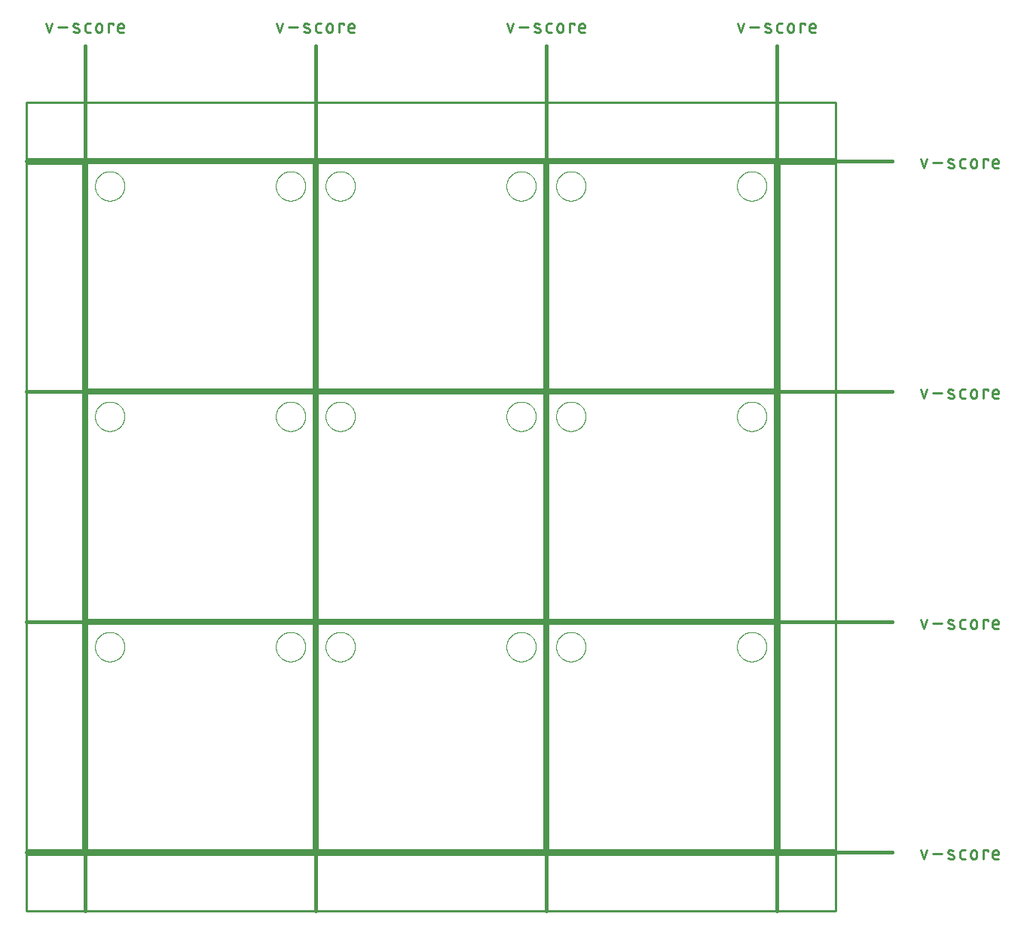
<source format=gko>
G75*
%MOIN*%
%OFA0B0*%
%FSLAX25Y25*%
%IPPOS*%
%LPD*%
%AMOC8*
5,1,8,0,0,1.08239X$1,22.5*
%
%ADD10C,0.00800*%
%ADD11C,0.01500*%
%ADD12C,0.01100*%
%ADD13C,0.01000*%
%ADD14C,0.00000*%
D10*
X0033342Y0028750D02*
X0133342Y0028750D01*
X0133342Y0128750D01*
X0033342Y0128750D01*
X0033342Y0028750D01*
X0135342Y0028750D02*
X0235342Y0028750D01*
X0235342Y0128750D01*
X0135342Y0128750D01*
X0135342Y0028750D01*
X0237342Y0028750D02*
X0337342Y0028750D01*
X0337342Y0128750D01*
X0237342Y0128750D01*
X0237342Y0028750D01*
X0237342Y0130750D02*
X0337342Y0130750D01*
X0337342Y0230750D01*
X0237342Y0230750D01*
X0237342Y0130750D01*
X0235342Y0130750D02*
X0135342Y0130750D01*
X0135342Y0230750D01*
X0235342Y0230750D01*
X0235342Y0130750D01*
X0133342Y0130750D02*
X0033342Y0130750D01*
X0033342Y0230750D01*
X0133342Y0230750D01*
X0133342Y0130750D01*
X0133342Y0232750D02*
X0033342Y0232750D01*
X0033342Y0332750D01*
X0133342Y0332750D01*
X0133342Y0232750D01*
X0135342Y0232750D02*
X0235342Y0232750D01*
X0235342Y0332750D01*
X0135342Y0332750D01*
X0135342Y0232750D01*
X0237342Y0232750D02*
X0337342Y0232750D01*
X0337342Y0332750D01*
X0237342Y0332750D01*
X0237342Y0232750D01*
D11*
X0389342Y0231750D02*
X0006342Y0231750D01*
X0006342Y0129750D02*
X0389342Y0129750D01*
X0389342Y0027750D02*
X0006342Y0027750D01*
X0032342Y0001750D02*
X0032342Y0384750D01*
X0006342Y0333750D02*
X0389342Y0333750D01*
X0338342Y0384750D02*
X0338342Y0001750D01*
X0236342Y0001750D02*
X0236342Y0384750D01*
X0134342Y0384750D02*
X0134342Y0001750D01*
D12*
X0402133Y0028733D02*
X0403444Y0024800D01*
X0404755Y0028733D01*
X0407426Y0027094D02*
X0411359Y0027094D01*
X0414727Y0027094D02*
X0416366Y0026439D01*
X0416367Y0026439D02*
X0416419Y0026416D01*
X0416470Y0026389D01*
X0416519Y0026359D01*
X0416566Y0026326D01*
X0416611Y0026290D01*
X0416653Y0026250D01*
X0416692Y0026208D01*
X0416728Y0026164D01*
X0416761Y0026117D01*
X0416791Y0026067D01*
X0416818Y0026016D01*
X0416841Y0025964D01*
X0416860Y0025910D01*
X0416876Y0025854D01*
X0416888Y0025798D01*
X0416896Y0025741D01*
X0416900Y0025684D01*
X0416901Y0025626D01*
X0416897Y0025569D01*
X0416890Y0025512D01*
X0416878Y0025455D01*
X0416863Y0025400D01*
X0416845Y0025345D01*
X0416822Y0025292D01*
X0416796Y0025241D01*
X0416767Y0025192D01*
X0416734Y0025144D01*
X0416698Y0025099D01*
X0416660Y0025057D01*
X0416618Y0025017D01*
X0416574Y0024980D01*
X0416527Y0024946D01*
X0416479Y0024915D01*
X0416428Y0024888D01*
X0416376Y0024864D01*
X0416322Y0024844D01*
X0416267Y0024828D01*
X0416211Y0024815D01*
X0416154Y0024806D01*
X0416096Y0024801D01*
X0416039Y0024800D01*
X0416530Y0028405D02*
X0416423Y0028451D01*
X0416314Y0028494D01*
X0416204Y0028534D01*
X0416092Y0028570D01*
X0415980Y0028602D01*
X0415866Y0028631D01*
X0415752Y0028657D01*
X0415637Y0028678D01*
X0415522Y0028697D01*
X0415405Y0028711D01*
X0415289Y0028722D01*
X0415172Y0028729D01*
X0415055Y0028733D01*
X0415055Y0028734D02*
X0414998Y0028733D01*
X0414940Y0028728D01*
X0414883Y0028719D01*
X0414827Y0028706D01*
X0414772Y0028690D01*
X0414718Y0028670D01*
X0414666Y0028646D01*
X0414615Y0028619D01*
X0414567Y0028588D01*
X0414520Y0028554D01*
X0414476Y0028517D01*
X0414434Y0028477D01*
X0414396Y0028435D01*
X0414360Y0028390D01*
X0414327Y0028342D01*
X0414298Y0028293D01*
X0414272Y0028242D01*
X0414249Y0028189D01*
X0414231Y0028134D01*
X0414216Y0028079D01*
X0414204Y0028022D01*
X0414197Y0027965D01*
X0414193Y0027908D01*
X0414194Y0027850D01*
X0414198Y0027793D01*
X0414206Y0027736D01*
X0414218Y0027680D01*
X0414234Y0027624D01*
X0414253Y0027570D01*
X0414276Y0027518D01*
X0414303Y0027467D01*
X0414333Y0027417D01*
X0414366Y0027370D01*
X0414402Y0027326D01*
X0414441Y0027284D01*
X0414483Y0027244D01*
X0414528Y0027208D01*
X0414575Y0027175D01*
X0414624Y0027145D01*
X0414675Y0027118D01*
X0414727Y0027095D01*
X0414236Y0025128D02*
X0414370Y0025082D01*
X0414505Y0025039D01*
X0414641Y0025000D01*
X0414778Y0024964D01*
X0414915Y0024932D01*
X0415054Y0024903D01*
X0415193Y0024877D01*
X0415333Y0024856D01*
X0415474Y0024837D01*
X0415614Y0024823D01*
X0415756Y0024812D01*
X0415897Y0024804D01*
X0416039Y0024801D01*
X0419580Y0025783D02*
X0419580Y0027750D01*
X0419582Y0027812D01*
X0419588Y0027873D01*
X0419597Y0027934D01*
X0419611Y0027994D01*
X0419628Y0028054D01*
X0419649Y0028112D01*
X0419674Y0028169D01*
X0419702Y0028224D01*
X0419733Y0028277D01*
X0419768Y0028328D01*
X0419806Y0028377D01*
X0419846Y0028423D01*
X0419890Y0028467D01*
X0419936Y0028507D01*
X0419985Y0028545D01*
X0420036Y0028580D01*
X0420089Y0028611D01*
X0420144Y0028639D01*
X0420201Y0028664D01*
X0420259Y0028685D01*
X0420319Y0028702D01*
X0420379Y0028716D01*
X0420440Y0028725D01*
X0420501Y0028731D01*
X0420563Y0028733D01*
X0421874Y0028733D01*
X0424287Y0027422D02*
X0424287Y0026111D01*
X0424289Y0026040D01*
X0424295Y0025969D01*
X0424304Y0025899D01*
X0424318Y0025829D01*
X0424335Y0025760D01*
X0424356Y0025692D01*
X0424380Y0025626D01*
X0424408Y0025561D01*
X0424440Y0025497D01*
X0424475Y0025435D01*
X0424513Y0025375D01*
X0424554Y0025318D01*
X0424599Y0025262D01*
X0424646Y0025209D01*
X0424696Y0025159D01*
X0424749Y0025112D01*
X0424805Y0025067D01*
X0424862Y0025026D01*
X0424922Y0024988D01*
X0424984Y0024953D01*
X0425048Y0024921D01*
X0425113Y0024893D01*
X0425179Y0024869D01*
X0425247Y0024848D01*
X0425316Y0024831D01*
X0425386Y0024817D01*
X0425456Y0024808D01*
X0425527Y0024802D01*
X0425598Y0024800D01*
X0425669Y0024802D01*
X0425740Y0024808D01*
X0425810Y0024817D01*
X0425880Y0024831D01*
X0425949Y0024848D01*
X0426017Y0024869D01*
X0426083Y0024893D01*
X0426148Y0024921D01*
X0426212Y0024953D01*
X0426274Y0024988D01*
X0426334Y0025026D01*
X0426391Y0025067D01*
X0426447Y0025112D01*
X0426500Y0025159D01*
X0426550Y0025209D01*
X0426597Y0025262D01*
X0426642Y0025318D01*
X0426683Y0025375D01*
X0426721Y0025435D01*
X0426756Y0025497D01*
X0426788Y0025561D01*
X0426816Y0025626D01*
X0426840Y0025692D01*
X0426861Y0025760D01*
X0426878Y0025829D01*
X0426892Y0025899D01*
X0426901Y0025969D01*
X0426907Y0026040D01*
X0426909Y0026111D01*
X0426910Y0026111D02*
X0426910Y0027422D01*
X0426909Y0027422D02*
X0426907Y0027493D01*
X0426901Y0027564D01*
X0426892Y0027634D01*
X0426878Y0027704D01*
X0426861Y0027773D01*
X0426840Y0027841D01*
X0426816Y0027907D01*
X0426788Y0027972D01*
X0426756Y0028036D01*
X0426721Y0028098D01*
X0426683Y0028158D01*
X0426642Y0028215D01*
X0426597Y0028271D01*
X0426550Y0028324D01*
X0426500Y0028374D01*
X0426447Y0028421D01*
X0426391Y0028466D01*
X0426334Y0028507D01*
X0426274Y0028545D01*
X0426212Y0028580D01*
X0426148Y0028612D01*
X0426083Y0028640D01*
X0426017Y0028664D01*
X0425949Y0028685D01*
X0425880Y0028702D01*
X0425810Y0028716D01*
X0425740Y0028725D01*
X0425669Y0028731D01*
X0425598Y0028733D01*
X0425527Y0028731D01*
X0425456Y0028725D01*
X0425386Y0028716D01*
X0425316Y0028702D01*
X0425247Y0028685D01*
X0425179Y0028664D01*
X0425113Y0028640D01*
X0425048Y0028612D01*
X0424984Y0028580D01*
X0424922Y0028545D01*
X0424862Y0028507D01*
X0424805Y0028466D01*
X0424749Y0028421D01*
X0424696Y0028374D01*
X0424646Y0028324D01*
X0424599Y0028271D01*
X0424554Y0028215D01*
X0424513Y0028158D01*
X0424475Y0028098D01*
X0424440Y0028036D01*
X0424408Y0027972D01*
X0424380Y0027907D01*
X0424356Y0027841D01*
X0424335Y0027773D01*
X0424318Y0027704D01*
X0424304Y0027634D01*
X0424295Y0027564D01*
X0424289Y0027493D01*
X0424287Y0027422D01*
X0421874Y0024800D02*
X0420563Y0024800D01*
X0420501Y0024802D01*
X0420440Y0024808D01*
X0420379Y0024817D01*
X0420319Y0024831D01*
X0420259Y0024848D01*
X0420201Y0024869D01*
X0420144Y0024894D01*
X0420089Y0024922D01*
X0420036Y0024953D01*
X0419985Y0024988D01*
X0419936Y0025026D01*
X0419890Y0025066D01*
X0419846Y0025110D01*
X0419806Y0025156D01*
X0419768Y0025205D01*
X0419733Y0025256D01*
X0419702Y0025309D01*
X0419674Y0025364D01*
X0419649Y0025421D01*
X0419628Y0025479D01*
X0419611Y0025539D01*
X0419597Y0025599D01*
X0419588Y0025660D01*
X0419582Y0025721D01*
X0419580Y0025783D01*
X0429876Y0024800D02*
X0429876Y0028733D01*
X0431843Y0028733D01*
X0431843Y0028078D01*
X0433929Y0027422D02*
X0433929Y0025783D01*
X0433931Y0025721D01*
X0433937Y0025660D01*
X0433946Y0025599D01*
X0433960Y0025539D01*
X0433977Y0025479D01*
X0433998Y0025421D01*
X0434023Y0025364D01*
X0434051Y0025309D01*
X0434082Y0025256D01*
X0434117Y0025205D01*
X0434155Y0025156D01*
X0434195Y0025110D01*
X0434239Y0025066D01*
X0434285Y0025026D01*
X0434334Y0024988D01*
X0434385Y0024953D01*
X0434438Y0024922D01*
X0434493Y0024894D01*
X0434550Y0024869D01*
X0434608Y0024848D01*
X0434668Y0024831D01*
X0434728Y0024817D01*
X0434789Y0024808D01*
X0434850Y0024802D01*
X0434912Y0024800D01*
X0436551Y0024800D01*
X0436551Y0026767D02*
X0433929Y0026767D01*
X0433929Y0027422D02*
X0433931Y0027493D01*
X0433937Y0027564D01*
X0433946Y0027634D01*
X0433960Y0027704D01*
X0433977Y0027773D01*
X0433998Y0027841D01*
X0434022Y0027907D01*
X0434050Y0027972D01*
X0434082Y0028036D01*
X0434117Y0028098D01*
X0434155Y0028158D01*
X0434196Y0028215D01*
X0434241Y0028271D01*
X0434288Y0028324D01*
X0434338Y0028374D01*
X0434391Y0028421D01*
X0434447Y0028466D01*
X0434504Y0028507D01*
X0434564Y0028545D01*
X0434626Y0028580D01*
X0434690Y0028612D01*
X0434755Y0028640D01*
X0434821Y0028664D01*
X0434889Y0028685D01*
X0434958Y0028702D01*
X0435028Y0028716D01*
X0435098Y0028725D01*
X0435169Y0028731D01*
X0435240Y0028733D01*
X0435311Y0028731D01*
X0435382Y0028725D01*
X0435452Y0028716D01*
X0435522Y0028702D01*
X0435591Y0028685D01*
X0435659Y0028664D01*
X0435725Y0028640D01*
X0435790Y0028612D01*
X0435854Y0028580D01*
X0435916Y0028545D01*
X0435976Y0028507D01*
X0436033Y0028466D01*
X0436089Y0028421D01*
X0436142Y0028374D01*
X0436192Y0028324D01*
X0436239Y0028271D01*
X0436284Y0028215D01*
X0436325Y0028158D01*
X0436363Y0028098D01*
X0436398Y0028036D01*
X0436430Y0027972D01*
X0436458Y0027907D01*
X0436482Y0027841D01*
X0436503Y0027773D01*
X0436520Y0027704D01*
X0436534Y0027634D01*
X0436543Y0027564D01*
X0436549Y0027493D01*
X0436551Y0027422D01*
X0436551Y0026767D01*
X0436551Y0126800D02*
X0434912Y0126800D01*
X0434850Y0126802D01*
X0434789Y0126808D01*
X0434728Y0126817D01*
X0434668Y0126831D01*
X0434608Y0126848D01*
X0434550Y0126869D01*
X0434493Y0126894D01*
X0434438Y0126922D01*
X0434385Y0126953D01*
X0434334Y0126988D01*
X0434285Y0127026D01*
X0434239Y0127066D01*
X0434195Y0127110D01*
X0434155Y0127156D01*
X0434117Y0127205D01*
X0434082Y0127256D01*
X0434051Y0127309D01*
X0434023Y0127364D01*
X0433998Y0127421D01*
X0433977Y0127479D01*
X0433960Y0127539D01*
X0433946Y0127599D01*
X0433937Y0127660D01*
X0433931Y0127721D01*
X0433929Y0127783D01*
X0433929Y0129422D01*
X0433929Y0128767D02*
X0436551Y0128767D01*
X0436551Y0129422D01*
X0436549Y0129493D01*
X0436543Y0129564D01*
X0436534Y0129634D01*
X0436520Y0129704D01*
X0436503Y0129773D01*
X0436482Y0129841D01*
X0436458Y0129907D01*
X0436430Y0129972D01*
X0436398Y0130036D01*
X0436363Y0130098D01*
X0436325Y0130158D01*
X0436284Y0130215D01*
X0436239Y0130271D01*
X0436192Y0130324D01*
X0436142Y0130374D01*
X0436089Y0130421D01*
X0436033Y0130466D01*
X0435976Y0130507D01*
X0435916Y0130545D01*
X0435854Y0130580D01*
X0435790Y0130612D01*
X0435725Y0130640D01*
X0435659Y0130664D01*
X0435591Y0130685D01*
X0435522Y0130702D01*
X0435452Y0130716D01*
X0435382Y0130725D01*
X0435311Y0130731D01*
X0435240Y0130733D01*
X0435169Y0130731D01*
X0435098Y0130725D01*
X0435028Y0130716D01*
X0434958Y0130702D01*
X0434889Y0130685D01*
X0434821Y0130664D01*
X0434755Y0130640D01*
X0434690Y0130612D01*
X0434626Y0130580D01*
X0434564Y0130545D01*
X0434504Y0130507D01*
X0434447Y0130466D01*
X0434391Y0130421D01*
X0434338Y0130374D01*
X0434288Y0130324D01*
X0434241Y0130271D01*
X0434196Y0130215D01*
X0434155Y0130158D01*
X0434117Y0130098D01*
X0434082Y0130036D01*
X0434050Y0129972D01*
X0434022Y0129907D01*
X0433998Y0129841D01*
X0433977Y0129773D01*
X0433960Y0129704D01*
X0433946Y0129634D01*
X0433937Y0129564D01*
X0433931Y0129493D01*
X0433929Y0129422D01*
X0431843Y0130078D02*
X0431843Y0130733D01*
X0429876Y0130733D01*
X0429876Y0126800D01*
X0426910Y0128111D02*
X0426910Y0129422D01*
X0426909Y0129422D02*
X0426907Y0129493D01*
X0426901Y0129564D01*
X0426892Y0129634D01*
X0426878Y0129704D01*
X0426861Y0129773D01*
X0426840Y0129841D01*
X0426816Y0129907D01*
X0426788Y0129972D01*
X0426756Y0130036D01*
X0426721Y0130098D01*
X0426683Y0130158D01*
X0426642Y0130215D01*
X0426597Y0130271D01*
X0426550Y0130324D01*
X0426500Y0130374D01*
X0426447Y0130421D01*
X0426391Y0130466D01*
X0426334Y0130507D01*
X0426274Y0130545D01*
X0426212Y0130580D01*
X0426148Y0130612D01*
X0426083Y0130640D01*
X0426017Y0130664D01*
X0425949Y0130685D01*
X0425880Y0130702D01*
X0425810Y0130716D01*
X0425740Y0130725D01*
X0425669Y0130731D01*
X0425598Y0130733D01*
X0425527Y0130731D01*
X0425456Y0130725D01*
X0425386Y0130716D01*
X0425316Y0130702D01*
X0425247Y0130685D01*
X0425179Y0130664D01*
X0425113Y0130640D01*
X0425048Y0130612D01*
X0424984Y0130580D01*
X0424922Y0130545D01*
X0424862Y0130507D01*
X0424805Y0130466D01*
X0424749Y0130421D01*
X0424696Y0130374D01*
X0424646Y0130324D01*
X0424599Y0130271D01*
X0424554Y0130215D01*
X0424513Y0130158D01*
X0424475Y0130098D01*
X0424440Y0130036D01*
X0424408Y0129972D01*
X0424380Y0129907D01*
X0424356Y0129841D01*
X0424335Y0129773D01*
X0424318Y0129704D01*
X0424304Y0129634D01*
X0424295Y0129564D01*
X0424289Y0129493D01*
X0424287Y0129422D01*
X0424287Y0128111D01*
X0424289Y0128040D01*
X0424295Y0127969D01*
X0424304Y0127899D01*
X0424318Y0127829D01*
X0424335Y0127760D01*
X0424356Y0127692D01*
X0424380Y0127626D01*
X0424408Y0127561D01*
X0424440Y0127497D01*
X0424475Y0127435D01*
X0424513Y0127375D01*
X0424554Y0127318D01*
X0424599Y0127262D01*
X0424646Y0127209D01*
X0424696Y0127159D01*
X0424749Y0127112D01*
X0424805Y0127067D01*
X0424862Y0127026D01*
X0424922Y0126988D01*
X0424984Y0126953D01*
X0425048Y0126921D01*
X0425113Y0126893D01*
X0425179Y0126869D01*
X0425247Y0126848D01*
X0425316Y0126831D01*
X0425386Y0126817D01*
X0425456Y0126808D01*
X0425527Y0126802D01*
X0425598Y0126800D01*
X0425669Y0126802D01*
X0425740Y0126808D01*
X0425810Y0126817D01*
X0425880Y0126831D01*
X0425949Y0126848D01*
X0426017Y0126869D01*
X0426083Y0126893D01*
X0426148Y0126921D01*
X0426212Y0126953D01*
X0426274Y0126988D01*
X0426334Y0127026D01*
X0426391Y0127067D01*
X0426447Y0127112D01*
X0426500Y0127159D01*
X0426550Y0127209D01*
X0426597Y0127262D01*
X0426642Y0127318D01*
X0426683Y0127375D01*
X0426721Y0127435D01*
X0426756Y0127497D01*
X0426788Y0127561D01*
X0426816Y0127626D01*
X0426840Y0127692D01*
X0426861Y0127760D01*
X0426878Y0127829D01*
X0426892Y0127899D01*
X0426901Y0127969D01*
X0426907Y0128040D01*
X0426909Y0128111D01*
X0421874Y0126800D02*
X0420563Y0126800D01*
X0420501Y0126802D01*
X0420440Y0126808D01*
X0420379Y0126817D01*
X0420319Y0126831D01*
X0420259Y0126848D01*
X0420201Y0126869D01*
X0420144Y0126894D01*
X0420089Y0126922D01*
X0420036Y0126953D01*
X0419985Y0126988D01*
X0419936Y0127026D01*
X0419890Y0127066D01*
X0419846Y0127110D01*
X0419806Y0127156D01*
X0419768Y0127205D01*
X0419733Y0127256D01*
X0419702Y0127309D01*
X0419674Y0127364D01*
X0419649Y0127421D01*
X0419628Y0127479D01*
X0419611Y0127539D01*
X0419597Y0127599D01*
X0419588Y0127660D01*
X0419582Y0127721D01*
X0419580Y0127783D01*
X0419580Y0129750D01*
X0419582Y0129812D01*
X0419588Y0129873D01*
X0419597Y0129934D01*
X0419611Y0129994D01*
X0419628Y0130054D01*
X0419649Y0130112D01*
X0419674Y0130169D01*
X0419702Y0130224D01*
X0419733Y0130277D01*
X0419768Y0130328D01*
X0419806Y0130377D01*
X0419846Y0130423D01*
X0419890Y0130467D01*
X0419936Y0130507D01*
X0419985Y0130545D01*
X0420036Y0130580D01*
X0420089Y0130611D01*
X0420144Y0130639D01*
X0420201Y0130664D01*
X0420259Y0130685D01*
X0420319Y0130702D01*
X0420379Y0130716D01*
X0420440Y0130725D01*
X0420501Y0130731D01*
X0420563Y0130733D01*
X0421874Y0130733D01*
X0416366Y0128439D02*
X0414727Y0129094D01*
X0414727Y0129095D02*
X0414675Y0129118D01*
X0414624Y0129145D01*
X0414575Y0129175D01*
X0414528Y0129208D01*
X0414483Y0129244D01*
X0414441Y0129284D01*
X0414402Y0129326D01*
X0414366Y0129370D01*
X0414333Y0129417D01*
X0414303Y0129467D01*
X0414276Y0129518D01*
X0414253Y0129570D01*
X0414234Y0129624D01*
X0414218Y0129680D01*
X0414206Y0129736D01*
X0414198Y0129793D01*
X0414194Y0129850D01*
X0414193Y0129908D01*
X0414197Y0129965D01*
X0414204Y0130022D01*
X0414216Y0130079D01*
X0414231Y0130134D01*
X0414249Y0130189D01*
X0414272Y0130242D01*
X0414298Y0130293D01*
X0414327Y0130342D01*
X0414360Y0130390D01*
X0414396Y0130435D01*
X0414434Y0130477D01*
X0414476Y0130517D01*
X0414520Y0130554D01*
X0414567Y0130588D01*
X0414615Y0130619D01*
X0414666Y0130646D01*
X0414718Y0130670D01*
X0414772Y0130690D01*
X0414827Y0130706D01*
X0414883Y0130719D01*
X0414940Y0130728D01*
X0414998Y0130733D01*
X0415055Y0130734D01*
X0414236Y0127128D02*
X0414370Y0127082D01*
X0414505Y0127039D01*
X0414641Y0127000D01*
X0414778Y0126964D01*
X0414915Y0126932D01*
X0415054Y0126903D01*
X0415193Y0126877D01*
X0415333Y0126856D01*
X0415474Y0126837D01*
X0415614Y0126823D01*
X0415756Y0126812D01*
X0415897Y0126804D01*
X0416039Y0126801D01*
X0416039Y0126800D02*
X0416096Y0126801D01*
X0416154Y0126806D01*
X0416211Y0126815D01*
X0416267Y0126828D01*
X0416322Y0126844D01*
X0416376Y0126864D01*
X0416428Y0126888D01*
X0416479Y0126915D01*
X0416527Y0126946D01*
X0416574Y0126980D01*
X0416618Y0127017D01*
X0416660Y0127057D01*
X0416698Y0127099D01*
X0416734Y0127144D01*
X0416767Y0127192D01*
X0416796Y0127241D01*
X0416822Y0127292D01*
X0416845Y0127345D01*
X0416863Y0127400D01*
X0416878Y0127455D01*
X0416890Y0127512D01*
X0416897Y0127569D01*
X0416901Y0127626D01*
X0416900Y0127684D01*
X0416896Y0127741D01*
X0416888Y0127798D01*
X0416876Y0127854D01*
X0416860Y0127910D01*
X0416841Y0127964D01*
X0416818Y0128016D01*
X0416791Y0128067D01*
X0416761Y0128117D01*
X0416728Y0128164D01*
X0416692Y0128208D01*
X0416653Y0128250D01*
X0416611Y0128290D01*
X0416566Y0128326D01*
X0416519Y0128359D01*
X0416470Y0128389D01*
X0416419Y0128416D01*
X0416367Y0128439D01*
X0416530Y0130405D02*
X0416423Y0130451D01*
X0416314Y0130494D01*
X0416204Y0130534D01*
X0416092Y0130570D01*
X0415980Y0130602D01*
X0415866Y0130631D01*
X0415752Y0130657D01*
X0415637Y0130678D01*
X0415522Y0130697D01*
X0415405Y0130711D01*
X0415289Y0130722D01*
X0415172Y0130729D01*
X0415055Y0130733D01*
X0411359Y0129094D02*
X0407426Y0129094D01*
X0404755Y0130733D02*
X0403444Y0126800D01*
X0402133Y0130733D01*
X0403444Y0228800D02*
X0404755Y0232733D01*
X0402133Y0232733D02*
X0403444Y0228800D01*
X0407426Y0231094D02*
X0411359Y0231094D01*
X0414727Y0231094D02*
X0416366Y0230439D01*
X0416367Y0230439D02*
X0416419Y0230416D01*
X0416470Y0230389D01*
X0416519Y0230359D01*
X0416566Y0230326D01*
X0416611Y0230290D01*
X0416653Y0230250D01*
X0416692Y0230208D01*
X0416728Y0230164D01*
X0416761Y0230117D01*
X0416791Y0230067D01*
X0416818Y0230016D01*
X0416841Y0229964D01*
X0416860Y0229910D01*
X0416876Y0229854D01*
X0416888Y0229798D01*
X0416896Y0229741D01*
X0416900Y0229684D01*
X0416901Y0229626D01*
X0416897Y0229569D01*
X0416890Y0229512D01*
X0416878Y0229455D01*
X0416863Y0229400D01*
X0416845Y0229345D01*
X0416822Y0229292D01*
X0416796Y0229241D01*
X0416767Y0229192D01*
X0416734Y0229144D01*
X0416698Y0229099D01*
X0416660Y0229057D01*
X0416618Y0229017D01*
X0416574Y0228980D01*
X0416527Y0228946D01*
X0416479Y0228915D01*
X0416428Y0228888D01*
X0416376Y0228864D01*
X0416322Y0228844D01*
X0416267Y0228828D01*
X0416211Y0228815D01*
X0416154Y0228806D01*
X0416096Y0228801D01*
X0416039Y0228800D01*
X0416530Y0232405D02*
X0416423Y0232451D01*
X0416314Y0232494D01*
X0416204Y0232534D01*
X0416092Y0232570D01*
X0415980Y0232602D01*
X0415866Y0232631D01*
X0415752Y0232657D01*
X0415637Y0232678D01*
X0415522Y0232697D01*
X0415405Y0232711D01*
X0415289Y0232722D01*
X0415172Y0232729D01*
X0415055Y0232733D01*
X0415055Y0232734D02*
X0414998Y0232733D01*
X0414940Y0232728D01*
X0414883Y0232719D01*
X0414827Y0232706D01*
X0414772Y0232690D01*
X0414718Y0232670D01*
X0414666Y0232646D01*
X0414615Y0232619D01*
X0414567Y0232588D01*
X0414520Y0232554D01*
X0414476Y0232517D01*
X0414434Y0232477D01*
X0414396Y0232435D01*
X0414360Y0232390D01*
X0414327Y0232342D01*
X0414298Y0232293D01*
X0414272Y0232242D01*
X0414249Y0232189D01*
X0414231Y0232134D01*
X0414216Y0232079D01*
X0414204Y0232022D01*
X0414197Y0231965D01*
X0414193Y0231908D01*
X0414194Y0231850D01*
X0414198Y0231793D01*
X0414206Y0231736D01*
X0414218Y0231680D01*
X0414234Y0231624D01*
X0414253Y0231570D01*
X0414276Y0231518D01*
X0414303Y0231467D01*
X0414333Y0231417D01*
X0414366Y0231370D01*
X0414402Y0231326D01*
X0414441Y0231284D01*
X0414483Y0231244D01*
X0414528Y0231208D01*
X0414575Y0231175D01*
X0414624Y0231145D01*
X0414675Y0231118D01*
X0414727Y0231095D01*
X0414236Y0229128D02*
X0414370Y0229082D01*
X0414505Y0229039D01*
X0414641Y0229000D01*
X0414778Y0228964D01*
X0414915Y0228932D01*
X0415054Y0228903D01*
X0415193Y0228877D01*
X0415333Y0228856D01*
X0415474Y0228837D01*
X0415614Y0228823D01*
X0415756Y0228812D01*
X0415897Y0228804D01*
X0416039Y0228801D01*
X0419580Y0229783D02*
X0419580Y0231750D01*
X0419582Y0231812D01*
X0419588Y0231873D01*
X0419597Y0231934D01*
X0419611Y0231994D01*
X0419628Y0232054D01*
X0419649Y0232112D01*
X0419674Y0232169D01*
X0419702Y0232224D01*
X0419733Y0232277D01*
X0419768Y0232328D01*
X0419806Y0232377D01*
X0419846Y0232423D01*
X0419890Y0232467D01*
X0419936Y0232507D01*
X0419985Y0232545D01*
X0420036Y0232580D01*
X0420089Y0232611D01*
X0420144Y0232639D01*
X0420201Y0232664D01*
X0420259Y0232685D01*
X0420319Y0232702D01*
X0420379Y0232716D01*
X0420440Y0232725D01*
X0420501Y0232731D01*
X0420563Y0232733D01*
X0421874Y0232733D01*
X0424287Y0231422D02*
X0424287Y0230111D01*
X0424289Y0230040D01*
X0424295Y0229969D01*
X0424304Y0229899D01*
X0424318Y0229829D01*
X0424335Y0229760D01*
X0424356Y0229692D01*
X0424380Y0229626D01*
X0424408Y0229561D01*
X0424440Y0229497D01*
X0424475Y0229435D01*
X0424513Y0229375D01*
X0424554Y0229318D01*
X0424599Y0229262D01*
X0424646Y0229209D01*
X0424696Y0229159D01*
X0424749Y0229112D01*
X0424805Y0229067D01*
X0424862Y0229026D01*
X0424922Y0228988D01*
X0424984Y0228953D01*
X0425048Y0228921D01*
X0425113Y0228893D01*
X0425179Y0228869D01*
X0425247Y0228848D01*
X0425316Y0228831D01*
X0425386Y0228817D01*
X0425456Y0228808D01*
X0425527Y0228802D01*
X0425598Y0228800D01*
X0425669Y0228802D01*
X0425740Y0228808D01*
X0425810Y0228817D01*
X0425880Y0228831D01*
X0425949Y0228848D01*
X0426017Y0228869D01*
X0426083Y0228893D01*
X0426148Y0228921D01*
X0426212Y0228953D01*
X0426274Y0228988D01*
X0426334Y0229026D01*
X0426391Y0229067D01*
X0426447Y0229112D01*
X0426500Y0229159D01*
X0426550Y0229209D01*
X0426597Y0229262D01*
X0426642Y0229318D01*
X0426683Y0229375D01*
X0426721Y0229435D01*
X0426756Y0229497D01*
X0426788Y0229561D01*
X0426816Y0229626D01*
X0426840Y0229692D01*
X0426861Y0229760D01*
X0426878Y0229829D01*
X0426892Y0229899D01*
X0426901Y0229969D01*
X0426907Y0230040D01*
X0426909Y0230111D01*
X0426910Y0230111D02*
X0426910Y0231422D01*
X0426909Y0231422D02*
X0426907Y0231493D01*
X0426901Y0231564D01*
X0426892Y0231634D01*
X0426878Y0231704D01*
X0426861Y0231773D01*
X0426840Y0231841D01*
X0426816Y0231907D01*
X0426788Y0231972D01*
X0426756Y0232036D01*
X0426721Y0232098D01*
X0426683Y0232158D01*
X0426642Y0232215D01*
X0426597Y0232271D01*
X0426550Y0232324D01*
X0426500Y0232374D01*
X0426447Y0232421D01*
X0426391Y0232466D01*
X0426334Y0232507D01*
X0426274Y0232545D01*
X0426212Y0232580D01*
X0426148Y0232612D01*
X0426083Y0232640D01*
X0426017Y0232664D01*
X0425949Y0232685D01*
X0425880Y0232702D01*
X0425810Y0232716D01*
X0425740Y0232725D01*
X0425669Y0232731D01*
X0425598Y0232733D01*
X0425527Y0232731D01*
X0425456Y0232725D01*
X0425386Y0232716D01*
X0425316Y0232702D01*
X0425247Y0232685D01*
X0425179Y0232664D01*
X0425113Y0232640D01*
X0425048Y0232612D01*
X0424984Y0232580D01*
X0424922Y0232545D01*
X0424862Y0232507D01*
X0424805Y0232466D01*
X0424749Y0232421D01*
X0424696Y0232374D01*
X0424646Y0232324D01*
X0424599Y0232271D01*
X0424554Y0232215D01*
X0424513Y0232158D01*
X0424475Y0232098D01*
X0424440Y0232036D01*
X0424408Y0231972D01*
X0424380Y0231907D01*
X0424356Y0231841D01*
X0424335Y0231773D01*
X0424318Y0231704D01*
X0424304Y0231634D01*
X0424295Y0231564D01*
X0424289Y0231493D01*
X0424287Y0231422D01*
X0421874Y0228800D02*
X0420563Y0228800D01*
X0420501Y0228802D01*
X0420440Y0228808D01*
X0420379Y0228817D01*
X0420319Y0228831D01*
X0420259Y0228848D01*
X0420201Y0228869D01*
X0420144Y0228894D01*
X0420089Y0228922D01*
X0420036Y0228953D01*
X0419985Y0228988D01*
X0419936Y0229026D01*
X0419890Y0229066D01*
X0419846Y0229110D01*
X0419806Y0229156D01*
X0419768Y0229205D01*
X0419733Y0229256D01*
X0419702Y0229309D01*
X0419674Y0229364D01*
X0419649Y0229421D01*
X0419628Y0229479D01*
X0419611Y0229539D01*
X0419597Y0229599D01*
X0419588Y0229660D01*
X0419582Y0229721D01*
X0419580Y0229783D01*
X0429876Y0228800D02*
X0429876Y0232733D01*
X0431843Y0232733D01*
X0431843Y0232078D01*
X0433929Y0231422D02*
X0433929Y0229783D01*
X0433931Y0229721D01*
X0433937Y0229660D01*
X0433946Y0229599D01*
X0433960Y0229539D01*
X0433977Y0229479D01*
X0433998Y0229421D01*
X0434023Y0229364D01*
X0434051Y0229309D01*
X0434082Y0229256D01*
X0434117Y0229205D01*
X0434155Y0229156D01*
X0434195Y0229110D01*
X0434239Y0229066D01*
X0434285Y0229026D01*
X0434334Y0228988D01*
X0434385Y0228953D01*
X0434438Y0228922D01*
X0434493Y0228894D01*
X0434550Y0228869D01*
X0434608Y0228848D01*
X0434668Y0228831D01*
X0434728Y0228817D01*
X0434789Y0228808D01*
X0434850Y0228802D01*
X0434912Y0228800D01*
X0436551Y0228800D01*
X0436551Y0230767D02*
X0433929Y0230767D01*
X0433929Y0231422D02*
X0433931Y0231493D01*
X0433937Y0231564D01*
X0433946Y0231634D01*
X0433960Y0231704D01*
X0433977Y0231773D01*
X0433998Y0231841D01*
X0434022Y0231907D01*
X0434050Y0231972D01*
X0434082Y0232036D01*
X0434117Y0232098D01*
X0434155Y0232158D01*
X0434196Y0232215D01*
X0434241Y0232271D01*
X0434288Y0232324D01*
X0434338Y0232374D01*
X0434391Y0232421D01*
X0434447Y0232466D01*
X0434504Y0232507D01*
X0434564Y0232545D01*
X0434626Y0232580D01*
X0434690Y0232612D01*
X0434755Y0232640D01*
X0434821Y0232664D01*
X0434889Y0232685D01*
X0434958Y0232702D01*
X0435028Y0232716D01*
X0435098Y0232725D01*
X0435169Y0232731D01*
X0435240Y0232733D01*
X0435311Y0232731D01*
X0435382Y0232725D01*
X0435452Y0232716D01*
X0435522Y0232702D01*
X0435591Y0232685D01*
X0435659Y0232664D01*
X0435725Y0232640D01*
X0435790Y0232612D01*
X0435854Y0232580D01*
X0435916Y0232545D01*
X0435976Y0232507D01*
X0436033Y0232466D01*
X0436089Y0232421D01*
X0436142Y0232374D01*
X0436192Y0232324D01*
X0436239Y0232271D01*
X0436284Y0232215D01*
X0436325Y0232158D01*
X0436363Y0232098D01*
X0436398Y0232036D01*
X0436430Y0231972D01*
X0436458Y0231907D01*
X0436482Y0231841D01*
X0436503Y0231773D01*
X0436520Y0231704D01*
X0436534Y0231634D01*
X0436543Y0231564D01*
X0436549Y0231493D01*
X0436551Y0231422D01*
X0436551Y0230767D01*
X0436551Y0330800D02*
X0434912Y0330800D01*
X0434850Y0330802D01*
X0434789Y0330808D01*
X0434728Y0330817D01*
X0434668Y0330831D01*
X0434608Y0330848D01*
X0434550Y0330869D01*
X0434493Y0330894D01*
X0434438Y0330922D01*
X0434385Y0330953D01*
X0434334Y0330988D01*
X0434285Y0331026D01*
X0434239Y0331066D01*
X0434195Y0331110D01*
X0434155Y0331156D01*
X0434117Y0331205D01*
X0434082Y0331256D01*
X0434051Y0331309D01*
X0434023Y0331364D01*
X0433998Y0331421D01*
X0433977Y0331479D01*
X0433960Y0331539D01*
X0433946Y0331599D01*
X0433937Y0331660D01*
X0433931Y0331721D01*
X0433929Y0331783D01*
X0433929Y0333422D01*
X0433929Y0332767D02*
X0436551Y0332767D01*
X0436551Y0333422D01*
X0436549Y0333493D01*
X0436543Y0333564D01*
X0436534Y0333634D01*
X0436520Y0333704D01*
X0436503Y0333773D01*
X0436482Y0333841D01*
X0436458Y0333907D01*
X0436430Y0333972D01*
X0436398Y0334036D01*
X0436363Y0334098D01*
X0436325Y0334158D01*
X0436284Y0334215D01*
X0436239Y0334271D01*
X0436192Y0334324D01*
X0436142Y0334374D01*
X0436089Y0334421D01*
X0436033Y0334466D01*
X0435976Y0334507D01*
X0435916Y0334545D01*
X0435854Y0334580D01*
X0435790Y0334612D01*
X0435725Y0334640D01*
X0435659Y0334664D01*
X0435591Y0334685D01*
X0435522Y0334702D01*
X0435452Y0334716D01*
X0435382Y0334725D01*
X0435311Y0334731D01*
X0435240Y0334733D01*
X0435169Y0334731D01*
X0435098Y0334725D01*
X0435028Y0334716D01*
X0434958Y0334702D01*
X0434889Y0334685D01*
X0434821Y0334664D01*
X0434755Y0334640D01*
X0434690Y0334612D01*
X0434626Y0334580D01*
X0434564Y0334545D01*
X0434504Y0334507D01*
X0434447Y0334466D01*
X0434391Y0334421D01*
X0434338Y0334374D01*
X0434288Y0334324D01*
X0434241Y0334271D01*
X0434196Y0334215D01*
X0434155Y0334158D01*
X0434117Y0334098D01*
X0434082Y0334036D01*
X0434050Y0333972D01*
X0434022Y0333907D01*
X0433998Y0333841D01*
X0433977Y0333773D01*
X0433960Y0333704D01*
X0433946Y0333634D01*
X0433937Y0333564D01*
X0433931Y0333493D01*
X0433929Y0333422D01*
X0431843Y0334078D02*
X0431843Y0334733D01*
X0429876Y0334733D01*
X0429876Y0330800D01*
X0426910Y0332111D02*
X0426910Y0333422D01*
X0426909Y0333422D02*
X0426907Y0333493D01*
X0426901Y0333564D01*
X0426892Y0333634D01*
X0426878Y0333704D01*
X0426861Y0333773D01*
X0426840Y0333841D01*
X0426816Y0333907D01*
X0426788Y0333972D01*
X0426756Y0334036D01*
X0426721Y0334098D01*
X0426683Y0334158D01*
X0426642Y0334215D01*
X0426597Y0334271D01*
X0426550Y0334324D01*
X0426500Y0334374D01*
X0426447Y0334421D01*
X0426391Y0334466D01*
X0426334Y0334507D01*
X0426274Y0334545D01*
X0426212Y0334580D01*
X0426148Y0334612D01*
X0426083Y0334640D01*
X0426017Y0334664D01*
X0425949Y0334685D01*
X0425880Y0334702D01*
X0425810Y0334716D01*
X0425740Y0334725D01*
X0425669Y0334731D01*
X0425598Y0334733D01*
X0425527Y0334731D01*
X0425456Y0334725D01*
X0425386Y0334716D01*
X0425316Y0334702D01*
X0425247Y0334685D01*
X0425179Y0334664D01*
X0425113Y0334640D01*
X0425048Y0334612D01*
X0424984Y0334580D01*
X0424922Y0334545D01*
X0424862Y0334507D01*
X0424805Y0334466D01*
X0424749Y0334421D01*
X0424696Y0334374D01*
X0424646Y0334324D01*
X0424599Y0334271D01*
X0424554Y0334215D01*
X0424513Y0334158D01*
X0424475Y0334098D01*
X0424440Y0334036D01*
X0424408Y0333972D01*
X0424380Y0333907D01*
X0424356Y0333841D01*
X0424335Y0333773D01*
X0424318Y0333704D01*
X0424304Y0333634D01*
X0424295Y0333564D01*
X0424289Y0333493D01*
X0424287Y0333422D01*
X0424287Y0332111D01*
X0424289Y0332040D01*
X0424295Y0331969D01*
X0424304Y0331899D01*
X0424318Y0331829D01*
X0424335Y0331760D01*
X0424356Y0331692D01*
X0424380Y0331626D01*
X0424408Y0331561D01*
X0424440Y0331497D01*
X0424475Y0331435D01*
X0424513Y0331375D01*
X0424554Y0331318D01*
X0424599Y0331262D01*
X0424646Y0331209D01*
X0424696Y0331159D01*
X0424749Y0331112D01*
X0424805Y0331067D01*
X0424862Y0331026D01*
X0424922Y0330988D01*
X0424984Y0330953D01*
X0425048Y0330921D01*
X0425113Y0330893D01*
X0425179Y0330869D01*
X0425247Y0330848D01*
X0425316Y0330831D01*
X0425386Y0330817D01*
X0425456Y0330808D01*
X0425527Y0330802D01*
X0425598Y0330800D01*
X0425669Y0330802D01*
X0425740Y0330808D01*
X0425810Y0330817D01*
X0425880Y0330831D01*
X0425949Y0330848D01*
X0426017Y0330869D01*
X0426083Y0330893D01*
X0426148Y0330921D01*
X0426212Y0330953D01*
X0426274Y0330988D01*
X0426334Y0331026D01*
X0426391Y0331067D01*
X0426447Y0331112D01*
X0426500Y0331159D01*
X0426550Y0331209D01*
X0426597Y0331262D01*
X0426642Y0331318D01*
X0426683Y0331375D01*
X0426721Y0331435D01*
X0426756Y0331497D01*
X0426788Y0331561D01*
X0426816Y0331626D01*
X0426840Y0331692D01*
X0426861Y0331760D01*
X0426878Y0331829D01*
X0426892Y0331899D01*
X0426901Y0331969D01*
X0426907Y0332040D01*
X0426909Y0332111D01*
X0421874Y0330800D02*
X0420563Y0330800D01*
X0420501Y0330802D01*
X0420440Y0330808D01*
X0420379Y0330817D01*
X0420319Y0330831D01*
X0420259Y0330848D01*
X0420201Y0330869D01*
X0420144Y0330894D01*
X0420089Y0330922D01*
X0420036Y0330953D01*
X0419985Y0330988D01*
X0419936Y0331026D01*
X0419890Y0331066D01*
X0419846Y0331110D01*
X0419806Y0331156D01*
X0419768Y0331205D01*
X0419733Y0331256D01*
X0419702Y0331309D01*
X0419674Y0331364D01*
X0419649Y0331421D01*
X0419628Y0331479D01*
X0419611Y0331539D01*
X0419597Y0331599D01*
X0419588Y0331660D01*
X0419582Y0331721D01*
X0419580Y0331783D01*
X0419580Y0333750D01*
X0419582Y0333812D01*
X0419588Y0333873D01*
X0419597Y0333934D01*
X0419611Y0333994D01*
X0419628Y0334054D01*
X0419649Y0334112D01*
X0419674Y0334169D01*
X0419702Y0334224D01*
X0419733Y0334277D01*
X0419768Y0334328D01*
X0419806Y0334377D01*
X0419846Y0334423D01*
X0419890Y0334467D01*
X0419936Y0334507D01*
X0419985Y0334545D01*
X0420036Y0334580D01*
X0420089Y0334611D01*
X0420144Y0334639D01*
X0420201Y0334664D01*
X0420259Y0334685D01*
X0420319Y0334702D01*
X0420379Y0334716D01*
X0420440Y0334725D01*
X0420501Y0334731D01*
X0420563Y0334733D01*
X0421874Y0334733D01*
X0416366Y0332439D02*
X0414727Y0333094D01*
X0414727Y0333095D02*
X0414675Y0333118D01*
X0414624Y0333145D01*
X0414575Y0333175D01*
X0414528Y0333208D01*
X0414483Y0333244D01*
X0414441Y0333284D01*
X0414402Y0333326D01*
X0414366Y0333370D01*
X0414333Y0333417D01*
X0414303Y0333467D01*
X0414276Y0333518D01*
X0414253Y0333570D01*
X0414234Y0333624D01*
X0414218Y0333680D01*
X0414206Y0333736D01*
X0414198Y0333793D01*
X0414194Y0333850D01*
X0414193Y0333908D01*
X0414197Y0333965D01*
X0414204Y0334022D01*
X0414216Y0334079D01*
X0414231Y0334134D01*
X0414249Y0334189D01*
X0414272Y0334242D01*
X0414298Y0334293D01*
X0414327Y0334342D01*
X0414360Y0334390D01*
X0414396Y0334435D01*
X0414434Y0334477D01*
X0414476Y0334517D01*
X0414520Y0334554D01*
X0414567Y0334588D01*
X0414615Y0334619D01*
X0414666Y0334646D01*
X0414718Y0334670D01*
X0414772Y0334690D01*
X0414827Y0334706D01*
X0414883Y0334719D01*
X0414940Y0334728D01*
X0414998Y0334733D01*
X0415055Y0334734D01*
X0414236Y0331128D02*
X0414370Y0331082D01*
X0414505Y0331039D01*
X0414641Y0331000D01*
X0414778Y0330964D01*
X0414915Y0330932D01*
X0415054Y0330903D01*
X0415193Y0330877D01*
X0415333Y0330856D01*
X0415474Y0330837D01*
X0415614Y0330823D01*
X0415756Y0330812D01*
X0415897Y0330804D01*
X0416039Y0330801D01*
X0416039Y0330800D02*
X0416096Y0330801D01*
X0416154Y0330806D01*
X0416211Y0330815D01*
X0416267Y0330828D01*
X0416322Y0330844D01*
X0416376Y0330864D01*
X0416428Y0330888D01*
X0416479Y0330915D01*
X0416527Y0330946D01*
X0416574Y0330980D01*
X0416618Y0331017D01*
X0416660Y0331057D01*
X0416698Y0331099D01*
X0416734Y0331144D01*
X0416767Y0331192D01*
X0416796Y0331241D01*
X0416822Y0331292D01*
X0416845Y0331345D01*
X0416863Y0331400D01*
X0416878Y0331455D01*
X0416890Y0331512D01*
X0416897Y0331569D01*
X0416901Y0331626D01*
X0416900Y0331684D01*
X0416896Y0331741D01*
X0416888Y0331798D01*
X0416876Y0331854D01*
X0416860Y0331910D01*
X0416841Y0331964D01*
X0416818Y0332016D01*
X0416791Y0332067D01*
X0416761Y0332117D01*
X0416728Y0332164D01*
X0416692Y0332208D01*
X0416653Y0332250D01*
X0416611Y0332290D01*
X0416566Y0332326D01*
X0416519Y0332359D01*
X0416470Y0332389D01*
X0416419Y0332416D01*
X0416367Y0332439D01*
X0416530Y0334405D02*
X0416423Y0334451D01*
X0416314Y0334494D01*
X0416204Y0334534D01*
X0416092Y0334570D01*
X0415980Y0334602D01*
X0415866Y0334631D01*
X0415752Y0334657D01*
X0415637Y0334678D01*
X0415522Y0334697D01*
X0415405Y0334711D01*
X0415289Y0334722D01*
X0415172Y0334729D01*
X0415055Y0334733D01*
X0411359Y0333094D02*
X0407426Y0333094D01*
X0404755Y0334733D02*
X0403444Y0330800D01*
X0402133Y0334733D01*
X0355551Y0390800D02*
X0353912Y0390800D01*
X0353850Y0390802D01*
X0353789Y0390808D01*
X0353728Y0390817D01*
X0353668Y0390831D01*
X0353608Y0390848D01*
X0353550Y0390869D01*
X0353493Y0390894D01*
X0353438Y0390922D01*
X0353385Y0390953D01*
X0353334Y0390988D01*
X0353285Y0391026D01*
X0353239Y0391066D01*
X0353195Y0391110D01*
X0353155Y0391156D01*
X0353117Y0391205D01*
X0353082Y0391256D01*
X0353051Y0391309D01*
X0353023Y0391364D01*
X0352998Y0391421D01*
X0352977Y0391479D01*
X0352960Y0391539D01*
X0352946Y0391599D01*
X0352937Y0391660D01*
X0352931Y0391721D01*
X0352929Y0391783D01*
X0352929Y0393422D01*
X0352929Y0392767D02*
X0355551Y0392767D01*
X0355551Y0393422D01*
X0355549Y0393493D01*
X0355543Y0393564D01*
X0355534Y0393634D01*
X0355520Y0393704D01*
X0355503Y0393773D01*
X0355482Y0393841D01*
X0355458Y0393907D01*
X0355430Y0393972D01*
X0355398Y0394036D01*
X0355363Y0394098D01*
X0355325Y0394158D01*
X0355284Y0394215D01*
X0355239Y0394271D01*
X0355192Y0394324D01*
X0355142Y0394374D01*
X0355089Y0394421D01*
X0355033Y0394466D01*
X0354976Y0394507D01*
X0354916Y0394545D01*
X0354854Y0394580D01*
X0354790Y0394612D01*
X0354725Y0394640D01*
X0354659Y0394664D01*
X0354591Y0394685D01*
X0354522Y0394702D01*
X0354452Y0394716D01*
X0354382Y0394725D01*
X0354311Y0394731D01*
X0354240Y0394733D01*
X0354169Y0394731D01*
X0354098Y0394725D01*
X0354028Y0394716D01*
X0353958Y0394702D01*
X0353889Y0394685D01*
X0353821Y0394664D01*
X0353755Y0394640D01*
X0353690Y0394612D01*
X0353626Y0394580D01*
X0353564Y0394545D01*
X0353504Y0394507D01*
X0353447Y0394466D01*
X0353391Y0394421D01*
X0353338Y0394374D01*
X0353288Y0394324D01*
X0353241Y0394271D01*
X0353196Y0394215D01*
X0353155Y0394158D01*
X0353117Y0394098D01*
X0353082Y0394036D01*
X0353050Y0393972D01*
X0353022Y0393907D01*
X0352998Y0393841D01*
X0352977Y0393773D01*
X0352960Y0393704D01*
X0352946Y0393634D01*
X0352937Y0393564D01*
X0352931Y0393493D01*
X0352929Y0393422D01*
X0350843Y0394078D02*
X0350843Y0394733D01*
X0348876Y0394733D01*
X0348876Y0390800D01*
X0345910Y0392111D02*
X0345910Y0393422D01*
X0345909Y0393422D02*
X0345907Y0393493D01*
X0345901Y0393564D01*
X0345892Y0393634D01*
X0345878Y0393704D01*
X0345861Y0393773D01*
X0345840Y0393841D01*
X0345816Y0393907D01*
X0345788Y0393972D01*
X0345756Y0394036D01*
X0345721Y0394098D01*
X0345683Y0394158D01*
X0345642Y0394215D01*
X0345597Y0394271D01*
X0345550Y0394324D01*
X0345500Y0394374D01*
X0345447Y0394421D01*
X0345391Y0394466D01*
X0345334Y0394507D01*
X0345274Y0394545D01*
X0345212Y0394580D01*
X0345148Y0394612D01*
X0345083Y0394640D01*
X0345017Y0394664D01*
X0344949Y0394685D01*
X0344880Y0394702D01*
X0344810Y0394716D01*
X0344740Y0394725D01*
X0344669Y0394731D01*
X0344598Y0394733D01*
X0344527Y0394731D01*
X0344456Y0394725D01*
X0344386Y0394716D01*
X0344316Y0394702D01*
X0344247Y0394685D01*
X0344179Y0394664D01*
X0344113Y0394640D01*
X0344048Y0394612D01*
X0343984Y0394580D01*
X0343922Y0394545D01*
X0343862Y0394507D01*
X0343805Y0394466D01*
X0343749Y0394421D01*
X0343696Y0394374D01*
X0343646Y0394324D01*
X0343599Y0394271D01*
X0343554Y0394215D01*
X0343513Y0394158D01*
X0343475Y0394098D01*
X0343440Y0394036D01*
X0343408Y0393972D01*
X0343380Y0393907D01*
X0343356Y0393841D01*
X0343335Y0393773D01*
X0343318Y0393704D01*
X0343304Y0393634D01*
X0343295Y0393564D01*
X0343289Y0393493D01*
X0343287Y0393422D01*
X0343287Y0392111D01*
X0343289Y0392040D01*
X0343295Y0391969D01*
X0343304Y0391899D01*
X0343318Y0391829D01*
X0343335Y0391760D01*
X0343356Y0391692D01*
X0343380Y0391626D01*
X0343408Y0391561D01*
X0343440Y0391497D01*
X0343475Y0391435D01*
X0343513Y0391375D01*
X0343554Y0391318D01*
X0343599Y0391262D01*
X0343646Y0391209D01*
X0343696Y0391159D01*
X0343749Y0391112D01*
X0343805Y0391067D01*
X0343862Y0391026D01*
X0343922Y0390988D01*
X0343984Y0390953D01*
X0344048Y0390921D01*
X0344113Y0390893D01*
X0344179Y0390869D01*
X0344247Y0390848D01*
X0344316Y0390831D01*
X0344386Y0390817D01*
X0344456Y0390808D01*
X0344527Y0390802D01*
X0344598Y0390800D01*
X0344669Y0390802D01*
X0344740Y0390808D01*
X0344810Y0390817D01*
X0344880Y0390831D01*
X0344949Y0390848D01*
X0345017Y0390869D01*
X0345083Y0390893D01*
X0345148Y0390921D01*
X0345212Y0390953D01*
X0345274Y0390988D01*
X0345334Y0391026D01*
X0345391Y0391067D01*
X0345447Y0391112D01*
X0345500Y0391159D01*
X0345550Y0391209D01*
X0345597Y0391262D01*
X0345642Y0391318D01*
X0345683Y0391375D01*
X0345721Y0391435D01*
X0345756Y0391497D01*
X0345788Y0391561D01*
X0345816Y0391626D01*
X0345840Y0391692D01*
X0345861Y0391760D01*
X0345878Y0391829D01*
X0345892Y0391899D01*
X0345901Y0391969D01*
X0345907Y0392040D01*
X0345909Y0392111D01*
X0340874Y0390800D02*
X0339563Y0390800D01*
X0339501Y0390802D01*
X0339440Y0390808D01*
X0339379Y0390817D01*
X0339319Y0390831D01*
X0339259Y0390848D01*
X0339201Y0390869D01*
X0339144Y0390894D01*
X0339089Y0390922D01*
X0339036Y0390953D01*
X0338985Y0390988D01*
X0338936Y0391026D01*
X0338890Y0391066D01*
X0338846Y0391110D01*
X0338806Y0391156D01*
X0338768Y0391205D01*
X0338733Y0391256D01*
X0338702Y0391309D01*
X0338674Y0391364D01*
X0338649Y0391421D01*
X0338628Y0391479D01*
X0338611Y0391539D01*
X0338597Y0391599D01*
X0338588Y0391660D01*
X0338582Y0391721D01*
X0338580Y0391783D01*
X0338580Y0393750D01*
X0338582Y0393812D01*
X0338588Y0393873D01*
X0338597Y0393934D01*
X0338611Y0393994D01*
X0338628Y0394054D01*
X0338649Y0394112D01*
X0338674Y0394169D01*
X0338702Y0394224D01*
X0338733Y0394277D01*
X0338768Y0394328D01*
X0338806Y0394377D01*
X0338846Y0394423D01*
X0338890Y0394467D01*
X0338936Y0394507D01*
X0338985Y0394545D01*
X0339036Y0394580D01*
X0339089Y0394611D01*
X0339144Y0394639D01*
X0339201Y0394664D01*
X0339259Y0394685D01*
X0339319Y0394702D01*
X0339379Y0394716D01*
X0339440Y0394725D01*
X0339501Y0394731D01*
X0339563Y0394733D01*
X0340874Y0394733D01*
X0335366Y0392439D02*
X0333727Y0393094D01*
X0333727Y0393095D02*
X0333675Y0393118D01*
X0333624Y0393145D01*
X0333575Y0393175D01*
X0333528Y0393208D01*
X0333483Y0393244D01*
X0333441Y0393284D01*
X0333402Y0393326D01*
X0333366Y0393370D01*
X0333333Y0393417D01*
X0333303Y0393467D01*
X0333276Y0393518D01*
X0333253Y0393570D01*
X0333234Y0393624D01*
X0333218Y0393680D01*
X0333206Y0393736D01*
X0333198Y0393793D01*
X0333194Y0393850D01*
X0333193Y0393908D01*
X0333197Y0393965D01*
X0333204Y0394022D01*
X0333216Y0394079D01*
X0333231Y0394134D01*
X0333249Y0394189D01*
X0333272Y0394242D01*
X0333298Y0394293D01*
X0333327Y0394342D01*
X0333360Y0394390D01*
X0333396Y0394435D01*
X0333434Y0394477D01*
X0333476Y0394517D01*
X0333520Y0394554D01*
X0333567Y0394588D01*
X0333615Y0394619D01*
X0333666Y0394646D01*
X0333718Y0394670D01*
X0333772Y0394690D01*
X0333827Y0394706D01*
X0333883Y0394719D01*
X0333940Y0394728D01*
X0333998Y0394733D01*
X0334055Y0394734D01*
X0333236Y0391128D02*
X0333370Y0391082D01*
X0333505Y0391039D01*
X0333641Y0391000D01*
X0333778Y0390964D01*
X0333915Y0390932D01*
X0334054Y0390903D01*
X0334193Y0390877D01*
X0334333Y0390856D01*
X0334474Y0390837D01*
X0334614Y0390823D01*
X0334756Y0390812D01*
X0334897Y0390804D01*
X0335039Y0390801D01*
X0335039Y0390800D02*
X0335096Y0390801D01*
X0335154Y0390806D01*
X0335211Y0390815D01*
X0335267Y0390828D01*
X0335322Y0390844D01*
X0335376Y0390864D01*
X0335428Y0390888D01*
X0335479Y0390915D01*
X0335527Y0390946D01*
X0335574Y0390980D01*
X0335618Y0391017D01*
X0335660Y0391057D01*
X0335698Y0391099D01*
X0335734Y0391144D01*
X0335767Y0391192D01*
X0335796Y0391241D01*
X0335822Y0391292D01*
X0335845Y0391345D01*
X0335863Y0391400D01*
X0335878Y0391455D01*
X0335890Y0391512D01*
X0335897Y0391569D01*
X0335901Y0391626D01*
X0335900Y0391684D01*
X0335896Y0391741D01*
X0335888Y0391798D01*
X0335876Y0391854D01*
X0335860Y0391910D01*
X0335841Y0391964D01*
X0335818Y0392016D01*
X0335791Y0392067D01*
X0335761Y0392117D01*
X0335728Y0392164D01*
X0335692Y0392208D01*
X0335653Y0392250D01*
X0335611Y0392290D01*
X0335566Y0392326D01*
X0335519Y0392359D01*
X0335470Y0392389D01*
X0335419Y0392416D01*
X0335367Y0392439D01*
X0335530Y0394405D02*
X0335423Y0394451D01*
X0335314Y0394494D01*
X0335204Y0394534D01*
X0335092Y0394570D01*
X0334980Y0394602D01*
X0334866Y0394631D01*
X0334752Y0394657D01*
X0334637Y0394678D01*
X0334522Y0394697D01*
X0334405Y0394711D01*
X0334289Y0394722D01*
X0334172Y0394729D01*
X0334055Y0394733D01*
X0330359Y0393094D02*
X0326426Y0393094D01*
X0323755Y0394733D02*
X0322444Y0390800D01*
X0321133Y0394733D01*
X0253551Y0393422D02*
X0253551Y0392767D01*
X0250929Y0392767D01*
X0250929Y0393422D02*
X0250929Y0391783D01*
X0250931Y0391721D01*
X0250937Y0391660D01*
X0250946Y0391599D01*
X0250960Y0391539D01*
X0250977Y0391479D01*
X0250998Y0391421D01*
X0251023Y0391364D01*
X0251051Y0391309D01*
X0251082Y0391256D01*
X0251117Y0391205D01*
X0251155Y0391156D01*
X0251195Y0391110D01*
X0251239Y0391066D01*
X0251285Y0391026D01*
X0251334Y0390988D01*
X0251385Y0390953D01*
X0251438Y0390922D01*
X0251493Y0390894D01*
X0251550Y0390869D01*
X0251608Y0390848D01*
X0251668Y0390831D01*
X0251728Y0390817D01*
X0251789Y0390808D01*
X0251850Y0390802D01*
X0251912Y0390800D01*
X0253551Y0390800D01*
X0253551Y0393422D02*
X0253549Y0393493D01*
X0253543Y0393564D01*
X0253534Y0393634D01*
X0253520Y0393704D01*
X0253503Y0393773D01*
X0253482Y0393841D01*
X0253458Y0393907D01*
X0253430Y0393972D01*
X0253398Y0394036D01*
X0253363Y0394098D01*
X0253325Y0394158D01*
X0253284Y0394215D01*
X0253239Y0394271D01*
X0253192Y0394324D01*
X0253142Y0394374D01*
X0253089Y0394421D01*
X0253033Y0394466D01*
X0252976Y0394507D01*
X0252916Y0394545D01*
X0252854Y0394580D01*
X0252790Y0394612D01*
X0252725Y0394640D01*
X0252659Y0394664D01*
X0252591Y0394685D01*
X0252522Y0394702D01*
X0252452Y0394716D01*
X0252382Y0394725D01*
X0252311Y0394731D01*
X0252240Y0394733D01*
X0252169Y0394731D01*
X0252098Y0394725D01*
X0252028Y0394716D01*
X0251958Y0394702D01*
X0251889Y0394685D01*
X0251821Y0394664D01*
X0251755Y0394640D01*
X0251690Y0394612D01*
X0251626Y0394580D01*
X0251564Y0394545D01*
X0251504Y0394507D01*
X0251447Y0394466D01*
X0251391Y0394421D01*
X0251338Y0394374D01*
X0251288Y0394324D01*
X0251241Y0394271D01*
X0251196Y0394215D01*
X0251155Y0394158D01*
X0251117Y0394098D01*
X0251082Y0394036D01*
X0251050Y0393972D01*
X0251022Y0393907D01*
X0250998Y0393841D01*
X0250977Y0393773D01*
X0250960Y0393704D01*
X0250946Y0393634D01*
X0250937Y0393564D01*
X0250931Y0393493D01*
X0250929Y0393422D01*
X0248843Y0394078D02*
X0248843Y0394733D01*
X0246876Y0394733D01*
X0246876Y0390800D01*
X0243910Y0392111D02*
X0243910Y0393422D01*
X0243909Y0393422D02*
X0243907Y0393493D01*
X0243901Y0393564D01*
X0243892Y0393634D01*
X0243878Y0393704D01*
X0243861Y0393773D01*
X0243840Y0393841D01*
X0243816Y0393907D01*
X0243788Y0393972D01*
X0243756Y0394036D01*
X0243721Y0394098D01*
X0243683Y0394158D01*
X0243642Y0394215D01*
X0243597Y0394271D01*
X0243550Y0394324D01*
X0243500Y0394374D01*
X0243447Y0394421D01*
X0243391Y0394466D01*
X0243334Y0394507D01*
X0243274Y0394545D01*
X0243212Y0394580D01*
X0243148Y0394612D01*
X0243083Y0394640D01*
X0243017Y0394664D01*
X0242949Y0394685D01*
X0242880Y0394702D01*
X0242810Y0394716D01*
X0242740Y0394725D01*
X0242669Y0394731D01*
X0242598Y0394733D01*
X0242527Y0394731D01*
X0242456Y0394725D01*
X0242386Y0394716D01*
X0242316Y0394702D01*
X0242247Y0394685D01*
X0242179Y0394664D01*
X0242113Y0394640D01*
X0242048Y0394612D01*
X0241984Y0394580D01*
X0241922Y0394545D01*
X0241862Y0394507D01*
X0241805Y0394466D01*
X0241749Y0394421D01*
X0241696Y0394374D01*
X0241646Y0394324D01*
X0241599Y0394271D01*
X0241554Y0394215D01*
X0241513Y0394158D01*
X0241475Y0394098D01*
X0241440Y0394036D01*
X0241408Y0393972D01*
X0241380Y0393907D01*
X0241356Y0393841D01*
X0241335Y0393773D01*
X0241318Y0393704D01*
X0241304Y0393634D01*
X0241295Y0393564D01*
X0241289Y0393493D01*
X0241287Y0393422D01*
X0241287Y0392111D01*
X0241289Y0392040D01*
X0241295Y0391969D01*
X0241304Y0391899D01*
X0241318Y0391829D01*
X0241335Y0391760D01*
X0241356Y0391692D01*
X0241380Y0391626D01*
X0241408Y0391561D01*
X0241440Y0391497D01*
X0241475Y0391435D01*
X0241513Y0391375D01*
X0241554Y0391318D01*
X0241599Y0391262D01*
X0241646Y0391209D01*
X0241696Y0391159D01*
X0241749Y0391112D01*
X0241805Y0391067D01*
X0241862Y0391026D01*
X0241922Y0390988D01*
X0241984Y0390953D01*
X0242048Y0390921D01*
X0242113Y0390893D01*
X0242179Y0390869D01*
X0242247Y0390848D01*
X0242316Y0390831D01*
X0242386Y0390817D01*
X0242456Y0390808D01*
X0242527Y0390802D01*
X0242598Y0390800D01*
X0242669Y0390802D01*
X0242740Y0390808D01*
X0242810Y0390817D01*
X0242880Y0390831D01*
X0242949Y0390848D01*
X0243017Y0390869D01*
X0243083Y0390893D01*
X0243148Y0390921D01*
X0243212Y0390953D01*
X0243274Y0390988D01*
X0243334Y0391026D01*
X0243391Y0391067D01*
X0243447Y0391112D01*
X0243500Y0391159D01*
X0243550Y0391209D01*
X0243597Y0391262D01*
X0243642Y0391318D01*
X0243683Y0391375D01*
X0243721Y0391435D01*
X0243756Y0391497D01*
X0243788Y0391561D01*
X0243816Y0391626D01*
X0243840Y0391692D01*
X0243861Y0391760D01*
X0243878Y0391829D01*
X0243892Y0391899D01*
X0243901Y0391969D01*
X0243907Y0392040D01*
X0243909Y0392111D01*
X0238874Y0390800D02*
X0237563Y0390800D01*
X0237501Y0390802D01*
X0237440Y0390808D01*
X0237379Y0390817D01*
X0237319Y0390831D01*
X0237259Y0390848D01*
X0237201Y0390869D01*
X0237144Y0390894D01*
X0237089Y0390922D01*
X0237036Y0390953D01*
X0236985Y0390988D01*
X0236936Y0391026D01*
X0236890Y0391066D01*
X0236846Y0391110D01*
X0236806Y0391156D01*
X0236768Y0391205D01*
X0236733Y0391256D01*
X0236702Y0391309D01*
X0236674Y0391364D01*
X0236649Y0391421D01*
X0236628Y0391479D01*
X0236611Y0391539D01*
X0236597Y0391599D01*
X0236588Y0391660D01*
X0236582Y0391721D01*
X0236580Y0391783D01*
X0236580Y0393750D01*
X0236582Y0393812D01*
X0236588Y0393873D01*
X0236597Y0393934D01*
X0236611Y0393994D01*
X0236628Y0394054D01*
X0236649Y0394112D01*
X0236674Y0394169D01*
X0236702Y0394224D01*
X0236733Y0394277D01*
X0236768Y0394328D01*
X0236806Y0394377D01*
X0236846Y0394423D01*
X0236890Y0394467D01*
X0236936Y0394507D01*
X0236985Y0394545D01*
X0237036Y0394580D01*
X0237089Y0394611D01*
X0237144Y0394639D01*
X0237201Y0394664D01*
X0237259Y0394685D01*
X0237319Y0394702D01*
X0237379Y0394716D01*
X0237440Y0394725D01*
X0237501Y0394731D01*
X0237563Y0394733D01*
X0238874Y0394733D01*
X0233366Y0392439D02*
X0231727Y0393094D01*
X0231727Y0393095D02*
X0231675Y0393118D01*
X0231624Y0393145D01*
X0231575Y0393175D01*
X0231528Y0393208D01*
X0231483Y0393244D01*
X0231441Y0393284D01*
X0231402Y0393326D01*
X0231366Y0393370D01*
X0231333Y0393417D01*
X0231303Y0393467D01*
X0231276Y0393518D01*
X0231253Y0393570D01*
X0231234Y0393624D01*
X0231218Y0393680D01*
X0231206Y0393736D01*
X0231198Y0393793D01*
X0231194Y0393850D01*
X0231193Y0393908D01*
X0231197Y0393965D01*
X0231204Y0394022D01*
X0231216Y0394079D01*
X0231231Y0394134D01*
X0231249Y0394189D01*
X0231272Y0394242D01*
X0231298Y0394293D01*
X0231327Y0394342D01*
X0231360Y0394390D01*
X0231396Y0394435D01*
X0231434Y0394477D01*
X0231476Y0394517D01*
X0231520Y0394554D01*
X0231567Y0394588D01*
X0231615Y0394619D01*
X0231666Y0394646D01*
X0231718Y0394670D01*
X0231772Y0394690D01*
X0231827Y0394706D01*
X0231883Y0394719D01*
X0231940Y0394728D01*
X0231998Y0394733D01*
X0232055Y0394734D01*
X0231236Y0391128D02*
X0231370Y0391082D01*
X0231505Y0391039D01*
X0231641Y0391000D01*
X0231778Y0390964D01*
X0231915Y0390932D01*
X0232054Y0390903D01*
X0232193Y0390877D01*
X0232333Y0390856D01*
X0232474Y0390837D01*
X0232614Y0390823D01*
X0232756Y0390812D01*
X0232897Y0390804D01*
X0233039Y0390801D01*
X0233039Y0390800D02*
X0233096Y0390801D01*
X0233154Y0390806D01*
X0233211Y0390815D01*
X0233267Y0390828D01*
X0233322Y0390844D01*
X0233376Y0390864D01*
X0233428Y0390888D01*
X0233479Y0390915D01*
X0233527Y0390946D01*
X0233574Y0390980D01*
X0233618Y0391017D01*
X0233660Y0391057D01*
X0233698Y0391099D01*
X0233734Y0391144D01*
X0233767Y0391192D01*
X0233796Y0391241D01*
X0233822Y0391292D01*
X0233845Y0391345D01*
X0233863Y0391400D01*
X0233878Y0391455D01*
X0233890Y0391512D01*
X0233897Y0391569D01*
X0233901Y0391626D01*
X0233900Y0391684D01*
X0233896Y0391741D01*
X0233888Y0391798D01*
X0233876Y0391854D01*
X0233860Y0391910D01*
X0233841Y0391964D01*
X0233818Y0392016D01*
X0233791Y0392067D01*
X0233761Y0392117D01*
X0233728Y0392164D01*
X0233692Y0392208D01*
X0233653Y0392250D01*
X0233611Y0392290D01*
X0233566Y0392326D01*
X0233519Y0392359D01*
X0233470Y0392389D01*
X0233419Y0392416D01*
X0233367Y0392439D01*
X0233530Y0394405D02*
X0233423Y0394451D01*
X0233314Y0394494D01*
X0233204Y0394534D01*
X0233092Y0394570D01*
X0232980Y0394602D01*
X0232866Y0394631D01*
X0232752Y0394657D01*
X0232637Y0394678D01*
X0232522Y0394697D01*
X0232405Y0394711D01*
X0232289Y0394722D01*
X0232172Y0394729D01*
X0232055Y0394733D01*
X0228359Y0393094D02*
X0224426Y0393094D01*
X0221755Y0394733D02*
X0220444Y0390800D01*
X0219133Y0394733D01*
X0151551Y0393422D02*
X0151551Y0392767D01*
X0148929Y0392767D01*
X0148929Y0393422D02*
X0148929Y0391783D01*
X0148931Y0391721D01*
X0148937Y0391660D01*
X0148946Y0391599D01*
X0148960Y0391539D01*
X0148977Y0391479D01*
X0148998Y0391421D01*
X0149023Y0391364D01*
X0149051Y0391309D01*
X0149082Y0391256D01*
X0149117Y0391205D01*
X0149155Y0391156D01*
X0149195Y0391110D01*
X0149239Y0391066D01*
X0149285Y0391026D01*
X0149334Y0390988D01*
X0149385Y0390953D01*
X0149438Y0390922D01*
X0149493Y0390894D01*
X0149550Y0390869D01*
X0149608Y0390848D01*
X0149668Y0390831D01*
X0149728Y0390817D01*
X0149789Y0390808D01*
X0149850Y0390802D01*
X0149912Y0390800D01*
X0151551Y0390800D01*
X0151551Y0393422D02*
X0151549Y0393493D01*
X0151543Y0393564D01*
X0151534Y0393634D01*
X0151520Y0393704D01*
X0151503Y0393773D01*
X0151482Y0393841D01*
X0151458Y0393907D01*
X0151430Y0393972D01*
X0151398Y0394036D01*
X0151363Y0394098D01*
X0151325Y0394158D01*
X0151284Y0394215D01*
X0151239Y0394271D01*
X0151192Y0394324D01*
X0151142Y0394374D01*
X0151089Y0394421D01*
X0151033Y0394466D01*
X0150976Y0394507D01*
X0150916Y0394545D01*
X0150854Y0394580D01*
X0150790Y0394612D01*
X0150725Y0394640D01*
X0150659Y0394664D01*
X0150591Y0394685D01*
X0150522Y0394702D01*
X0150452Y0394716D01*
X0150382Y0394725D01*
X0150311Y0394731D01*
X0150240Y0394733D01*
X0150169Y0394731D01*
X0150098Y0394725D01*
X0150028Y0394716D01*
X0149958Y0394702D01*
X0149889Y0394685D01*
X0149821Y0394664D01*
X0149755Y0394640D01*
X0149690Y0394612D01*
X0149626Y0394580D01*
X0149564Y0394545D01*
X0149504Y0394507D01*
X0149447Y0394466D01*
X0149391Y0394421D01*
X0149338Y0394374D01*
X0149288Y0394324D01*
X0149241Y0394271D01*
X0149196Y0394215D01*
X0149155Y0394158D01*
X0149117Y0394098D01*
X0149082Y0394036D01*
X0149050Y0393972D01*
X0149022Y0393907D01*
X0148998Y0393841D01*
X0148977Y0393773D01*
X0148960Y0393704D01*
X0148946Y0393634D01*
X0148937Y0393564D01*
X0148931Y0393493D01*
X0148929Y0393422D01*
X0146843Y0394078D02*
X0146843Y0394733D01*
X0144876Y0394733D01*
X0144876Y0390800D01*
X0141910Y0392111D02*
X0141910Y0393422D01*
X0141909Y0393422D02*
X0141907Y0393493D01*
X0141901Y0393564D01*
X0141892Y0393634D01*
X0141878Y0393704D01*
X0141861Y0393773D01*
X0141840Y0393841D01*
X0141816Y0393907D01*
X0141788Y0393972D01*
X0141756Y0394036D01*
X0141721Y0394098D01*
X0141683Y0394158D01*
X0141642Y0394215D01*
X0141597Y0394271D01*
X0141550Y0394324D01*
X0141500Y0394374D01*
X0141447Y0394421D01*
X0141391Y0394466D01*
X0141334Y0394507D01*
X0141274Y0394545D01*
X0141212Y0394580D01*
X0141148Y0394612D01*
X0141083Y0394640D01*
X0141017Y0394664D01*
X0140949Y0394685D01*
X0140880Y0394702D01*
X0140810Y0394716D01*
X0140740Y0394725D01*
X0140669Y0394731D01*
X0140598Y0394733D01*
X0140527Y0394731D01*
X0140456Y0394725D01*
X0140386Y0394716D01*
X0140316Y0394702D01*
X0140247Y0394685D01*
X0140179Y0394664D01*
X0140113Y0394640D01*
X0140048Y0394612D01*
X0139984Y0394580D01*
X0139922Y0394545D01*
X0139862Y0394507D01*
X0139805Y0394466D01*
X0139749Y0394421D01*
X0139696Y0394374D01*
X0139646Y0394324D01*
X0139599Y0394271D01*
X0139554Y0394215D01*
X0139513Y0394158D01*
X0139475Y0394098D01*
X0139440Y0394036D01*
X0139408Y0393972D01*
X0139380Y0393907D01*
X0139356Y0393841D01*
X0139335Y0393773D01*
X0139318Y0393704D01*
X0139304Y0393634D01*
X0139295Y0393564D01*
X0139289Y0393493D01*
X0139287Y0393422D01*
X0139287Y0392111D01*
X0139289Y0392040D01*
X0139295Y0391969D01*
X0139304Y0391899D01*
X0139318Y0391829D01*
X0139335Y0391760D01*
X0139356Y0391692D01*
X0139380Y0391626D01*
X0139408Y0391561D01*
X0139440Y0391497D01*
X0139475Y0391435D01*
X0139513Y0391375D01*
X0139554Y0391318D01*
X0139599Y0391262D01*
X0139646Y0391209D01*
X0139696Y0391159D01*
X0139749Y0391112D01*
X0139805Y0391067D01*
X0139862Y0391026D01*
X0139922Y0390988D01*
X0139984Y0390953D01*
X0140048Y0390921D01*
X0140113Y0390893D01*
X0140179Y0390869D01*
X0140247Y0390848D01*
X0140316Y0390831D01*
X0140386Y0390817D01*
X0140456Y0390808D01*
X0140527Y0390802D01*
X0140598Y0390800D01*
X0140669Y0390802D01*
X0140740Y0390808D01*
X0140810Y0390817D01*
X0140880Y0390831D01*
X0140949Y0390848D01*
X0141017Y0390869D01*
X0141083Y0390893D01*
X0141148Y0390921D01*
X0141212Y0390953D01*
X0141274Y0390988D01*
X0141334Y0391026D01*
X0141391Y0391067D01*
X0141447Y0391112D01*
X0141500Y0391159D01*
X0141550Y0391209D01*
X0141597Y0391262D01*
X0141642Y0391318D01*
X0141683Y0391375D01*
X0141721Y0391435D01*
X0141756Y0391497D01*
X0141788Y0391561D01*
X0141816Y0391626D01*
X0141840Y0391692D01*
X0141861Y0391760D01*
X0141878Y0391829D01*
X0141892Y0391899D01*
X0141901Y0391969D01*
X0141907Y0392040D01*
X0141909Y0392111D01*
X0136874Y0390800D02*
X0135563Y0390800D01*
X0135501Y0390802D01*
X0135440Y0390808D01*
X0135379Y0390817D01*
X0135319Y0390831D01*
X0135259Y0390848D01*
X0135201Y0390869D01*
X0135144Y0390894D01*
X0135089Y0390922D01*
X0135036Y0390953D01*
X0134985Y0390988D01*
X0134936Y0391026D01*
X0134890Y0391066D01*
X0134846Y0391110D01*
X0134806Y0391156D01*
X0134768Y0391205D01*
X0134733Y0391256D01*
X0134702Y0391309D01*
X0134674Y0391364D01*
X0134649Y0391421D01*
X0134628Y0391479D01*
X0134611Y0391539D01*
X0134597Y0391599D01*
X0134588Y0391660D01*
X0134582Y0391721D01*
X0134580Y0391783D01*
X0134580Y0393750D01*
X0134582Y0393812D01*
X0134588Y0393873D01*
X0134597Y0393934D01*
X0134611Y0393994D01*
X0134628Y0394054D01*
X0134649Y0394112D01*
X0134674Y0394169D01*
X0134702Y0394224D01*
X0134733Y0394277D01*
X0134768Y0394328D01*
X0134806Y0394377D01*
X0134846Y0394423D01*
X0134890Y0394467D01*
X0134936Y0394507D01*
X0134985Y0394545D01*
X0135036Y0394580D01*
X0135089Y0394611D01*
X0135144Y0394639D01*
X0135201Y0394664D01*
X0135259Y0394685D01*
X0135319Y0394702D01*
X0135379Y0394716D01*
X0135440Y0394725D01*
X0135501Y0394731D01*
X0135563Y0394733D01*
X0136874Y0394733D01*
X0131366Y0392439D02*
X0129727Y0393094D01*
X0129727Y0393095D02*
X0129675Y0393118D01*
X0129624Y0393145D01*
X0129575Y0393175D01*
X0129528Y0393208D01*
X0129483Y0393244D01*
X0129441Y0393284D01*
X0129402Y0393326D01*
X0129366Y0393370D01*
X0129333Y0393417D01*
X0129303Y0393467D01*
X0129276Y0393518D01*
X0129253Y0393570D01*
X0129234Y0393624D01*
X0129218Y0393680D01*
X0129206Y0393736D01*
X0129198Y0393793D01*
X0129194Y0393850D01*
X0129193Y0393908D01*
X0129197Y0393965D01*
X0129204Y0394022D01*
X0129216Y0394079D01*
X0129231Y0394134D01*
X0129249Y0394189D01*
X0129272Y0394242D01*
X0129298Y0394293D01*
X0129327Y0394342D01*
X0129360Y0394390D01*
X0129396Y0394435D01*
X0129434Y0394477D01*
X0129476Y0394517D01*
X0129520Y0394554D01*
X0129567Y0394588D01*
X0129615Y0394619D01*
X0129666Y0394646D01*
X0129718Y0394670D01*
X0129772Y0394690D01*
X0129827Y0394706D01*
X0129883Y0394719D01*
X0129940Y0394728D01*
X0129998Y0394733D01*
X0130055Y0394734D01*
X0129236Y0391128D02*
X0129370Y0391082D01*
X0129505Y0391039D01*
X0129641Y0391000D01*
X0129778Y0390964D01*
X0129915Y0390932D01*
X0130054Y0390903D01*
X0130193Y0390877D01*
X0130333Y0390856D01*
X0130474Y0390837D01*
X0130614Y0390823D01*
X0130756Y0390812D01*
X0130897Y0390804D01*
X0131039Y0390801D01*
X0131039Y0390800D02*
X0131096Y0390801D01*
X0131154Y0390806D01*
X0131211Y0390815D01*
X0131267Y0390828D01*
X0131322Y0390844D01*
X0131376Y0390864D01*
X0131428Y0390888D01*
X0131479Y0390915D01*
X0131527Y0390946D01*
X0131574Y0390980D01*
X0131618Y0391017D01*
X0131660Y0391057D01*
X0131698Y0391099D01*
X0131734Y0391144D01*
X0131767Y0391192D01*
X0131796Y0391241D01*
X0131822Y0391292D01*
X0131845Y0391345D01*
X0131863Y0391400D01*
X0131878Y0391455D01*
X0131890Y0391512D01*
X0131897Y0391569D01*
X0131901Y0391626D01*
X0131900Y0391684D01*
X0131896Y0391741D01*
X0131888Y0391798D01*
X0131876Y0391854D01*
X0131860Y0391910D01*
X0131841Y0391964D01*
X0131818Y0392016D01*
X0131791Y0392067D01*
X0131761Y0392117D01*
X0131728Y0392164D01*
X0131692Y0392208D01*
X0131653Y0392250D01*
X0131611Y0392290D01*
X0131566Y0392326D01*
X0131519Y0392359D01*
X0131470Y0392389D01*
X0131419Y0392416D01*
X0131367Y0392439D01*
X0131530Y0394405D02*
X0131423Y0394451D01*
X0131314Y0394494D01*
X0131204Y0394534D01*
X0131092Y0394570D01*
X0130980Y0394602D01*
X0130866Y0394631D01*
X0130752Y0394657D01*
X0130637Y0394678D01*
X0130522Y0394697D01*
X0130405Y0394711D01*
X0130289Y0394722D01*
X0130172Y0394729D01*
X0130055Y0394733D01*
X0126359Y0393094D02*
X0122426Y0393094D01*
X0119755Y0394733D02*
X0118444Y0390800D01*
X0117133Y0394733D01*
X0049551Y0393422D02*
X0049551Y0392767D01*
X0046929Y0392767D01*
X0046929Y0393422D02*
X0046929Y0391783D01*
X0046931Y0391721D01*
X0046937Y0391660D01*
X0046946Y0391599D01*
X0046960Y0391539D01*
X0046977Y0391479D01*
X0046998Y0391421D01*
X0047023Y0391364D01*
X0047051Y0391309D01*
X0047082Y0391256D01*
X0047117Y0391205D01*
X0047155Y0391156D01*
X0047195Y0391110D01*
X0047239Y0391066D01*
X0047285Y0391026D01*
X0047334Y0390988D01*
X0047385Y0390953D01*
X0047438Y0390922D01*
X0047493Y0390894D01*
X0047550Y0390869D01*
X0047608Y0390848D01*
X0047668Y0390831D01*
X0047728Y0390817D01*
X0047789Y0390808D01*
X0047850Y0390802D01*
X0047912Y0390800D01*
X0049551Y0390800D01*
X0049551Y0393422D02*
X0049549Y0393493D01*
X0049543Y0393564D01*
X0049534Y0393634D01*
X0049520Y0393704D01*
X0049503Y0393773D01*
X0049482Y0393841D01*
X0049458Y0393907D01*
X0049430Y0393972D01*
X0049398Y0394036D01*
X0049363Y0394098D01*
X0049325Y0394158D01*
X0049284Y0394215D01*
X0049239Y0394271D01*
X0049192Y0394324D01*
X0049142Y0394374D01*
X0049089Y0394421D01*
X0049033Y0394466D01*
X0048976Y0394507D01*
X0048916Y0394545D01*
X0048854Y0394580D01*
X0048790Y0394612D01*
X0048725Y0394640D01*
X0048659Y0394664D01*
X0048591Y0394685D01*
X0048522Y0394702D01*
X0048452Y0394716D01*
X0048382Y0394725D01*
X0048311Y0394731D01*
X0048240Y0394733D01*
X0048169Y0394731D01*
X0048098Y0394725D01*
X0048028Y0394716D01*
X0047958Y0394702D01*
X0047889Y0394685D01*
X0047821Y0394664D01*
X0047755Y0394640D01*
X0047690Y0394612D01*
X0047626Y0394580D01*
X0047564Y0394545D01*
X0047504Y0394507D01*
X0047447Y0394466D01*
X0047391Y0394421D01*
X0047338Y0394374D01*
X0047288Y0394324D01*
X0047241Y0394271D01*
X0047196Y0394215D01*
X0047155Y0394158D01*
X0047117Y0394098D01*
X0047082Y0394036D01*
X0047050Y0393972D01*
X0047022Y0393907D01*
X0046998Y0393841D01*
X0046977Y0393773D01*
X0046960Y0393704D01*
X0046946Y0393634D01*
X0046937Y0393564D01*
X0046931Y0393493D01*
X0046929Y0393422D01*
X0044843Y0394078D02*
X0044843Y0394733D01*
X0042876Y0394733D01*
X0042876Y0390800D01*
X0039910Y0392111D02*
X0039910Y0393422D01*
X0039909Y0393422D02*
X0039907Y0393493D01*
X0039901Y0393564D01*
X0039892Y0393634D01*
X0039878Y0393704D01*
X0039861Y0393773D01*
X0039840Y0393841D01*
X0039816Y0393907D01*
X0039788Y0393972D01*
X0039756Y0394036D01*
X0039721Y0394098D01*
X0039683Y0394158D01*
X0039642Y0394215D01*
X0039597Y0394271D01*
X0039550Y0394324D01*
X0039500Y0394374D01*
X0039447Y0394421D01*
X0039391Y0394466D01*
X0039334Y0394507D01*
X0039274Y0394545D01*
X0039212Y0394580D01*
X0039148Y0394612D01*
X0039083Y0394640D01*
X0039017Y0394664D01*
X0038949Y0394685D01*
X0038880Y0394702D01*
X0038810Y0394716D01*
X0038740Y0394725D01*
X0038669Y0394731D01*
X0038598Y0394733D01*
X0038527Y0394731D01*
X0038456Y0394725D01*
X0038386Y0394716D01*
X0038316Y0394702D01*
X0038247Y0394685D01*
X0038179Y0394664D01*
X0038113Y0394640D01*
X0038048Y0394612D01*
X0037984Y0394580D01*
X0037922Y0394545D01*
X0037862Y0394507D01*
X0037805Y0394466D01*
X0037749Y0394421D01*
X0037696Y0394374D01*
X0037646Y0394324D01*
X0037599Y0394271D01*
X0037554Y0394215D01*
X0037513Y0394158D01*
X0037475Y0394098D01*
X0037440Y0394036D01*
X0037408Y0393972D01*
X0037380Y0393907D01*
X0037356Y0393841D01*
X0037335Y0393773D01*
X0037318Y0393704D01*
X0037304Y0393634D01*
X0037295Y0393564D01*
X0037289Y0393493D01*
X0037287Y0393422D01*
X0037287Y0392111D01*
X0037289Y0392040D01*
X0037295Y0391969D01*
X0037304Y0391899D01*
X0037318Y0391829D01*
X0037335Y0391760D01*
X0037356Y0391692D01*
X0037380Y0391626D01*
X0037408Y0391561D01*
X0037440Y0391497D01*
X0037475Y0391435D01*
X0037513Y0391375D01*
X0037554Y0391318D01*
X0037599Y0391262D01*
X0037646Y0391209D01*
X0037696Y0391159D01*
X0037749Y0391112D01*
X0037805Y0391067D01*
X0037862Y0391026D01*
X0037922Y0390988D01*
X0037984Y0390953D01*
X0038048Y0390921D01*
X0038113Y0390893D01*
X0038179Y0390869D01*
X0038247Y0390848D01*
X0038316Y0390831D01*
X0038386Y0390817D01*
X0038456Y0390808D01*
X0038527Y0390802D01*
X0038598Y0390800D01*
X0038669Y0390802D01*
X0038740Y0390808D01*
X0038810Y0390817D01*
X0038880Y0390831D01*
X0038949Y0390848D01*
X0039017Y0390869D01*
X0039083Y0390893D01*
X0039148Y0390921D01*
X0039212Y0390953D01*
X0039274Y0390988D01*
X0039334Y0391026D01*
X0039391Y0391067D01*
X0039447Y0391112D01*
X0039500Y0391159D01*
X0039550Y0391209D01*
X0039597Y0391262D01*
X0039642Y0391318D01*
X0039683Y0391375D01*
X0039721Y0391435D01*
X0039756Y0391497D01*
X0039788Y0391561D01*
X0039816Y0391626D01*
X0039840Y0391692D01*
X0039861Y0391760D01*
X0039878Y0391829D01*
X0039892Y0391899D01*
X0039901Y0391969D01*
X0039907Y0392040D01*
X0039909Y0392111D01*
X0034874Y0390800D02*
X0033563Y0390800D01*
X0033501Y0390802D01*
X0033440Y0390808D01*
X0033379Y0390817D01*
X0033319Y0390831D01*
X0033259Y0390848D01*
X0033201Y0390869D01*
X0033144Y0390894D01*
X0033089Y0390922D01*
X0033036Y0390953D01*
X0032985Y0390988D01*
X0032936Y0391026D01*
X0032890Y0391066D01*
X0032846Y0391110D01*
X0032806Y0391156D01*
X0032768Y0391205D01*
X0032733Y0391256D01*
X0032702Y0391309D01*
X0032674Y0391364D01*
X0032649Y0391421D01*
X0032628Y0391479D01*
X0032611Y0391539D01*
X0032597Y0391599D01*
X0032588Y0391660D01*
X0032582Y0391721D01*
X0032580Y0391783D01*
X0032580Y0393750D01*
X0032582Y0393812D01*
X0032588Y0393873D01*
X0032597Y0393934D01*
X0032611Y0393994D01*
X0032628Y0394054D01*
X0032649Y0394112D01*
X0032674Y0394169D01*
X0032702Y0394224D01*
X0032733Y0394277D01*
X0032768Y0394328D01*
X0032806Y0394377D01*
X0032846Y0394423D01*
X0032890Y0394467D01*
X0032936Y0394507D01*
X0032985Y0394545D01*
X0033036Y0394580D01*
X0033089Y0394611D01*
X0033144Y0394639D01*
X0033201Y0394664D01*
X0033259Y0394685D01*
X0033319Y0394702D01*
X0033379Y0394716D01*
X0033440Y0394725D01*
X0033501Y0394731D01*
X0033563Y0394733D01*
X0034874Y0394733D01*
X0029366Y0392439D02*
X0027727Y0393094D01*
X0027727Y0393095D02*
X0027675Y0393118D01*
X0027624Y0393145D01*
X0027575Y0393175D01*
X0027528Y0393208D01*
X0027483Y0393244D01*
X0027441Y0393284D01*
X0027402Y0393326D01*
X0027366Y0393370D01*
X0027333Y0393417D01*
X0027303Y0393467D01*
X0027276Y0393518D01*
X0027253Y0393570D01*
X0027234Y0393624D01*
X0027218Y0393680D01*
X0027206Y0393736D01*
X0027198Y0393793D01*
X0027194Y0393850D01*
X0027193Y0393908D01*
X0027197Y0393965D01*
X0027204Y0394022D01*
X0027216Y0394079D01*
X0027231Y0394134D01*
X0027249Y0394189D01*
X0027272Y0394242D01*
X0027298Y0394293D01*
X0027327Y0394342D01*
X0027360Y0394390D01*
X0027396Y0394435D01*
X0027434Y0394477D01*
X0027476Y0394517D01*
X0027520Y0394554D01*
X0027567Y0394588D01*
X0027615Y0394619D01*
X0027666Y0394646D01*
X0027718Y0394670D01*
X0027772Y0394690D01*
X0027827Y0394706D01*
X0027883Y0394719D01*
X0027940Y0394728D01*
X0027998Y0394733D01*
X0028055Y0394734D01*
X0027236Y0391128D02*
X0027370Y0391082D01*
X0027505Y0391039D01*
X0027641Y0391000D01*
X0027778Y0390964D01*
X0027915Y0390932D01*
X0028054Y0390903D01*
X0028193Y0390877D01*
X0028333Y0390856D01*
X0028474Y0390837D01*
X0028614Y0390823D01*
X0028756Y0390812D01*
X0028897Y0390804D01*
X0029039Y0390801D01*
X0029039Y0390800D02*
X0029096Y0390801D01*
X0029154Y0390806D01*
X0029211Y0390815D01*
X0029267Y0390828D01*
X0029322Y0390844D01*
X0029376Y0390864D01*
X0029428Y0390888D01*
X0029479Y0390915D01*
X0029527Y0390946D01*
X0029574Y0390980D01*
X0029618Y0391017D01*
X0029660Y0391057D01*
X0029698Y0391099D01*
X0029734Y0391144D01*
X0029767Y0391192D01*
X0029796Y0391241D01*
X0029822Y0391292D01*
X0029845Y0391345D01*
X0029863Y0391400D01*
X0029878Y0391455D01*
X0029890Y0391512D01*
X0029897Y0391569D01*
X0029901Y0391626D01*
X0029900Y0391684D01*
X0029896Y0391741D01*
X0029888Y0391798D01*
X0029876Y0391854D01*
X0029860Y0391910D01*
X0029841Y0391964D01*
X0029818Y0392016D01*
X0029791Y0392067D01*
X0029761Y0392117D01*
X0029728Y0392164D01*
X0029692Y0392208D01*
X0029653Y0392250D01*
X0029611Y0392290D01*
X0029566Y0392326D01*
X0029519Y0392359D01*
X0029470Y0392389D01*
X0029419Y0392416D01*
X0029367Y0392439D01*
X0029530Y0394405D02*
X0029423Y0394451D01*
X0029314Y0394494D01*
X0029204Y0394534D01*
X0029092Y0394570D01*
X0028980Y0394602D01*
X0028866Y0394631D01*
X0028752Y0394657D01*
X0028637Y0394678D01*
X0028522Y0394697D01*
X0028405Y0394711D01*
X0028289Y0394722D01*
X0028172Y0394729D01*
X0028055Y0394733D01*
X0024359Y0393094D02*
X0020426Y0393094D01*
X0017755Y0394733D02*
X0016444Y0390800D01*
X0015133Y0394733D01*
D13*
X0006342Y0026750D02*
X0006342Y0001750D01*
X0364342Y0001750D01*
X0364342Y0026750D01*
X0006342Y0026750D01*
X0006342Y0028750D02*
X0006342Y0332750D01*
X0031342Y0332750D01*
X0031342Y0028750D01*
X0006342Y0028750D01*
X0006342Y0334750D02*
X0006342Y0359750D01*
X0364342Y0359750D01*
X0364342Y0334750D01*
X0006342Y0334750D01*
X0339342Y0332750D02*
X0339342Y0028750D01*
X0364342Y0028750D01*
X0364342Y0332750D01*
X0339342Y0332750D01*
D14*
X0320842Y0322750D02*
X0320844Y0322911D01*
X0320850Y0323071D01*
X0320860Y0323232D01*
X0320874Y0323392D01*
X0320892Y0323552D01*
X0320913Y0323711D01*
X0320939Y0323870D01*
X0320969Y0324028D01*
X0321002Y0324185D01*
X0321040Y0324342D01*
X0321081Y0324497D01*
X0321126Y0324651D01*
X0321175Y0324804D01*
X0321228Y0324956D01*
X0321284Y0325107D01*
X0321345Y0325256D01*
X0321408Y0325404D01*
X0321476Y0325550D01*
X0321547Y0325694D01*
X0321621Y0325836D01*
X0321699Y0325977D01*
X0321781Y0326115D01*
X0321866Y0326252D01*
X0321954Y0326386D01*
X0322046Y0326518D01*
X0322141Y0326648D01*
X0322239Y0326776D01*
X0322340Y0326901D01*
X0322444Y0327023D01*
X0322551Y0327143D01*
X0322661Y0327260D01*
X0322774Y0327375D01*
X0322890Y0327486D01*
X0323009Y0327595D01*
X0323130Y0327700D01*
X0323254Y0327803D01*
X0323380Y0327903D01*
X0323508Y0327999D01*
X0323639Y0328092D01*
X0323773Y0328182D01*
X0323908Y0328269D01*
X0324046Y0328352D01*
X0324185Y0328432D01*
X0324327Y0328508D01*
X0324470Y0328581D01*
X0324615Y0328650D01*
X0324762Y0328716D01*
X0324910Y0328778D01*
X0325060Y0328836D01*
X0325211Y0328891D01*
X0325364Y0328942D01*
X0325518Y0328989D01*
X0325673Y0329032D01*
X0325829Y0329071D01*
X0325985Y0329107D01*
X0326143Y0329138D01*
X0326301Y0329166D01*
X0326460Y0329190D01*
X0326620Y0329210D01*
X0326780Y0329226D01*
X0326940Y0329238D01*
X0327101Y0329246D01*
X0327262Y0329250D01*
X0327422Y0329250D01*
X0327583Y0329246D01*
X0327744Y0329238D01*
X0327904Y0329226D01*
X0328064Y0329210D01*
X0328224Y0329190D01*
X0328383Y0329166D01*
X0328541Y0329138D01*
X0328699Y0329107D01*
X0328855Y0329071D01*
X0329011Y0329032D01*
X0329166Y0328989D01*
X0329320Y0328942D01*
X0329473Y0328891D01*
X0329624Y0328836D01*
X0329774Y0328778D01*
X0329922Y0328716D01*
X0330069Y0328650D01*
X0330214Y0328581D01*
X0330357Y0328508D01*
X0330499Y0328432D01*
X0330638Y0328352D01*
X0330776Y0328269D01*
X0330911Y0328182D01*
X0331045Y0328092D01*
X0331176Y0327999D01*
X0331304Y0327903D01*
X0331430Y0327803D01*
X0331554Y0327700D01*
X0331675Y0327595D01*
X0331794Y0327486D01*
X0331910Y0327375D01*
X0332023Y0327260D01*
X0332133Y0327143D01*
X0332240Y0327023D01*
X0332344Y0326901D01*
X0332445Y0326776D01*
X0332543Y0326648D01*
X0332638Y0326518D01*
X0332730Y0326386D01*
X0332818Y0326252D01*
X0332903Y0326115D01*
X0332985Y0325977D01*
X0333063Y0325836D01*
X0333137Y0325694D01*
X0333208Y0325550D01*
X0333276Y0325404D01*
X0333339Y0325256D01*
X0333400Y0325107D01*
X0333456Y0324956D01*
X0333509Y0324804D01*
X0333558Y0324651D01*
X0333603Y0324497D01*
X0333644Y0324342D01*
X0333682Y0324185D01*
X0333715Y0324028D01*
X0333745Y0323870D01*
X0333771Y0323711D01*
X0333792Y0323552D01*
X0333810Y0323392D01*
X0333824Y0323232D01*
X0333834Y0323071D01*
X0333840Y0322911D01*
X0333842Y0322750D01*
X0333840Y0322589D01*
X0333834Y0322429D01*
X0333824Y0322268D01*
X0333810Y0322108D01*
X0333792Y0321948D01*
X0333771Y0321789D01*
X0333745Y0321630D01*
X0333715Y0321472D01*
X0333682Y0321315D01*
X0333644Y0321158D01*
X0333603Y0321003D01*
X0333558Y0320849D01*
X0333509Y0320696D01*
X0333456Y0320544D01*
X0333400Y0320393D01*
X0333339Y0320244D01*
X0333276Y0320096D01*
X0333208Y0319950D01*
X0333137Y0319806D01*
X0333063Y0319664D01*
X0332985Y0319523D01*
X0332903Y0319385D01*
X0332818Y0319248D01*
X0332730Y0319114D01*
X0332638Y0318982D01*
X0332543Y0318852D01*
X0332445Y0318724D01*
X0332344Y0318599D01*
X0332240Y0318477D01*
X0332133Y0318357D01*
X0332023Y0318240D01*
X0331910Y0318125D01*
X0331794Y0318014D01*
X0331675Y0317905D01*
X0331554Y0317800D01*
X0331430Y0317697D01*
X0331304Y0317597D01*
X0331176Y0317501D01*
X0331045Y0317408D01*
X0330911Y0317318D01*
X0330776Y0317231D01*
X0330638Y0317148D01*
X0330499Y0317068D01*
X0330357Y0316992D01*
X0330214Y0316919D01*
X0330069Y0316850D01*
X0329922Y0316784D01*
X0329774Y0316722D01*
X0329624Y0316664D01*
X0329473Y0316609D01*
X0329320Y0316558D01*
X0329166Y0316511D01*
X0329011Y0316468D01*
X0328855Y0316429D01*
X0328699Y0316393D01*
X0328541Y0316362D01*
X0328383Y0316334D01*
X0328224Y0316310D01*
X0328064Y0316290D01*
X0327904Y0316274D01*
X0327744Y0316262D01*
X0327583Y0316254D01*
X0327422Y0316250D01*
X0327262Y0316250D01*
X0327101Y0316254D01*
X0326940Y0316262D01*
X0326780Y0316274D01*
X0326620Y0316290D01*
X0326460Y0316310D01*
X0326301Y0316334D01*
X0326143Y0316362D01*
X0325985Y0316393D01*
X0325829Y0316429D01*
X0325673Y0316468D01*
X0325518Y0316511D01*
X0325364Y0316558D01*
X0325211Y0316609D01*
X0325060Y0316664D01*
X0324910Y0316722D01*
X0324762Y0316784D01*
X0324615Y0316850D01*
X0324470Y0316919D01*
X0324327Y0316992D01*
X0324185Y0317068D01*
X0324046Y0317148D01*
X0323908Y0317231D01*
X0323773Y0317318D01*
X0323639Y0317408D01*
X0323508Y0317501D01*
X0323380Y0317597D01*
X0323254Y0317697D01*
X0323130Y0317800D01*
X0323009Y0317905D01*
X0322890Y0318014D01*
X0322774Y0318125D01*
X0322661Y0318240D01*
X0322551Y0318357D01*
X0322444Y0318477D01*
X0322340Y0318599D01*
X0322239Y0318724D01*
X0322141Y0318852D01*
X0322046Y0318982D01*
X0321954Y0319114D01*
X0321866Y0319248D01*
X0321781Y0319385D01*
X0321699Y0319523D01*
X0321621Y0319664D01*
X0321547Y0319806D01*
X0321476Y0319950D01*
X0321408Y0320096D01*
X0321345Y0320244D01*
X0321284Y0320393D01*
X0321228Y0320544D01*
X0321175Y0320696D01*
X0321126Y0320849D01*
X0321081Y0321003D01*
X0321040Y0321158D01*
X0321002Y0321315D01*
X0320969Y0321472D01*
X0320939Y0321630D01*
X0320913Y0321789D01*
X0320892Y0321948D01*
X0320874Y0322108D01*
X0320860Y0322268D01*
X0320850Y0322429D01*
X0320844Y0322589D01*
X0320842Y0322750D01*
X0240842Y0322750D02*
X0240844Y0322911D01*
X0240850Y0323071D01*
X0240860Y0323232D01*
X0240874Y0323392D01*
X0240892Y0323552D01*
X0240913Y0323711D01*
X0240939Y0323870D01*
X0240969Y0324028D01*
X0241002Y0324185D01*
X0241040Y0324342D01*
X0241081Y0324497D01*
X0241126Y0324651D01*
X0241175Y0324804D01*
X0241228Y0324956D01*
X0241284Y0325107D01*
X0241345Y0325256D01*
X0241408Y0325404D01*
X0241476Y0325550D01*
X0241547Y0325694D01*
X0241621Y0325836D01*
X0241699Y0325977D01*
X0241781Y0326115D01*
X0241866Y0326252D01*
X0241954Y0326386D01*
X0242046Y0326518D01*
X0242141Y0326648D01*
X0242239Y0326776D01*
X0242340Y0326901D01*
X0242444Y0327023D01*
X0242551Y0327143D01*
X0242661Y0327260D01*
X0242774Y0327375D01*
X0242890Y0327486D01*
X0243009Y0327595D01*
X0243130Y0327700D01*
X0243254Y0327803D01*
X0243380Y0327903D01*
X0243508Y0327999D01*
X0243639Y0328092D01*
X0243773Y0328182D01*
X0243908Y0328269D01*
X0244046Y0328352D01*
X0244185Y0328432D01*
X0244327Y0328508D01*
X0244470Y0328581D01*
X0244615Y0328650D01*
X0244762Y0328716D01*
X0244910Y0328778D01*
X0245060Y0328836D01*
X0245211Y0328891D01*
X0245364Y0328942D01*
X0245518Y0328989D01*
X0245673Y0329032D01*
X0245829Y0329071D01*
X0245985Y0329107D01*
X0246143Y0329138D01*
X0246301Y0329166D01*
X0246460Y0329190D01*
X0246620Y0329210D01*
X0246780Y0329226D01*
X0246940Y0329238D01*
X0247101Y0329246D01*
X0247262Y0329250D01*
X0247422Y0329250D01*
X0247583Y0329246D01*
X0247744Y0329238D01*
X0247904Y0329226D01*
X0248064Y0329210D01*
X0248224Y0329190D01*
X0248383Y0329166D01*
X0248541Y0329138D01*
X0248699Y0329107D01*
X0248855Y0329071D01*
X0249011Y0329032D01*
X0249166Y0328989D01*
X0249320Y0328942D01*
X0249473Y0328891D01*
X0249624Y0328836D01*
X0249774Y0328778D01*
X0249922Y0328716D01*
X0250069Y0328650D01*
X0250214Y0328581D01*
X0250357Y0328508D01*
X0250499Y0328432D01*
X0250638Y0328352D01*
X0250776Y0328269D01*
X0250911Y0328182D01*
X0251045Y0328092D01*
X0251176Y0327999D01*
X0251304Y0327903D01*
X0251430Y0327803D01*
X0251554Y0327700D01*
X0251675Y0327595D01*
X0251794Y0327486D01*
X0251910Y0327375D01*
X0252023Y0327260D01*
X0252133Y0327143D01*
X0252240Y0327023D01*
X0252344Y0326901D01*
X0252445Y0326776D01*
X0252543Y0326648D01*
X0252638Y0326518D01*
X0252730Y0326386D01*
X0252818Y0326252D01*
X0252903Y0326115D01*
X0252985Y0325977D01*
X0253063Y0325836D01*
X0253137Y0325694D01*
X0253208Y0325550D01*
X0253276Y0325404D01*
X0253339Y0325256D01*
X0253400Y0325107D01*
X0253456Y0324956D01*
X0253509Y0324804D01*
X0253558Y0324651D01*
X0253603Y0324497D01*
X0253644Y0324342D01*
X0253682Y0324185D01*
X0253715Y0324028D01*
X0253745Y0323870D01*
X0253771Y0323711D01*
X0253792Y0323552D01*
X0253810Y0323392D01*
X0253824Y0323232D01*
X0253834Y0323071D01*
X0253840Y0322911D01*
X0253842Y0322750D01*
X0253840Y0322589D01*
X0253834Y0322429D01*
X0253824Y0322268D01*
X0253810Y0322108D01*
X0253792Y0321948D01*
X0253771Y0321789D01*
X0253745Y0321630D01*
X0253715Y0321472D01*
X0253682Y0321315D01*
X0253644Y0321158D01*
X0253603Y0321003D01*
X0253558Y0320849D01*
X0253509Y0320696D01*
X0253456Y0320544D01*
X0253400Y0320393D01*
X0253339Y0320244D01*
X0253276Y0320096D01*
X0253208Y0319950D01*
X0253137Y0319806D01*
X0253063Y0319664D01*
X0252985Y0319523D01*
X0252903Y0319385D01*
X0252818Y0319248D01*
X0252730Y0319114D01*
X0252638Y0318982D01*
X0252543Y0318852D01*
X0252445Y0318724D01*
X0252344Y0318599D01*
X0252240Y0318477D01*
X0252133Y0318357D01*
X0252023Y0318240D01*
X0251910Y0318125D01*
X0251794Y0318014D01*
X0251675Y0317905D01*
X0251554Y0317800D01*
X0251430Y0317697D01*
X0251304Y0317597D01*
X0251176Y0317501D01*
X0251045Y0317408D01*
X0250911Y0317318D01*
X0250776Y0317231D01*
X0250638Y0317148D01*
X0250499Y0317068D01*
X0250357Y0316992D01*
X0250214Y0316919D01*
X0250069Y0316850D01*
X0249922Y0316784D01*
X0249774Y0316722D01*
X0249624Y0316664D01*
X0249473Y0316609D01*
X0249320Y0316558D01*
X0249166Y0316511D01*
X0249011Y0316468D01*
X0248855Y0316429D01*
X0248699Y0316393D01*
X0248541Y0316362D01*
X0248383Y0316334D01*
X0248224Y0316310D01*
X0248064Y0316290D01*
X0247904Y0316274D01*
X0247744Y0316262D01*
X0247583Y0316254D01*
X0247422Y0316250D01*
X0247262Y0316250D01*
X0247101Y0316254D01*
X0246940Y0316262D01*
X0246780Y0316274D01*
X0246620Y0316290D01*
X0246460Y0316310D01*
X0246301Y0316334D01*
X0246143Y0316362D01*
X0245985Y0316393D01*
X0245829Y0316429D01*
X0245673Y0316468D01*
X0245518Y0316511D01*
X0245364Y0316558D01*
X0245211Y0316609D01*
X0245060Y0316664D01*
X0244910Y0316722D01*
X0244762Y0316784D01*
X0244615Y0316850D01*
X0244470Y0316919D01*
X0244327Y0316992D01*
X0244185Y0317068D01*
X0244046Y0317148D01*
X0243908Y0317231D01*
X0243773Y0317318D01*
X0243639Y0317408D01*
X0243508Y0317501D01*
X0243380Y0317597D01*
X0243254Y0317697D01*
X0243130Y0317800D01*
X0243009Y0317905D01*
X0242890Y0318014D01*
X0242774Y0318125D01*
X0242661Y0318240D01*
X0242551Y0318357D01*
X0242444Y0318477D01*
X0242340Y0318599D01*
X0242239Y0318724D01*
X0242141Y0318852D01*
X0242046Y0318982D01*
X0241954Y0319114D01*
X0241866Y0319248D01*
X0241781Y0319385D01*
X0241699Y0319523D01*
X0241621Y0319664D01*
X0241547Y0319806D01*
X0241476Y0319950D01*
X0241408Y0320096D01*
X0241345Y0320244D01*
X0241284Y0320393D01*
X0241228Y0320544D01*
X0241175Y0320696D01*
X0241126Y0320849D01*
X0241081Y0321003D01*
X0241040Y0321158D01*
X0241002Y0321315D01*
X0240969Y0321472D01*
X0240939Y0321630D01*
X0240913Y0321789D01*
X0240892Y0321948D01*
X0240874Y0322108D01*
X0240860Y0322268D01*
X0240850Y0322429D01*
X0240844Y0322589D01*
X0240842Y0322750D01*
X0218842Y0322750D02*
X0218844Y0322911D01*
X0218850Y0323071D01*
X0218860Y0323232D01*
X0218874Y0323392D01*
X0218892Y0323552D01*
X0218913Y0323711D01*
X0218939Y0323870D01*
X0218969Y0324028D01*
X0219002Y0324185D01*
X0219040Y0324342D01*
X0219081Y0324497D01*
X0219126Y0324651D01*
X0219175Y0324804D01*
X0219228Y0324956D01*
X0219284Y0325107D01*
X0219345Y0325256D01*
X0219408Y0325404D01*
X0219476Y0325550D01*
X0219547Y0325694D01*
X0219621Y0325836D01*
X0219699Y0325977D01*
X0219781Y0326115D01*
X0219866Y0326252D01*
X0219954Y0326386D01*
X0220046Y0326518D01*
X0220141Y0326648D01*
X0220239Y0326776D01*
X0220340Y0326901D01*
X0220444Y0327023D01*
X0220551Y0327143D01*
X0220661Y0327260D01*
X0220774Y0327375D01*
X0220890Y0327486D01*
X0221009Y0327595D01*
X0221130Y0327700D01*
X0221254Y0327803D01*
X0221380Y0327903D01*
X0221508Y0327999D01*
X0221639Y0328092D01*
X0221773Y0328182D01*
X0221908Y0328269D01*
X0222046Y0328352D01*
X0222185Y0328432D01*
X0222327Y0328508D01*
X0222470Y0328581D01*
X0222615Y0328650D01*
X0222762Y0328716D01*
X0222910Y0328778D01*
X0223060Y0328836D01*
X0223211Y0328891D01*
X0223364Y0328942D01*
X0223518Y0328989D01*
X0223673Y0329032D01*
X0223829Y0329071D01*
X0223985Y0329107D01*
X0224143Y0329138D01*
X0224301Y0329166D01*
X0224460Y0329190D01*
X0224620Y0329210D01*
X0224780Y0329226D01*
X0224940Y0329238D01*
X0225101Y0329246D01*
X0225262Y0329250D01*
X0225422Y0329250D01*
X0225583Y0329246D01*
X0225744Y0329238D01*
X0225904Y0329226D01*
X0226064Y0329210D01*
X0226224Y0329190D01*
X0226383Y0329166D01*
X0226541Y0329138D01*
X0226699Y0329107D01*
X0226855Y0329071D01*
X0227011Y0329032D01*
X0227166Y0328989D01*
X0227320Y0328942D01*
X0227473Y0328891D01*
X0227624Y0328836D01*
X0227774Y0328778D01*
X0227922Y0328716D01*
X0228069Y0328650D01*
X0228214Y0328581D01*
X0228357Y0328508D01*
X0228499Y0328432D01*
X0228638Y0328352D01*
X0228776Y0328269D01*
X0228911Y0328182D01*
X0229045Y0328092D01*
X0229176Y0327999D01*
X0229304Y0327903D01*
X0229430Y0327803D01*
X0229554Y0327700D01*
X0229675Y0327595D01*
X0229794Y0327486D01*
X0229910Y0327375D01*
X0230023Y0327260D01*
X0230133Y0327143D01*
X0230240Y0327023D01*
X0230344Y0326901D01*
X0230445Y0326776D01*
X0230543Y0326648D01*
X0230638Y0326518D01*
X0230730Y0326386D01*
X0230818Y0326252D01*
X0230903Y0326115D01*
X0230985Y0325977D01*
X0231063Y0325836D01*
X0231137Y0325694D01*
X0231208Y0325550D01*
X0231276Y0325404D01*
X0231339Y0325256D01*
X0231400Y0325107D01*
X0231456Y0324956D01*
X0231509Y0324804D01*
X0231558Y0324651D01*
X0231603Y0324497D01*
X0231644Y0324342D01*
X0231682Y0324185D01*
X0231715Y0324028D01*
X0231745Y0323870D01*
X0231771Y0323711D01*
X0231792Y0323552D01*
X0231810Y0323392D01*
X0231824Y0323232D01*
X0231834Y0323071D01*
X0231840Y0322911D01*
X0231842Y0322750D01*
X0231840Y0322589D01*
X0231834Y0322429D01*
X0231824Y0322268D01*
X0231810Y0322108D01*
X0231792Y0321948D01*
X0231771Y0321789D01*
X0231745Y0321630D01*
X0231715Y0321472D01*
X0231682Y0321315D01*
X0231644Y0321158D01*
X0231603Y0321003D01*
X0231558Y0320849D01*
X0231509Y0320696D01*
X0231456Y0320544D01*
X0231400Y0320393D01*
X0231339Y0320244D01*
X0231276Y0320096D01*
X0231208Y0319950D01*
X0231137Y0319806D01*
X0231063Y0319664D01*
X0230985Y0319523D01*
X0230903Y0319385D01*
X0230818Y0319248D01*
X0230730Y0319114D01*
X0230638Y0318982D01*
X0230543Y0318852D01*
X0230445Y0318724D01*
X0230344Y0318599D01*
X0230240Y0318477D01*
X0230133Y0318357D01*
X0230023Y0318240D01*
X0229910Y0318125D01*
X0229794Y0318014D01*
X0229675Y0317905D01*
X0229554Y0317800D01*
X0229430Y0317697D01*
X0229304Y0317597D01*
X0229176Y0317501D01*
X0229045Y0317408D01*
X0228911Y0317318D01*
X0228776Y0317231D01*
X0228638Y0317148D01*
X0228499Y0317068D01*
X0228357Y0316992D01*
X0228214Y0316919D01*
X0228069Y0316850D01*
X0227922Y0316784D01*
X0227774Y0316722D01*
X0227624Y0316664D01*
X0227473Y0316609D01*
X0227320Y0316558D01*
X0227166Y0316511D01*
X0227011Y0316468D01*
X0226855Y0316429D01*
X0226699Y0316393D01*
X0226541Y0316362D01*
X0226383Y0316334D01*
X0226224Y0316310D01*
X0226064Y0316290D01*
X0225904Y0316274D01*
X0225744Y0316262D01*
X0225583Y0316254D01*
X0225422Y0316250D01*
X0225262Y0316250D01*
X0225101Y0316254D01*
X0224940Y0316262D01*
X0224780Y0316274D01*
X0224620Y0316290D01*
X0224460Y0316310D01*
X0224301Y0316334D01*
X0224143Y0316362D01*
X0223985Y0316393D01*
X0223829Y0316429D01*
X0223673Y0316468D01*
X0223518Y0316511D01*
X0223364Y0316558D01*
X0223211Y0316609D01*
X0223060Y0316664D01*
X0222910Y0316722D01*
X0222762Y0316784D01*
X0222615Y0316850D01*
X0222470Y0316919D01*
X0222327Y0316992D01*
X0222185Y0317068D01*
X0222046Y0317148D01*
X0221908Y0317231D01*
X0221773Y0317318D01*
X0221639Y0317408D01*
X0221508Y0317501D01*
X0221380Y0317597D01*
X0221254Y0317697D01*
X0221130Y0317800D01*
X0221009Y0317905D01*
X0220890Y0318014D01*
X0220774Y0318125D01*
X0220661Y0318240D01*
X0220551Y0318357D01*
X0220444Y0318477D01*
X0220340Y0318599D01*
X0220239Y0318724D01*
X0220141Y0318852D01*
X0220046Y0318982D01*
X0219954Y0319114D01*
X0219866Y0319248D01*
X0219781Y0319385D01*
X0219699Y0319523D01*
X0219621Y0319664D01*
X0219547Y0319806D01*
X0219476Y0319950D01*
X0219408Y0320096D01*
X0219345Y0320244D01*
X0219284Y0320393D01*
X0219228Y0320544D01*
X0219175Y0320696D01*
X0219126Y0320849D01*
X0219081Y0321003D01*
X0219040Y0321158D01*
X0219002Y0321315D01*
X0218969Y0321472D01*
X0218939Y0321630D01*
X0218913Y0321789D01*
X0218892Y0321948D01*
X0218874Y0322108D01*
X0218860Y0322268D01*
X0218850Y0322429D01*
X0218844Y0322589D01*
X0218842Y0322750D01*
X0138842Y0322750D02*
X0138844Y0322911D01*
X0138850Y0323071D01*
X0138860Y0323232D01*
X0138874Y0323392D01*
X0138892Y0323552D01*
X0138913Y0323711D01*
X0138939Y0323870D01*
X0138969Y0324028D01*
X0139002Y0324185D01*
X0139040Y0324342D01*
X0139081Y0324497D01*
X0139126Y0324651D01*
X0139175Y0324804D01*
X0139228Y0324956D01*
X0139284Y0325107D01*
X0139345Y0325256D01*
X0139408Y0325404D01*
X0139476Y0325550D01*
X0139547Y0325694D01*
X0139621Y0325836D01*
X0139699Y0325977D01*
X0139781Y0326115D01*
X0139866Y0326252D01*
X0139954Y0326386D01*
X0140046Y0326518D01*
X0140141Y0326648D01*
X0140239Y0326776D01*
X0140340Y0326901D01*
X0140444Y0327023D01*
X0140551Y0327143D01*
X0140661Y0327260D01*
X0140774Y0327375D01*
X0140890Y0327486D01*
X0141009Y0327595D01*
X0141130Y0327700D01*
X0141254Y0327803D01*
X0141380Y0327903D01*
X0141508Y0327999D01*
X0141639Y0328092D01*
X0141773Y0328182D01*
X0141908Y0328269D01*
X0142046Y0328352D01*
X0142185Y0328432D01*
X0142327Y0328508D01*
X0142470Y0328581D01*
X0142615Y0328650D01*
X0142762Y0328716D01*
X0142910Y0328778D01*
X0143060Y0328836D01*
X0143211Y0328891D01*
X0143364Y0328942D01*
X0143518Y0328989D01*
X0143673Y0329032D01*
X0143829Y0329071D01*
X0143985Y0329107D01*
X0144143Y0329138D01*
X0144301Y0329166D01*
X0144460Y0329190D01*
X0144620Y0329210D01*
X0144780Y0329226D01*
X0144940Y0329238D01*
X0145101Y0329246D01*
X0145262Y0329250D01*
X0145422Y0329250D01*
X0145583Y0329246D01*
X0145744Y0329238D01*
X0145904Y0329226D01*
X0146064Y0329210D01*
X0146224Y0329190D01*
X0146383Y0329166D01*
X0146541Y0329138D01*
X0146699Y0329107D01*
X0146855Y0329071D01*
X0147011Y0329032D01*
X0147166Y0328989D01*
X0147320Y0328942D01*
X0147473Y0328891D01*
X0147624Y0328836D01*
X0147774Y0328778D01*
X0147922Y0328716D01*
X0148069Y0328650D01*
X0148214Y0328581D01*
X0148357Y0328508D01*
X0148499Y0328432D01*
X0148638Y0328352D01*
X0148776Y0328269D01*
X0148911Y0328182D01*
X0149045Y0328092D01*
X0149176Y0327999D01*
X0149304Y0327903D01*
X0149430Y0327803D01*
X0149554Y0327700D01*
X0149675Y0327595D01*
X0149794Y0327486D01*
X0149910Y0327375D01*
X0150023Y0327260D01*
X0150133Y0327143D01*
X0150240Y0327023D01*
X0150344Y0326901D01*
X0150445Y0326776D01*
X0150543Y0326648D01*
X0150638Y0326518D01*
X0150730Y0326386D01*
X0150818Y0326252D01*
X0150903Y0326115D01*
X0150985Y0325977D01*
X0151063Y0325836D01*
X0151137Y0325694D01*
X0151208Y0325550D01*
X0151276Y0325404D01*
X0151339Y0325256D01*
X0151400Y0325107D01*
X0151456Y0324956D01*
X0151509Y0324804D01*
X0151558Y0324651D01*
X0151603Y0324497D01*
X0151644Y0324342D01*
X0151682Y0324185D01*
X0151715Y0324028D01*
X0151745Y0323870D01*
X0151771Y0323711D01*
X0151792Y0323552D01*
X0151810Y0323392D01*
X0151824Y0323232D01*
X0151834Y0323071D01*
X0151840Y0322911D01*
X0151842Y0322750D01*
X0151840Y0322589D01*
X0151834Y0322429D01*
X0151824Y0322268D01*
X0151810Y0322108D01*
X0151792Y0321948D01*
X0151771Y0321789D01*
X0151745Y0321630D01*
X0151715Y0321472D01*
X0151682Y0321315D01*
X0151644Y0321158D01*
X0151603Y0321003D01*
X0151558Y0320849D01*
X0151509Y0320696D01*
X0151456Y0320544D01*
X0151400Y0320393D01*
X0151339Y0320244D01*
X0151276Y0320096D01*
X0151208Y0319950D01*
X0151137Y0319806D01*
X0151063Y0319664D01*
X0150985Y0319523D01*
X0150903Y0319385D01*
X0150818Y0319248D01*
X0150730Y0319114D01*
X0150638Y0318982D01*
X0150543Y0318852D01*
X0150445Y0318724D01*
X0150344Y0318599D01*
X0150240Y0318477D01*
X0150133Y0318357D01*
X0150023Y0318240D01*
X0149910Y0318125D01*
X0149794Y0318014D01*
X0149675Y0317905D01*
X0149554Y0317800D01*
X0149430Y0317697D01*
X0149304Y0317597D01*
X0149176Y0317501D01*
X0149045Y0317408D01*
X0148911Y0317318D01*
X0148776Y0317231D01*
X0148638Y0317148D01*
X0148499Y0317068D01*
X0148357Y0316992D01*
X0148214Y0316919D01*
X0148069Y0316850D01*
X0147922Y0316784D01*
X0147774Y0316722D01*
X0147624Y0316664D01*
X0147473Y0316609D01*
X0147320Y0316558D01*
X0147166Y0316511D01*
X0147011Y0316468D01*
X0146855Y0316429D01*
X0146699Y0316393D01*
X0146541Y0316362D01*
X0146383Y0316334D01*
X0146224Y0316310D01*
X0146064Y0316290D01*
X0145904Y0316274D01*
X0145744Y0316262D01*
X0145583Y0316254D01*
X0145422Y0316250D01*
X0145262Y0316250D01*
X0145101Y0316254D01*
X0144940Y0316262D01*
X0144780Y0316274D01*
X0144620Y0316290D01*
X0144460Y0316310D01*
X0144301Y0316334D01*
X0144143Y0316362D01*
X0143985Y0316393D01*
X0143829Y0316429D01*
X0143673Y0316468D01*
X0143518Y0316511D01*
X0143364Y0316558D01*
X0143211Y0316609D01*
X0143060Y0316664D01*
X0142910Y0316722D01*
X0142762Y0316784D01*
X0142615Y0316850D01*
X0142470Y0316919D01*
X0142327Y0316992D01*
X0142185Y0317068D01*
X0142046Y0317148D01*
X0141908Y0317231D01*
X0141773Y0317318D01*
X0141639Y0317408D01*
X0141508Y0317501D01*
X0141380Y0317597D01*
X0141254Y0317697D01*
X0141130Y0317800D01*
X0141009Y0317905D01*
X0140890Y0318014D01*
X0140774Y0318125D01*
X0140661Y0318240D01*
X0140551Y0318357D01*
X0140444Y0318477D01*
X0140340Y0318599D01*
X0140239Y0318724D01*
X0140141Y0318852D01*
X0140046Y0318982D01*
X0139954Y0319114D01*
X0139866Y0319248D01*
X0139781Y0319385D01*
X0139699Y0319523D01*
X0139621Y0319664D01*
X0139547Y0319806D01*
X0139476Y0319950D01*
X0139408Y0320096D01*
X0139345Y0320244D01*
X0139284Y0320393D01*
X0139228Y0320544D01*
X0139175Y0320696D01*
X0139126Y0320849D01*
X0139081Y0321003D01*
X0139040Y0321158D01*
X0139002Y0321315D01*
X0138969Y0321472D01*
X0138939Y0321630D01*
X0138913Y0321789D01*
X0138892Y0321948D01*
X0138874Y0322108D01*
X0138860Y0322268D01*
X0138850Y0322429D01*
X0138844Y0322589D01*
X0138842Y0322750D01*
X0116842Y0322750D02*
X0116844Y0322911D01*
X0116850Y0323071D01*
X0116860Y0323232D01*
X0116874Y0323392D01*
X0116892Y0323552D01*
X0116913Y0323711D01*
X0116939Y0323870D01*
X0116969Y0324028D01*
X0117002Y0324185D01*
X0117040Y0324342D01*
X0117081Y0324497D01*
X0117126Y0324651D01*
X0117175Y0324804D01*
X0117228Y0324956D01*
X0117284Y0325107D01*
X0117345Y0325256D01*
X0117408Y0325404D01*
X0117476Y0325550D01*
X0117547Y0325694D01*
X0117621Y0325836D01*
X0117699Y0325977D01*
X0117781Y0326115D01*
X0117866Y0326252D01*
X0117954Y0326386D01*
X0118046Y0326518D01*
X0118141Y0326648D01*
X0118239Y0326776D01*
X0118340Y0326901D01*
X0118444Y0327023D01*
X0118551Y0327143D01*
X0118661Y0327260D01*
X0118774Y0327375D01*
X0118890Y0327486D01*
X0119009Y0327595D01*
X0119130Y0327700D01*
X0119254Y0327803D01*
X0119380Y0327903D01*
X0119508Y0327999D01*
X0119639Y0328092D01*
X0119773Y0328182D01*
X0119908Y0328269D01*
X0120046Y0328352D01*
X0120185Y0328432D01*
X0120327Y0328508D01*
X0120470Y0328581D01*
X0120615Y0328650D01*
X0120762Y0328716D01*
X0120910Y0328778D01*
X0121060Y0328836D01*
X0121211Y0328891D01*
X0121364Y0328942D01*
X0121518Y0328989D01*
X0121673Y0329032D01*
X0121829Y0329071D01*
X0121985Y0329107D01*
X0122143Y0329138D01*
X0122301Y0329166D01*
X0122460Y0329190D01*
X0122620Y0329210D01*
X0122780Y0329226D01*
X0122940Y0329238D01*
X0123101Y0329246D01*
X0123262Y0329250D01*
X0123422Y0329250D01*
X0123583Y0329246D01*
X0123744Y0329238D01*
X0123904Y0329226D01*
X0124064Y0329210D01*
X0124224Y0329190D01*
X0124383Y0329166D01*
X0124541Y0329138D01*
X0124699Y0329107D01*
X0124855Y0329071D01*
X0125011Y0329032D01*
X0125166Y0328989D01*
X0125320Y0328942D01*
X0125473Y0328891D01*
X0125624Y0328836D01*
X0125774Y0328778D01*
X0125922Y0328716D01*
X0126069Y0328650D01*
X0126214Y0328581D01*
X0126357Y0328508D01*
X0126499Y0328432D01*
X0126638Y0328352D01*
X0126776Y0328269D01*
X0126911Y0328182D01*
X0127045Y0328092D01*
X0127176Y0327999D01*
X0127304Y0327903D01*
X0127430Y0327803D01*
X0127554Y0327700D01*
X0127675Y0327595D01*
X0127794Y0327486D01*
X0127910Y0327375D01*
X0128023Y0327260D01*
X0128133Y0327143D01*
X0128240Y0327023D01*
X0128344Y0326901D01*
X0128445Y0326776D01*
X0128543Y0326648D01*
X0128638Y0326518D01*
X0128730Y0326386D01*
X0128818Y0326252D01*
X0128903Y0326115D01*
X0128985Y0325977D01*
X0129063Y0325836D01*
X0129137Y0325694D01*
X0129208Y0325550D01*
X0129276Y0325404D01*
X0129339Y0325256D01*
X0129400Y0325107D01*
X0129456Y0324956D01*
X0129509Y0324804D01*
X0129558Y0324651D01*
X0129603Y0324497D01*
X0129644Y0324342D01*
X0129682Y0324185D01*
X0129715Y0324028D01*
X0129745Y0323870D01*
X0129771Y0323711D01*
X0129792Y0323552D01*
X0129810Y0323392D01*
X0129824Y0323232D01*
X0129834Y0323071D01*
X0129840Y0322911D01*
X0129842Y0322750D01*
X0129840Y0322589D01*
X0129834Y0322429D01*
X0129824Y0322268D01*
X0129810Y0322108D01*
X0129792Y0321948D01*
X0129771Y0321789D01*
X0129745Y0321630D01*
X0129715Y0321472D01*
X0129682Y0321315D01*
X0129644Y0321158D01*
X0129603Y0321003D01*
X0129558Y0320849D01*
X0129509Y0320696D01*
X0129456Y0320544D01*
X0129400Y0320393D01*
X0129339Y0320244D01*
X0129276Y0320096D01*
X0129208Y0319950D01*
X0129137Y0319806D01*
X0129063Y0319664D01*
X0128985Y0319523D01*
X0128903Y0319385D01*
X0128818Y0319248D01*
X0128730Y0319114D01*
X0128638Y0318982D01*
X0128543Y0318852D01*
X0128445Y0318724D01*
X0128344Y0318599D01*
X0128240Y0318477D01*
X0128133Y0318357D01*
X0128023Y0318240D01*
X0127910Y0318125D01*
X0127794Y0318014D01*
X0127675Y0317905D01*
X0127554Y0317800D01*
X0127430Y0317697D01*
X0127304Y0317597D01*
X0127176Y0317501D01*
X0127045Y0317408D01*
X0126911Y0317318D01*
X0126776Y0317231D01*
X0126638Y0317148D01*
X0126499Y0317068D01*
X0126357Y0316992D01*
X0126214Y0316919D01*
X0126069Y0316850D01*
X0125922Y0316784D01*
X0125774Y0316722D01*
X0125624Y0316664D01*
X0125473Y0316609D01*
X0125320Y0316558D01*
X0125166Y0316511D01*
X0125011Y0316468D01*
X0124855Y0316429D01*
X0124699Y0316393D01*
X0124541Y0316362D01*
X0124383Y0316334D01*
X0124224Y0316310D01*
X0124064Y0316290D01*
X0123904Y0316274D01*
X0123744Y0316262D01*
X0123583Y0316254D01*
X0123422Y0316250D01*
X0123262Y0316250D01*
X0123101Y0316254D01*
X0122940Y0316262D01*
X0122780Y0316274D01*
X0122620Y0316290D01*
X0122460Y0316310D01*
X0122301Y0316334D01*
X0122143Y0316362D01*
X0121985Y0316393D01*
X0121829Y0316429D01*
X0121673Y0316468D01*
X0121518Y0316511D01*
X0121364Y0316558D01*
X0121211Y0316609D01*
X0121060Y0316664D01*
X0120910Y0316722D01*
X0120762Y0316784D01*
X0120615Y0316850D01*
X0120470Y0316919D01*
X0120327Y0316992D01*
X0120185Y0317068D01*
X0120046Y0317148D01*
X0119908Y0317231D01*
X0119773Y0317318D01*
X0119639Y0317408D01*
X0119508Y0317501D01*
X0119380Y0317597D01*
X0119254Y0317697D01*
X0119130Y0317800D01*
X0119009Y0317905D01*
X0118890Y0318014D01*
X0118774Y0318125D01*
X0118661Y0318240D01*
X0118551Y0318357D01*
X0118444Y0318477D01*
X0118340Y0318599D01*
X0118239Y0318724D01*
X0118141Y0318852D01*
X0118046Y0318982D01*
X0117954Y0319114D01*
X0117866Y0319248D01*
X0117781Y0319385D01*
X0117699Y0319523D01*
X0117621Y0319664D01*
X0117547Y0319806D01*
X0117476Y0319950D01*
X0117408Y0320096D01*
X0117345Y0320244D01*
X0117284Y0320393D01*
X0117228Y0320544D01*
X0117175Y0320696D01*
X0117126Y0320849D01*
X0117081Y0321003D01*
X0117040Y0321158D01*
X0117002Y0321315D01*
X0116969Y0321472D01*
X0116939Y0321630D01*
X0116913Y0321789D01*
X0116892Y0321948D01*
X0116874Y0322108D01*
X0116860Y0322268D01*
X0116850Y0322429D01*
X0116844Y0322589D01*
X0116842Y0322750D01*
X0036842Y0322750D02*
X0036844Y0322911D01*
X0036850Y0323071D01*
X0036860Y0323232D01*
X0036874Y0323392D01*
X0036892Y0323552D01*
X0036913Y0323711D01*
X0036939Y0323870D01*
X0036969Y0324028D01*
X0037002Y0324185D01*
X0037040Y0324342D01*
X0037081Y0324497D01*
X0037126Y0324651D01*
X0037175Y0324804D01*
X0037228Y0324956D01*
X0037284Y0325107D01*
X0037345Y0325256D01*
X0037408Y0325404D01*
X0037476Y0325550D01*
X0037547Y0325694D01*
X0037621Y0325836D01*
X0037699Y0325977D01*
X0037781Y0326115D01*
X0037866Y0326252D01*
X0037954Y0326386D01*
X0038046Y0326518D01*
X0038141Y0326648D01*
X0038239Y0326776D01*
X0038340Y0326901D01*
X0038444Y0327023D01*
X0038551Y0327143D01*
X0038661Y0327260D01*
X0038774Y0327375D01*
X0038890Y0327486D01*
X0039009Y0327595D01*
X0039130Y0327700D01*
X0039254Y0327803D01*
X0039380Y0327903D01*
X0039508Y0327999D01*
X0039639Y0328092D01*
X0039773Y0328182D01*
X0039908Y0328269D01*
X0040046Y0328352D01*
X0040185Y0328432D01*
X0040327Y0328508D01*
X0040470Y0328581D01*
X0040615Y0328650D01*
X0040762Y0328716D01*
X0040910Y0328778D01*
X0041060Y0328836D01*
X0041211Y0328891D01*
X0041364Y0328942D01*
X0041518Y0328989D01*
X0041673Y0329032D01*
X0041829Y0329071D01*
X0041985Y0329107D01*
X0042143Y0329138D01*
X0042301Y0329166D01*
X0042460Y0329190D01*
X0042620Y0329210D01*
X0042780Y0329226D01*
X0042940Y0329238D01*
X0043101Y0329246D01*
X0043262Y0329250D01*
X0043422Y0329250D01*
X0043583Y0329246D01*
X0043744Y0329238D01*
X0043904Y0329226D01*
X0044064Y0329210D01*
X0044224Y0329190D01*
X0044383Y0329166D01*
X0044541Y0329138D01*
X0044699Y0329107D01*
X0044855Y0329071D01*
X0045011Y0329032D01*
X0045166Y0328989D01*
X0045320Y0328942D01*
X0045473Y0328891D01*
X0045624Y0328836D01*
X0045774Y0328778D01*
X0045922Y0328716D01*
X0046069Y0328650D01*
X0046214Y0328581D01*
X0046357Y0328508D01*
X0046499Y0328432D01*
X0046638Y0328352D01*
X0046776Y0328269D01*
X0046911Y0328182D01*
X0047045Y0328092D01*
X0047176Y0327999D01*
X0047304Y0327903D01*
X0047430Y0327803D01*
X0047554Y0327700D01*
X0047675Y0327595D01*
X0047794Y0327486D01*
X0047910Y0327375D01*
X0048023Y0327260D01*
X0048133Y0327143D01*
X0048240Y0327023D01*
X0048344Y0326901D01*
X0048445Y0326776D01*
X0048543Y0326648D01*
X0048638Y0326518D01*
X0048730Y0326386D01*
X0048818Y0326252D01*
X0048903Y0326115D01*
X0048985Y0325977D01*
X0049063Y0325836D01*
X0049137Y0325694D01*
X0049208Y0325550D01*
X0049276Y0325404D01*
X0049339Y0325256D01*
X0049400Y0325107D01*
X0049456Y0324956D01*
X0049509Y0324804D01*
X0049558Y0324651D01*
X0049603Y0324497D01*
X0049644Y0324342D01*
X0049682Y0324185D01*
X0049715Y0324028D01*
X0049745Y0323870D01*
X0049771Y0323711D01*
X0049792Y0323552D01*
X0049810Y0323392D01*
X0049824Y0323232D01*
X0049834Y0323071D01*
X0049840Y0322911D01*
X0049842Y0322750D01*
X0049840Y0322589D01*
X0049834Y0322429D01*
X0049824Y0322268D01*
X0049810Y0322108D01*
X0049792Y0321948D01*
X0049771Y0321789D01*
X0049745Y0321630D01*
X0049715Y0321472D01*
X0049682Y0321315D01*
X0049644Y0321158D01*
X0049603Y0321003D01*
X0049558Y0320849D01*
X0049509Y0320696D01*
X0049456Y0320544D01*
X0049400Y0320393D01*
X0049339Y0320244D01*
X0049276Y0320096D01*
X0049208Y0319950D01*
X0049137Y0319806D01*
X0049063Y0319664D01*
X0048985Y0319523D01*
X0048903Y0319385D01*
X0048818Y0319248D01*
X0048730Y0319114D01*
X0048638Y0318982D01*
X0048543Y0318852D01*
X0048445Y0318724D01*
X0048344Y0318599D01*
X0048240Y0318477D01*
X0048133Y0318357D01*
X0048023Y0318240D01*
X0047910Y0318125D01*
X0047794Y0318014D01*
X0047675Y0317905D01*
X0047554Y0317800D01*
X0047430Y0317697D01*
X0047304Y0317597D01*
X0047176Y0317501D01*
X0047045Y0317408D01*
X0046911Y0317318D01*
X0046776Y0317231D01*
X0046638Y0317148D01*
X0046499Y0317068D01*
X0046357Y0316992D01*
X0046214Y0316919D01*
X0046069Y0316850D01*
X0045922Y0316784D01*
X0045774Y0316722D01*
X0045624Y0316664D01*
X0045473Y0316609D01*
X0045320Y0316558D01*
X0045166Y0316511D01*
X0045011Y0316468D01*
X0044855Y0316429D01*
X0044699Y0316393D01*
X0044541Y0316362D01*
X0044383Y0316334D01*
X0044224Y0316310D01*
X0044064Y0316290D01*
X0043904Y0316274D01*
X0043744Y0316262D01*
X0043583Y0316254D01*
X0043422Y0316250D01*
X0043262Y0316250D01*
X0043101Y0316254D01*
X0042940Y0316262D01*
X0042780Y0316274D01*
X0042620Y0316290D01*
X0042460Y0316310D01*
X0042301Y0316334D01*
X0042143Y0316362D01*
X0041985Y0316393D01*
X0041829Y0316429D01*
X0041673Y0316468D01*
X0041518Y0316511D01*
X0041364Y0316558D01*
X0041211Y0316609D01*
X0041060Y0316664D01*
X0040910Y0316722D01*
X0040762Y0316784D01*
X0040615Y0316850D01*
X0040470Y0316919D01*
X0040327Y0316992D01*
X0040185Y0317068D01*
X0040046Y0317148D01*
X0039908Y0317231D01*
X0039773Y0317318D01*
X0039639Y0317408D01*
X0039508Y0317501D01*
X0039380Y0317597D01*
X0039254Y0317697D01*
X0039130Y0317800D01*
X0039009Y0317905D01*
X0038890Y0318014D01*
X0038774Y0318125D01*
X0038661Y0318240D01*
X0038551Y0318357D01*
X0038444Y0318477D01*
X0038340Y0318599D01*
X0038239Y0318724D01*
X0038141Y0318852D01*
X0038046Y0318982D01*
X0037954Y0319114D01*
X0037866Y0319248D01*
X0037781Y0319385D01*
X0037699Y0319523D01*
X0037621Y0319664D01*
X0037547Y0319806D01*
X0037476Y0319950D01*
X0037408Y0320096D01*
X0037345Y0320244D01*
X0037284Y0320393D01*
X0037228Y0320544D01*
X0037175Y0320696D01*
X0037126Y0320849D01*
X0037081Y0321003D01*
X0037040Y0321158D01*
X0037002Y0321315D01*
X0036969Y0321472D01*
X0036939Y0321630D01*
X0036913Y0321789D01*
X0036892Y0321948D01*
X0036874Y0322108D01*
X0036860Y0322268D01*
X0036850Y0322429D01*
X0036844Y0322589D01*
X0036842Y0322750D01*
X0036842Y0220750D02*
X0036844Y0220911D01*
X0036850Y0221071D01*
X0036860Y0221232D01*
X0036874Y0221392D01*
X0036892Y0221552D01*
X0036913Y0221711D01*
X0036939Y0221870D01*
X0036969Y0222028D01*
X0037002Y0222185D01*
X0037040Y0222342D01*
X0037081Y0222497D01*
X0037126Y0222651D01*
X0037175Y0222804D01*
X0037228Y0222956D01*
X0037284Y0223107D01*
X0037345Y0223256D01*
X0037408Y0223404D01*
X0037476Y0223550D01*
X0037547Y0223694D01*
X0037621Y0223836D01*
X0037699Y0223977D01*
X0037781Y0224115D01*
X0037866Y0224252D01*
X0037954Y0224386D01*
X0038046Y0224518D01*
X0038141Y0224648D01*
X0038239Y0224776D01*
X0038340Y0224901D01*
X0038444Y0225023D01*
X0038551Y0225143D01*
X0038661Y0225260D01*
X0038774Y0225375D01*
X0038890Y0225486D01*
X0039009Y0225595D01*
X0039130Y0225700D01*
X0039254Y0225803D01*
X0039380Y0225903D01*
X0039508Y0225999D01*
X0039639Y0226092D01*
X0039773Y0226182D01*
X0039908Y0226269D01*
X0040046Y0226352D01*
X0040185Y0226432D01*
X0040327Y0226508D01*
X0040470Y0226581D01*
X0040615Y0226650D01*
X0040762Y0226716D01*
X0040910Y0226778D01*
X0041060Y0226836D01*
X0041211Y0226891D01*
X0041364Y0226942D01*
X0041518Y0226989D01*
X0041673Y0227032D01*
X0041829Y0227071D01*
X0041985Y0227107D01*
X0042143Y0227138D01*
X0042301Y0227166D01*
X0042460Y0227190D01*
X0042620Y0227210D01*
X0042780Y0227226D01*
X0042940Y0227238D01*
X0043101Y0227246D01*
X0043262Y0227250D01*
X0043422Y0227250D01*
X0043583Y0227246D01*
X0043744Y0227238D01*
X0043904Y0227226D01*
X0044064Y0227210D01*
X0044224Y0227190D01*
X0044383Y0227166D01*
X0044541Y0227138D01*
X0044699Y0227107D01*
X0044855Y0227071D01*
X0045011Y0227032D01*
X0045166Y0226989D01*
X0045320Y0226942D01*
X0045473Y0226891D01*
X0045624Y0226836D01*
X0045774Y0226778D01*
X0045922Y0226716D01*
X0046069Y0226650D01*
X0046214Y0226581D01*
X0046357Y0226508D01*
X0046499Y0226432D01*
X0046638Y0226352D01*
X0046776Y0226269D01*
X0046911Y0226182D01*
X0047045Y0226092D01*
X0047176Y0225999D01*
X0047304Y0225903D01*
X0047430Y0225803D01*
X0047554Y0225700D01*
X0047675Y0225595D01*
X0047794Y0225486D01*
X0047910Y0225375D01*
X0048023Y0225260D01*
X0048133Y0225143D01*
X0048240Y0225023D01*
X0048344Y0224901D01*
X0048445Y0224776D01*
X0048543Y0224648D01*
X0048638Y0224518D01*
X0048730Y0224386D01*
X0048818Y0224252D01*
X0048903Y0224115D01*
X0048985Y0223977D01*
X0049063Y0223836D01*
X0049137Y0223694D01*
X0049208Y0223550D01*
X0049276Y0223404D01*
X0049339Y0223256D01*
X0049400Y0223107D01*
X0049456Y0222956D01*
X0049509Y0222804D01*
X0049558Y0222651D01*
X0049603Y0222497D01*
X0049644Y0222342D01*
X0049682Y0222185D01*
X0049715Y0222028D01*
X0049745Y0221870D01*
X0049771Y0221711D01*
X0049792Y0221552D01*
X0049810Y0221392D01*
X0049824Y0221232D01*
X0049834Y0221071D01*
X0049840Y0220911D01*
X0049842Y0220750D01*
X0049840Y0220589D01*
X0049834Y0220429D01*
X0049824Y0220268D01*
X0049810Y0220108D01*
X0049792Y0219948D01*
X0049771Y0219789D01*
X0049745Y0219630D01*
X0049715Y0219472D01*
X0049682Y0219315D01*
X0049644Y0219158D01*
X0049603Y0219003D01*
X0049558Y0218849D01*
X0049509Y0218696D01*
X0049456Y0218544D01*
X0049400Y0218393D01*
X0049339Y0218244D01*
X0049276Y0218096D01*
X0049208Y0217950D01*
X0049137Y0217806D01*
X0049063Y0217664D01*
X0048985Y0217523D01*
X0048903Y0217385D01*
X0048818Y0217248D01*
X0048730Y0217114D01*
X0048638Y0216982D01*
X0048543Y0216852D01*
X0048445Y0216724D01*
X0048344Y0216599D01*
X0048240Y0216477D01*
X0048133Y0216357D01*
X0048023Y0216240D01*
X0047910Y0216125D01*
X0047794Y0216014D01*
X0047675Y0215905D01*
X0047554Y0215800D01*
X0047430Y0215697D01*
X0047304Y0215597D01*
X0047176Y0215501D01*
X0047045Y0215408D01*
X0046911Y0215318D01*
X0046776Y0215231D01*
X0046638Y0215148D01*
X0046499Y0215068D01*
X0046357Y0214992D01*
X0046214Y0214919D01*
X0046069Y0214850D01*
X0045922Y0214784D01*
X0045774Y0214722D01*
X0045624Y0214664D01*
X0045473Y0214609D01*
X0045320Y0214558D01*
X0045166Y0214511D01*
X0045011Y0214468D01*
X0044855Y0214429D01*
X0044699Y0214393D01*
X0044541Y0214362D01*
X0044383Y0214334D01*
X0044224Y0214310D01*
X0044064Y0214290D01*
X0043904Y0214274D01*
X0043744Y0214262D01*
X0043583Y0214254D01*
X0043422Y0214250D01*
X0043262Y0214250D01*
X0043101Y0214254D01*
X0042940Y0214262D01*
X0042780Y0214274D01*
X0042620Y0214290D01*
X0042460Y0214310D01*
X0042301Y0214334D01*
X0042143Y0214362D01*
X0041985Y0214393D01*
X0041829Y0214429D01*
X0041673Y0214468D01*
X0041518Y0214511D01*
X0041364Y0214558D01*
X0041211Y0214609D01*
X0041060Y0214664D01*
X0040910Y0214722D01*
X0040762Y0214784D01*
X0040615Y0214850D01*
X0040470Y0214919D01*
X0040327Y0214992D01*
X0040185Y0215068D01*
X0040046Y0215148D01*
X0039908Y0215231D01*
X0039773Y0215318D01*
X0039639Y0215408D01*
X0039508Y0215501D01*
X0039380Y0215597D01*
X0039254Y0215697D01*
X0039130Y0215800D01*
X0039009Y0215905D01*
X0038890Y0216014D01*
X0038774Y0216125D01*
X0038661Y0216240D01*
X0038551Y0216357D01*
X0038444Y0216477D01*
X0038340Y0216599D01*
X0038239Y0216724D01*
X0038141Y0216852D01*
X0038046Y0216982D01*
X0037954Y0217114D01*
X0037866Y0217248D01*
X0037781Y0217385D01*
X0037699Y0217523D01*
X0037621Y0217664D01*
X0037547Y0217806D01*
X0037476Y0217950D01*
X0037408Y0218096D01*
X0037345Y0218244D01*
X0037284Y0218393D01*
X0037228Y0218544D01*
X0037175Y0218696D01*
X0037126Y0218849D01*
X0037081Y0219003D01*
X0037040Y0219158D01*
X0037002Y0219315D01*
X0036969Y0219472D01*
X0036939Y0219630D01*
X0036913Y0219789D01*
X0036892Y0219948D01*
X0036874Y0220108D01*
X0036860Y0220268D01*
X0036850Y0220429D01*
X0036844Y0220589D01*
X0036842Y0220750D01*
X0116842Y0220750D02*
X0116844Y0220911D01*
X0116850Y0221071D01*
X0116860Y0221232D01*
X0116874Y0221392D01*
X0116892Y0221552D01*
X0116913Y0221711D01*
X0116939Y0221870D01*
X0116969Y0222028D01*
X0117002Y0222185D01*
X0117040Y0222342D01*
X0117081Y0222497D01*
X0117126Y0222651D01*
X0117175Y0222804D01*
X0117228Y0222956D01*
X0117284Y0223107D01*
X0117345Y0223256D01*
X0117408Y0223404D01*
X0117476Y0223550D01*
X0117547Y0223694D01*
X0117621Y0223836D01*
X0117699Y0223977D01*
X0117781Y0224115D01*
X0117866Y0224252D01*
X0117954Y0224386D01*
X0118046Y0224518D01*
X0118141Y0224648D01*
X0118239Y0224776D01*
X0118340Y0224901D01*
X0118444Y0225023D01*
X0118551Y0225143D01*
X0118661Y0225260D01*
X0118774Y0225375D01*
X0118890Y0225486D01*
X0119009Y0225595D01*
X0119130Y0225700D01*
X0119254Y0225803D01*
X0119380Y0225903D01*
X0119508Y0225999D01*
X0119639Y0226092D01*
X0119773Y0226182D01*
X0119908Y0226269D01*
X0120046Y0226352D01*
X0120185Y0226432D01*
X0120327Y0226508D01*
X0120470Y0226581D01*
X0120615Y0226650D01*
X0120762Y0226716D01*
X0120910Y0226778D01*
X0121060Y0226836D01*
X0121211Y0226891D01*
X0121364Y0226942D01*
X0121518Y0226989D01*
X0121673Y0227032D01*
X0121829Y0227071D01*
X0121985Y0227107D01*
X0122143Y0227138D01*
X0122301Y0227166D01*
X0122460Y0227190D01*
X0122620Y0227210D01*
X0122780Y0227226D01*
X0122940Y0227238D01*
X0123101Y0227246D01*
X0123262Y0227250D01*
X0123422Y0227250D01*
X0123583Y0227246D01*
X0123744Y0227238D01*
X0123904Y0227226D01*
X0124064Y0227210D01*
X0124224Y0227190D01*
X0124383Y0227166D01*
X0124541Y0227138D01*
X0124699Y0227107D01*
X0124855Y0227071D01*
X0125011Y0227032D01*
X0125166Y0226989D01*
X0125320Y0226942D01*
X0125473Y0226891D01*
X0125624Y0226836D01*
X0125774Y0226778D01*
X0125922Y0226716D01*
X0126069Y0226650D01*
X0126214Y0226581D01*
X0126357Y0226508D01*
X0126499Y0226432D01*
X0126638Y0226352D01*
X0126776Y0226269D01*
X0126911Y0226182D01*
X0127045Y0226092D01*
X0127176Y0225999D01*
X0127304Y0225903D01*
X0127430Y0225803D01*
X0127554Y0225700D01*
X0127675Y0225595D01*
X0127794Y0225486D01*
X0127910Y0225375D01*
X0128023Y0225260D01*
X0128133Y0225143D01*
X0128240Y0225023D01*
X0128344Y0224901D01*
X0128445Y0224776D01*
X0128543Y0224648D01*
X0128638Y0224518D01*
X0128730Y0224386D01*
X0128818Y0224252D01*
X0128903Y0224115D01*
X0128985Y0223977D01*
X0129063Y0223836D01*
X0129137Y0223694D01*
X0129208Y0223550D01*
X0129276Y0223404D01*
X0129339Y0223256D01*
X0129400Y0223107D01*
X0129456Y0222956D01*
X0129509Y0222804D01*
X0129558Y0222651D01*
X0129603Y0222497D01*
X0129644Y0222342D01*
X0129682Y0222185D01*
X0129715Y0222028D01*
X0129745Y0221870D01*
X0129771Y0221711D01*
X0129792Y0221552D01*
X0129810Y0221392D01*
X0129824Y0221232D01*
X0129834Y0221071D01*
X0129840Y0220911D01*
X0129842Y0220750D01*
X0129840Y0220589D01*
X0129834Y0220429D01*
X0129824Y0220268D01*
X0129810Y0220108D01*
X0129792Y0219948D01*
X0129771Y0219789D01*
X0129745Y0219630D01*
X0129715Y0219472D01*
X0129682Y0219315D01*
X0129644Y0219158D01*
X0129603Y0219003D01*
X0129558Y0218849D01*
X0129509Y0218696D01*
X0129456Y0218544D01*
X0129400Y0218393D01*
X0129339Y0218244D01*
X0129276Y0218096D01*
X0129208Y0217950D01*
X0129137Y0217806D01*
X0129063Y0217664D01*
X0128985Y0217523D01*
X0128903Y0217385D01*
X0128818Y0217248D01*
X0128730Y0217114D01*
X0128638Y0216982D01*
X0128543Y0216852D01*
X0128445Y0216724D01*
X0128344Y0216599D01*
X0128240Y0216477D01*
X0128133Y0216357D01*
X0128023Y0216240D01*
X0127910Y0216125D01*
X0127794Y0216014D01*
X0127675Y0215905D01*
X0127554Y0215800D01*
X0127430Y0215697D01*
X0127304Y0215597D01*
X0127176Y0215501D01*
X0127045Y0215408D01*
X0126911Y0215318D01*
X0126776Y0215231D01*
X0126638Y0215148D01*
X0126499Y0215068D01*
X0126357Y0214992D01*
X0126214Y0214919D01*
X0126069Y0214850D01*
X0125922Y0214784D01*
X0125774Y0214722D01*
X0125624Y0214664D01*
X0125473Y0214609D01*
X0125320Y0214558D01*
X0125166Y0214511D01*
X0125011Y0214468D01*
X0124855Y0214429D01*
X0124699Y0214393D01*
X0124541Y0214362D01*
X0124383Y0214334D01*
X0124224Y0214310D01*
X0124064Y0214290D01*
X0123904Y0214274D01*
X0123744Y0214262D01*
X0123583Y0214254D01*
X0123422Y0214250D01*
X0123262Y0214250D01*
X0123101Y0214254D01*
X0122940Y0214262D01*
X0122780Y0214274D01*
X0122620Y0214290D01*
X0122460Y0214310D01*
X0122301Y0214334D01*
X0122143Y0214362D01*
X0121985Y0214393D01*
X0121829Y0214429D01*
X0121673Y0214468D01*
X0121518Y0214511D01*
X0121364Y0214558D01*
X0121211Y0214609D01*
X0121060Y0214664D01*
X0120910Y0214722D01*
X0120762Y0214784D01*
X0120615Y0214850D01*
X0120470Y0214919D01*
X0120327Y0214992D01*
X0120185Y0215068D01*
X0120046Y0215148D01*
X0119908Y0215231D01*
X0119773Y0215318D01*
X0119639Y0215408D01*
X0119508Y0215501D01*
X0119380Y0215597D01*
X0119254Y0215697D01*
X0119130Y0215800D01*
X0119009Y0215905D01*
X0118890Y0216014D01*
X0118774Y0216125D01*
X0118661Y0216240D01*
X0118551Y0216357D01*
X0118444Y0216477D01*
X0118340Y0216599D01*
X0118239Y0216724D01*
X0118141Y0216852D01*
X0118046Y0216982D01*
X0117954Y0217114D01*
X0117866Y0217248D01*
X0117781Y0217385D01*
X0117699Y0217523D01*
X0117621Y0217664D01*
X0117547Y0217806D01*
X0117476Y0217950D01*
X0117408Y0218096D01*
X0117345Y0218244D01*
X0117284Y0218393D01*
X0117228Y0218544D01*
X0117175Y0218696D01*
X0117126Y0218849D01*
X0117081Y0219003D01*
X0117040Y0219158D01*
X0117002Y0219315D01*
X0116969Y0219472D01*
X0116939Y0219630D01*
X0116913Y0219789D01*
X0116892Y0219948D01*
X0116874Y0220108D01*
X0116860Y0220268D01*
X0116850Y0220429D01*
X0116844Y0220589D01*
X0116842Y0220750D01*
X0138842Y0220750D02*
X0138844Y0220911D01*
X0138850Y0221071D01*
X0138860Y0221232D01*
X0138874Y0221392D01*
X0138892Y0221552D01*
X0138913Y0221711D01*
X0138939Y0221870D01*
X0138969Y0222028D01*
X0139002Y0222185D01*
X0139040Y0222342D01*
X0139081Y0222497D01*
X0139126Y0222651D01*
X0139175Y0222804D01*
X0139228Y0222956D01*
X0139284Y0223107D01*
X0139345Y0223256D01*
X0139408Y0223404D01*
X0139476Y0223550D01*
X0139547Y0223694D01*
X0139621Y0223836D01*
X0139699Y0223977D01*
X0139781Y0224115D01*
X0139866Y0224252D01*
X0139954Y0224386D01*
X0140046Y0224518D01*
X0140141Y0224648D01*
X0140239Y0224776D01*
X0140340Y0224901D01*
X0140444Y0225023D01*
X0140551Y0225143D01*
X0140661Y0225260D01*
X0140774Y0225375D01*
X0140890Y0225486D01*
X0141009Y0225595D01*
X0141130Y0225700D01*
X0141254Y0225803D01*
X0141380Y0225903D01*
X0141508Y0225999D01*
X0141639Y0226092D01*
X0141773Y0226182D01*
X0141908Y0226269D01*
X0142046Y0226352D01*
X0142185Y0226432D01*
X0142327Y0226508D01*
X0142470Y0226581D01*
X0142615Y0226650D01*
X0142762Y0226716D01*
X0142910Y0226778D01*
X0143060Y0226836D01*
X0143211Y0226891D01*
X0143364Y0226942D01*
X0143518Y0226989D01*
X0143673Y0227032D01*
X0143829Y0227071D01*
X0143985Y0227107D01*
X0144143Y0227138D01*
X0144301Y0227166D01*
X0144460Y0227190D01*
X0144620Y0227210D01*
X0144780Y0227226D01*
X0144940Y0227238D01*
X0145101Y0227246D01*
X0145262Y0227250D01*
X0145422Y0227250D01*
X0145583Y0227246D01*
X0145744Y0227238D01*
X0145904Y0227226D01*
X0146064Y0227210D01*
X0146224Y0227190D01*
X0146383Y0227166D01*
X0146541Y0227138D01*
X0146699Y0227107D01*
X0146855Y0227071D01*
X0147011Y0227032D01*
X0147166Y0226989D01*
X0147320Y0226942D01*
X0147473Y0226891D01*
X0147624Y0226836D01*
X0147774Y0226778D01*
X0147922Y0226716D01*
X0148069Y0226650D01*
X0148214Y0226581D01*
X0148357Y0226508D01*
X0148499Y0226432D01*
X0148638Y0226352D01*
X0148776Y0226269D01*
X0148911Y0226182D01*
X0149045Y0226092D01*
X0149176Y0225999D01*
X0149304Y0225903D01*
X0149430Y0225803D01*
X0149554Y0225700D01*
X0149675Y0225595D01*
X0149794Y0225486D01*
X0149910Y0225375D01*
X0150023Y0225260D01*
X0150133Y0225143D01*
X0150240Y0225023D01*
X0150344Y0224901D01*
X0150445Y0224776D01*
X0150543Y0224648D01*
X0150638Y0224518D01*
X0150730Y0224386D01*
X0150818Y0224252D01*
X0150903Y0224115D01*
X0150985Y0223977D01*
X0151063Y0223836D01*
X0151137Y0223694D01*
X0151208Y0223550D01*
X0151276Y0223404D01*
X0151339Y0223256D01*
X0151400Y0223107D01*
X0151456Y0222956D01*
X0151509Y0222804D01*
X0151558Y0222651D01*
X0151603Y0222497D01*
X0151644Y0222342D01*
X0151682Y0222185D01*
X0151715Y0222028D01*
X0151745Y0221870D01*
X0151771Y0221711D01*
X0151792Y0221552D01*
X0151810Y0221392D01*
X0151824Y0221232D01*
X0151834Y0221071D01*
X0151840Y0220911D01*
X0151842Y0220750D01*
X0151840Y0220589D01*
X0151834Y0220429D01*
X0151824Y0220268D01*
X0151810Y0220108D01*
X0151792Y0219948D01*
X0151771Y0219789D01*
X0151745Y0219630D01*
X0151715Y0219472D01*
X0151682Y0219315D01*
X0151644Y0219158D01*
X0151603Y0219003D01*
X0151558Y0218849D01*
X0151509Y0218696D01*
X0151456Y0218544D01*
X0151400Y0218393D01*
X0151339Y0218244D01*
X0151276Y0218096D01*
X0151208Y0217950D01*
X0151137Y0217806D01*
X0151063Y0217664D01*
X0150985Y0217523D01*
X0150903Y0217385D01*
X0150818Y0217248D01*
X0150730Y0217114D01*
X0150638Y0216982D01*
X0150543Y0216852D01*
X0150445Y0216724D01*
X0150344Y0216599D01*
X0150240Y0216477D01*
X0150133Y0216357D01*
X0150023Y0216240D01*
X0149910Y0216125D01*
X0149794Y0216014D01*
X0149675Y0215905D01*
X0149554Y0215800D01*
X0149430Y0215697D01*
X0149304Y0215597D01*
X0149176Y0215501D01*
X0149045Y0215408D01*
X0148911Y0215318D01*
X0148776Y0215231D01*
X0148638Y0215148D01*
X0148499Y0215068D01*
X0148357Y0214992D01*
X0148214Y0214919D01*
X0148069Y0214850D01*
X0147922Y0214784D01*
X0147774Y0214722D01*
X0147624Y0214664D01*
X0147473Y0214609D01*
X0147320Y0214558D01*
X0147166Y0214511D01*
X0147011Y0214468D01*
X0146855Y0214429D01*
X0146699Y0214393D01*
X0146541Y0214362D01*
X0146383Y0214334D01*
X0146224Y0214310D01*
X0146064Y0214290D01*
X0145904Y0214274D01*
X0145744Y0214262D01*
X0145583Y0214254D01*
X0145422Y0214250D01*
X0145262Y0214250D01*
X0145101Y0214254D01*
X0144940Y0214262D01*
X0144780Y0214274D01*
X0144620Y0214290D01*
X0144460Y0214310D01*
X0144301Y0214334D01*
X0144143Y0214362D01*
X0143985Y0214393D01*
X0143829Y0214429D01*
X0143673Y0214468D01*
X0143518Y0214511D01*
X0143364Y0214558D01*
X0143211Y0214609D01*
X0143060Y0214664D01*
X0142910Y0214722D01*
X0142762Y0214784D01*
X0142615Y0214850D01*
X0142470Y0214919D01*
X0142327Y0214992D01*
X0142185Y0215068D01*
X0142046Y0215148D01*
X0141908Y0215231D01*
X0141773Y0215318D01*
X0141639Y0215408D01*
X0141508Y0215501D01*
X0141380Y0215597D01*
X0141254Y0215697D01*
X0141130Y0215800D01*
X0141009Y0215905D01*
X0140890Y0216014D01*
X0140774Y0216125D01*
X0140661Y0216240D01*
X0140551Y0216357D01*
X0140444Y0216477D01*
X0140340Y0216599D01*
X0140239Y0216724D01*
X0140141Y0216852D01*
X0140046Y0216982D01*
X0139954Y0217114D01*
X0139866Y0217248D01*
X0139781Y0217385D01*
X0139699Y0217523D01*
X0139621Y0217664D01*
X0139547Y0217806D01*
X0139476Y0217950D01*
X0139408Y0218096D01*
X0139345Y0218244D01*
X0139284Y0218393D01*
X0139228Y0218544D01*
X0139175Y0218696D01*
X0139126Y0218849D01*
X0139081Y0219003D01*
X0139040Y0219158D01*
X0139002Y0219315D01*
X0138969Y0219472D01*
X0138939Y0219630D01*
X0138913Y0219789D01*
X0138892Y0219948D01*
X0138874Y0220108D01*
X0138860Y0220268D01*
X0138850Y0220429D01*
X0138844Y0220589D01*
X0138842Y0220750D01*
X0218842Y0220750D02*
X0218844Y0220911D01*
X0218850Y0221071D01*
X0218860Y0221232D01*
X0218874Y0221392D01*
X0218892Y0221552D01*
X0218913Y0221711D01*
X0218939Y0221870D01*
X0218969Y0222028D01*
X0219002Y0222185D01*
X0219040Y0222342D01*
X0219081Y0222497D01*
X0219126Y0222651D01*
X0219175Y0222804D01*
X0219228Y0222956D01*
X0219284Y0223107D01*
X0219345Y0223256D01*
X0219408Y0223404D01*
X0219476Y0223550D01*
X0219547Y0223694D01*
X0219621Y0223836D01*
X0219699Y0223977D01*
X0219781Y0224115D01*
X0219866Y0224252D01*
X0219954Y0224386D01*
X0220046Y0224518D01*
X0220141Y0224648D01*
X0220239Y0224776D01*
X0220340Y0224901D01*
X0220444Y0225023D01*
X0220551Y0225143D01*
X0220661Y0225260D01*
X0220774Y0225375D01*
X0220890Y0225486D01*
X0221009Y0225595D01*
X0221130Y0225700D01*
X0221254Y0225803D01*
X0221380Y0225903D01*
X0221508Y0225999D01*
X0221639Y0226092D01*
X0221773Y0226182D01*
X0221908Y0226269D01*
X0222046Y0226352D01*
X0222185Y0226432D01*
X0222327Y0226508D01*
X0222470Y0226581D01*
X0222615Y0226650D01*
X0222762Y0226716D01*
X0222910Y0226778D01*
X0223060Y0226836D01*
X0223211Y0226891D01*
X0223364Y0226942D01*
X0223518Y0226989D01*
X0223673Y0227032D01*
X0223829Y0227071D01*
X0223985Y0227107D01*
X0224143Y0227138D01*
X0224301Y0227166D01*
X0224460Y0227190D01*
X0224620Y0227210D01*
X0224780Y0227226D01*
X0224940Y0227238D01*
X0225101Y0227246D01*
X0225262Y0227250D01*
X0225422Y0227250D01*
X0225583Y0227246D01*
X0225744Y0227238D01*
X0225904Y0227226D01*
X0226064Y0227210D01*
X0226224Y0227190D01*
X0226383Y0227166D01*
X0226541Y0227138D01*
X0226699Y0227107D01*
X0226855Y0227071D01*
X0227011Y0227032D01*
X0227166Y0226989D01*
X0227320Y0226942D01*
X0227473Y0226891D01*
X0227624Y0226836D01*
X0227774Y0226778D01*
X0227922Y0226716D01*
X0228069Y0226650D01*
X0228214Y0226581D01*
X0228357Y0226508D01*
X0228499Y0226432D01*
X0228638Y0226352D01*
X0228776Y0226269D01*
X0228911Y0226182D01*
X0229045Y0226092D01*
X0229176Y0225999D01*
X0229304Y0225903D01*
X0229430Y0225803D01*
X0229554Y0225700D01*
X0229675Y0225595D01*
X0229794Y0225486D01*
X0229910Y0225375D01*
X0230023Y0225260D01*
X0230133Y0225143D01*
X0230240Y0225023D01*
X0230344Y0224901D01*
X0230445Y0224776D01*
X0230543Y0224648D01*
X0230638Y0224518D01*
X0230730Y0224386D01*
X0230818Y0224252D01*
X0230903Y0224115D01*
X0230985Y0223977D01*
X0231063Y0223836D01*
X0231137Y0223694D01*
X0231208Y0223550D01*
X0231276Y0223404D01*
X0231339Y0223256D01*
X0231400Y0223107D01*
X0231456Y0222956D01*
X0231509Y0222804D01*
X0231558Y0222651D01*
X0231603Y0222497D01*
X0231644Y0222342D01*
X0231682Y0222185D01*
X0231715Y0222028D01*
X0231745Y0221870D01*
X0231771Y0221711D01*
X0231792Y0221552D01*
X0231810Y0221392D01*
X0231824Y0221232D01*
X0231834Y0221071D01*
X0231840Y0220911D01*
X0231842Y0220750D01*
X0231840Y0220589D01*
X0231834Y0220429D01*
X0231824Y0220268D01*
X0231810Y0220108D01*
X0231792Y0219948D01*
X0231771Y0219789D01*
X0231745Y0219630D01*
X0231715Y0219472D01*
X0231682Y0219315D01*
X0231644Y0219158D01*
X0231603Y0219003D01*
X0231558Y0218849D01*
X0231509Y0218696D01*
X0231456Y0218544D01*
X0231400Y0218393D01*
X0231339Y0218244D01*
X0231276Y0218096D01*
X0231208Y0217950D01*
X0231137Y0217806D01*
X0231063Y0217664D01*
X0230985Y0217523D01*
X0230903Y0217385D01*
X0230818Y0217248D01*
X0230730Y0217114D01*
X0230638Y0216982D01*
X0230543Y0216852D01*
X0230445Y0216724D01*
X0230344Y0216599D01*
X0230240Y0216477D01*
X0230133Y0216357D01*
X0230023Y0216240D01*
X0229910Y0216125D01*
X0229794Y0216014D01*
X0229675Y0215905D01*
X0229554Y0215800D01*
X0229430Y0215697D01*
X0229304Y0215597D01*
X0229176Y0215501D01*
X0229045Y0215408D01*
X0228911Y0215318D01*
X0228776Y0215231D01*
X0228638Y0215148D01*
X0228499Y0215068D01*
X0228357Y0214992D01*
X0228214Y0214919D01*
X0228069Y0214850D01*
X0227922Y0214784D01*
X0227774Y0214722D01*
X0227624Y0214664D01*
X0227473Y0214609D01*
X0227320Y0214558D01*
X0227166Y0214511D01*
X0227011Y0214468D01*
X0226855Y0214429D01*
X0226699Y0214393D01*
X0226541Y0214362D01*
X0226383Y0214334D01*
X0226224Y0214310D01*
X0226064Y0214290D01*
X0225904Y0214274D01*
X0225744Y0214262D01*
X0225583Y0214254D01*
X0225422Y0214250D01*
X0225262Y0214250D01*
X0225101Y0214254D01*
X0224940Y0214262D01*
X0224780Y0214274D01*
X0224620Y0214290D01*
X0224460Y0214310D01*
X0224301Y0214334D01*
X0224143Y0214362D01*
X0223985Y0214393D01*
X0223829Y0214429D01*
X0223673Y0214468D01*
X0223518Y0214511D01*
X0223364Y0214558D01*
X0223211Y0214609D01*
X0223060Y0214664D01*
X0222910Y0214722D01*
X0222762Y0214784D01*
X0222615Y0214850D01*
X0222470Y0214919D01*
X0222327Y0214992D01*
X0222185Y0215068D01*
X0222046Y0215148D01*
X0221908Y0215231D01*
X0221773Y0215318D01*
X0221639Y0215408D01*
X0221508Y0215501D01*
X0221380Y0215597D01*
X0221254Y0215697D01*
X0221130Y0215800D01*
X0221009Y0215905D01*
X0220890Y0216014D01*
X0220774Y0216125D01*
X0220661Y0216240D01*
X0220551Y0216357D01*
X0220444Y0216477D01*
X0220340Y0216599D01*
X0220239Y0216724D01*
X0220141Y0216852D01*
X0220046Y0216982D01*
X0219954Y0217114D01*
X0219866Y0217248D01*
X0219781Y0217385D01*
X0219699Y0217523D01*
X0219621Y0217664D01*
X0219547Y0217806D01*
X0219476Y0217950D01*
X0219408Y0218096D01*
X0219345Y0218244D01*
X0219284Y0218393D01*
X0219228Y0218544D01*
X0219175Y0218696D01*
X0219126Y0218849D01*
X0219081Y0219003D01*
X0219040Y0219158D01*
X0219002Y0219315D01*
X0218969Y0219472D01*
X0218939Y0219630D01*
X0218913Y0219789D01*
X0218892Y0219948D01*
X0218874Y0220108D01*
X0218860Y0220268D01*
X0218850Y0220429D01*
X0218844Y0220589D01*
X0218842Y0220750D01*
X0240842Y0220750D02*
X0240844Y0220911D01*
X0240850Y0221071D01*
X0240860Y0221232D01*
X0240874Y0221392D01*
X0240892Y0221552D01*
X0240913Y0221711D01*
X0240939Y0221870D01*
X0240969Y0222028D01*
X0241002Y0222185D01*
X0241040Y0222342D01*
X0241081Y0222497D01*
X0241126Y0222651D01*
X0241175Y0222804D01*
X0241228Y0222956D01*
X0241284Y0223107D01*
X0241345Y0223256D01*
X0241408Y0223404D01*
X0241476Y0223550D01*
X0241547Y0223694D01*
X0241621Y0223836D01*
X0241699Y0223977D01*
X0241781Y0224115D01*
X0241866Y0224252D01*
X0241954Y0224386D01*
X0242046Y0224518D01*
X0242141Y0224648D01*
X0242239Y0224776D01*
X0242340Y0224901D01*
X0242444Y0225023D01*
X0242551Y0225143D01*
X0242661Y0225260D01*
X0242774Y0225375D01*
X0242890Y0225486D01*
X0243009Y0225595D01*
X0243130Y0225700D01*
X0243254Y0225803D01*
X0243380Y0225903D01*
X0243508Y0225999D01*
X0243639Y0226092D01*
X0243773Y0226182D01*
X0243908Y0226269D01*
X0244046Y0226352D01*
X0244185Y0226432D01*
X0244327Y0226508D01*
X0244470Y0226581D01*
X0244615Y0226650D01*
X0244762Y0226716D01*
X0244910Y0226778D01*
X0245060Y0226836D01*
X0245211Y0226891D01*
X0245364Y0226942D01*
X0245518Y0226989D01*
X0245673Y0227032D01*
X0245829Y0227071D01*
X0245985Y0227107D01*
X0246143Y0227138D01*
X0246301Y0227166D01*
X0246460Y0227190D01*
X0246620Y0227210D01*
X0246780Y0227226D01*
X0246940Y0227238D01*
X0247101Y0227246D01*
X0247262Y0227250D01*
X0247422Y0227250D01*
X0247583Y0227246D01*
X0247744Y0227238D01*
X0247904Y0227226D01*
X0248064Y0227210D01*
X0248224Y0227190D01*
X0248383Y0227166D01*
X0248541Y0227138D01*
X0248699Y0227107D01*
X0248855Y0227071D01*
X0249011Y0227032D01*
X0249166Y0226989D01*
X0249320Y0226942D01*
X0249473Y0226891D01*
X0249624Y0226836D01*
X0249774Y0226778D01*
X0249922Y0226716D01*
X0250069Y0226650D01*
X0250214Y0226581D01*
X0250357Y0226508D01*
X0250499Y0226432D01*
X0250638Y0226352D01*
X0250776Y0226269D01*
X0250911Y0226182D01*
X0251045Y0226092D01*
X0251176Y0225999D01*
X0251304Y0225903D01*
X0251430Y0225803D01*
X0251554Y0225700D01*
X0251675Y0225595D01*
X0251794Y0225486D01*
X0251910Y0225375D01*
X0252023Y0225260D01*
X0252133Y0225143D01*
X0252240Y0225023D01*
X0252344Y0224901D01*
X0252445Y0224776D01*
X0252543Y0224648D01*
X0252638Y0224518D01*
X0252730Y0224386D01*
X0252818Y0224252D01*
X0252903Y0224115D01*
X0252985Y0223977D01*
X0253063Y0223836D01*
X0253137Y0223694D01*
X0253208Y0223550D01*
X0253276Y0223404D01*
X0253339Y0223256D01*
X0253400Y0223107D01*
X0253456Y0222956D01*
X0253509Y0222804D01*
X0253558Y0222651D01*
X0253603Y0222497D01*
X0253644Y0222342D01*
X0253682Y0222185D01*
X0253715Y0222028D01*
X0253745Y0221870D01*
X0253771Y0221711D01*
X0253792Y0221552D01*
X0253810Y0221392D01*
X0253824Y0221232D01*
X0253834Y0221071D01*
X0253840Y0220911D01*
X0253842Y0220750D01*
X0253840Y0220589D01*
X0253834Y0220429D01*
X0253824Y0220268D01*
X0253810Y0220108D01*
X0253792Y0219948D01*
X0253771Y0219789D01*
X0253745Y0219630D01*
X0253715Y0219472D01*
X0253682Y0219315D01*
X0253644Y0219158D01*
X0253603Y0219003D01*
X0253558Y0218849D01*
X0253509Y0218696D01*
X0253456Y0218544D01*
X0253400Y0218393D01*
X0253339Y0218244D01*
X0253276Y0218096D01*
X0253208Y0217950D01*
X0253137Y0217806D01*
X0253063Y0217664D01*
X0252985Y0217523D01*
X0252903Y0217385D01*
X0252818Y0217248D01*
X0252730Y0217114D01*
X0252638Y0216982D01*
X0252543Y0216852D01*
X0252445Y0216724D01*
X0252344Y0216599D01*
X0252240Y0216477D01*
X0252133Y0216357D01*
X0252023Y0216240D01*
X0251910Y0216125D01*
X0251794Y0216014D01*
X0251675Y0215905D01*
X0251554Y0215800D01*
X0251430Y0215697D01*
X0251304Y0215597D01*
X0251176Y0215501D01*
X0251045Y0215408D01*
X0250911Y0215318D01*
X0250776Y0215231D01*
X0250638Y0215148D01*
X0250499Y0215068D01*
X0250357Y0214992D01*
X0250214Y0214919D01*
X0250069Y0214850D01*
X0249922Y0214784D01*
X0249774Y0214722D01*
X0249624Y0214664D01*
X0249473Y0214609D01*
X0249320Y0214558D01*
X0249166Y0214511D01*
X0249011Y0214468D01*
X0248855Y0214429D01*
X0248699Y0214393D01*
X0248541Y0214362D01*
X0248383Y0214334D01*
X0248224Y0214310D01*
X0248064Y0214290D01*
X0247904Y0214274D01*
X0247744Y0214262D01*
X0247583Y0214254D01*
X0247422Y0214250D01*
X0247262Y0214250D01*
X0247101Y0214254D01*
X0246940Y0214262D01*
X0246780Y0214274D01*
X0246620Y0214290D01*
X0246460Y0214310D01*
X0246301Y0214334D01*
X0246143Y0214362D01*
X0245985Y0214393D01*
X0245829Y0214429D01*
X0245673Y0214468D01*
X0245518Y0214511D01*
X0245364Y0214558D01*
X0245211Y0214609D01*
X0245060Y0214664D01*
X0244910Y0214722D01*
X0244762Y0214784D01*
X0244615Y0214850D01*
X0244470Y0214919D01*
X0244327Y0214992D01*
X0244185Y0215068D01*
X0244046Y0215148D01*
X0243908Y0215231D01*
X0243773Y0215318D01*
X0243639Y0215408D01*
X0243508Y0215501D01*
X0243380Y0215597D01*
X0243254Y0215697D01*
X0243130Y0215800D01*
X0243009Y0215905D01*
X0242890Y0216014D01*
X0242774Y0216125D01*
X0242661Y0216240D01*
X0242551Y0216357D01*
X0242444Y0216477D01*
X0242340Y0216599D01*
X0242239Y0216724D01*
X0242141Y0216852D01*
X0242046Y0216982D01*
X0241954Y0217114D01*
X0241866Y0217248D01*
X0241781Y0217385D01*
X0241699Y0217523D01*
X0241621Y0217664D01*
X0241547Y0217806D01*
X0241476Y0217950D01*
X0241408Y0218096D01*
X0241345Y0218244D01*
X0241284Y0218393D01*
X0241228Y0218544D01*
X0241175Y0218696D01*
X0241126Y0218849D01*
X0241081Y0219003D01*
X0241040Y0219158D01*
X0241002Y0219315D01*
X0240969Y0219472D01*
X0240939Y0219630D01*
X0240913Y0219789D01*
X0240892Y0219948D01*
X0240874Y0220108D01*
X0240860Y0220268D01*
X0240850Y0220429D01*
X0240844Y0220589D01*
X0240842Y0220750D01*
X0320842Y0220750D02*
X0320844Y0220911D01*
X0320850Y0221071D01*
X0320860Y0221232D01*
X0320874Y0221392D01*
X0320892Y0221552D01*
X0320913Y0221711D01*
X0320939Y0221870D01*
X0320969Y0222028D01*
X0321002Y0222185D01*
X0321040Y0222342D01*
X0321081Y0222497D01*
X0321126Y0222651D01*
X0321175Y0222804D01*
X0321228Y0222956D01*
X0321284Y0223107D01*
X0321345Y0223256D01*
X0321408Y0223404D01*
X0321476Y0223550D01*
X0321547Y0223694D01*
X0321621Y0223836D01*
X0321699Y0223977D01*
X0321781Y0224115D01*
X0321866Y0224252D01*
X0321954Y0224386D01*
X0322046Y0224518D01*
X0322141Y0224648D01*
X0322239Y0224776D01*
X0322340Y0224901D01*
X0322444Y0225023D01*
X0322551Y0225143D01*
X0322661Y0225260D01*
X0322774Y0225375D01*
X0322890Y0225486D01*
X0323009Y0225595D01*
X0323130Y0225700D01*
X0323254Y0225803D01*
X0323380Y0225903D01*
X0323508Y0225999D01*
X0323639Y0226092D01*
X0323773Y0226182D01*
X0323908Y0226269D01*
X0324046Y0226352D01*
X0324185Y0226432D01*
X0324327Y0226508D01*
X0324470Y0226581D01*
X0324615Y0226650D01*
X0324762Y0226716D01*
X0324910Y0226778D01*
X0325060Y0226836D01*
X0325211Y0226891D01*
X0325364Y0226942D01*
X0325518Y0226989D01*
X0325673Y0227032D01*
X0325829Y0227071D01*
X0325985Y0227107D01*
X0326143Y0227138D01*
X0326301Y0227166D01*
X0326460Y0227190D01*
X0326620Y0227210D01*
X0326780Y0227226D01*
X0326940Y0227238D01*
X0327101Y0227246D01*
X0327262Y0227250D01*
X0327422Y0227250D01*
X0327583Y0227246D01*
X0327744Y0227238D01*
X0327904Y0227226D01*
X0328064Y0227210D01*
X0328224Y0227190D01*
X0328383Y0227166D01*
X0328541Y0227138D01*
X0328699Y0227107D01*
X0328855Y0227071D01*
X0329011Y0227032D01*
X0329166Y0226989D01*
X0329320Y0226942D01*
X0329473Y0226891D01*
X0329624Y0226836D01*
X0329774Y0226778D01*
X0329922Y0226716D01*
X0330069Y0226650D01*
X0330214Y0226581D01*
X0330357Y0226508D01*
X0330499Y0226432D01*
X0330638Y0226352D01*
X0330776Y0226269D01*
X0330911Y0226182D01*
X0331045Y0226092D01*
X0331176Y0225999D01*
X0331304Y0225903D01*
X0331430Y0225803D01*
X0331554Y0225700D01*
X0331675Y0225595D01*
X0331794Y0225486D01*
X0331910Y0225375D01*
X0332023Y0225260D01*
X0332133Y0225143D01*
X0332240Y0225023D01*
X0332344Y0224901D01*
X0332445Y0224776D01*
X0332543Y0224648D01*
X0332638Y0224518D01*
X0332730Y0224386D01*
X0332818Y0224252D01*
X0332903Y0224115D01*
X0332985Y0223977D01*
X0333063Y0223836D01*
X0333137Y0223694D01*
X0333208Y0223550D01*
X0333276Y0223404D01*
X0333339Y0223256D01*
X0333400Y0223107D01*
X0333456Y0222956D01*
X0333509Y0222804D01*
X0333558Y0222651D01*
X0333603Y0222497D01*
X0333644Y0222342D01*
X0333682Y0222185D01*
X0333715Y0222028D01*
X0333745Y0221870D01*
X0333771Y0221711D01*
X0333792Y0221552D01*
X0333810Y0221392D01*
X0333824Y0221232D01*
X0333834Y0221071D01*
X0333840Y0220911D01*
X0333842Y0220750D01*
X0333840Y0220589D01*
X0333834Y0220429D01*
X0333824Y0220268D01*
X0333810Y0220108D01*
X0333792Y0219948D01*
X0333771Y0219789D01*
X0333745Y0219630D01*
X0333715Y0219472D01*
X0333682Y0219315D01*
X0333644Y0219158D01*
X0333603Y0219003D01*
X0333558Y0218849D01*
X0333509Y0218696D01*
X0333456Y0218544D01*
X0333400Y0218393D01*
X0333339Y0218244D01*
X0333276Y0218096D01*
X0333208Y0217950D01*
X0333137Y0217806D01*
X0333063Y0217664D01*
X0332985Y0217523D01*
X0332903Y0217385D01*
X0332818Y0217248D01*
X0332730Y0217114D01*
X0332638Y0216982D01*
X0332543Y0216852D01*
X0332445Y0216724D01*
X0332344Y0216599D01*
X0332240Y0216477D01*
X0332133Y0216357D01*
X0332023Y0216240D01*
X0331910Y0216125D01*
X0331794Y0216014D01*
X0331675Y0215905D01*
X0331554Y0215800D01*
X0331430Y0215697D01*
X0331304Y0215597D01*
X0331176Y0215501D01*
X0331045Y0215408D01*
X0330911Y0215318D01*
X0330776Y0215231D01*
X0330638Y0215148D01*
X0330499Y0215068D01*
X0330357Y0214992D01*
X0330214Y0214919D01*
X0330069Y0214850D01*
X0329922Y0214784D01*
X0329774Y0214722D01*
X0329624Y0214664D01*
X0329473Y0214609D01*
X0329320Y0214558D01*
X0329166Y0214511D01*
X0329011Y0214468D01*
X0328855Y0214429D01*
X0328699Y0214393D01*
X0328541Y0214362D01*
X0328383Y0214334D01*
X0328224Y0214310D01*
X0328064Y0214290D01*
X0327904Y0214274D01*
X0327744Y0214262D01*
X0327583Y0214254D01*
X0327422Y0214250D01*
X0327262Y0214250D01*
X0327101Y0214254D01*
X0326940Y0214262D01*
X0326780Y0214274D01*
X0326620Y0214290D01*
X0326460Y0214310D01*
X0326301Y0214334D01*
X0326143Y0214362D01*
X0325985Y0214393D01*
X0325829Y0214429D01*
X0325673Y0214468D01*
X0325518Y0214511D01*
X0325364Y0214558D01*
X0325211Y0214609D01*
X0325060Y0214664D01*
X0324910Y0214722D01*
X0324762Y0214784D01*
X0324615Y0214850D01*
X0324470Y0214919D01*
X0324327Y0214992D01*
X0324185Y0215068D01*
X0324046Y0215148D01*
X0323908Y0215231D01*
X0323773Y0215318D01*
X0323639Y0215408D01*
X0323508Y0215501D01*
X0323380Y0215597D01*
X0323254Y0215697D01*
X0323130Y0215800D01*
X0323009Y0215905D01*
X0322890Y0216014D01*
X0322774Y0216125D01*
X0322661Y0216240D01*
X0322551Y0216357D01*
X0322444Y0216477D01*
X0322340Y0216599D01*
X0322239Y0216724D01*
X0322141Y0216852D01*
X0322046Y0216982D01*
X0321954Y0217114D01*
X0321866Y0217248D01*
X0321781Y0217385D01*
X0321699Y0217523D01*
X0321621Y0217664D01*
X0321547Y0217806D01*
X0321476Y0217950D01*
X0321408Y0218096D01*
X0321345Y0218244D01*
X0321284Y0218393D01*
X0321228Y0218544D01*
X0321175Y0218696D01*
X0321126Y0218849D01*
X0321081Y0219003D01*
X0321040Y0219158D01*
X0321002Y0219315D01*
X0320969Y0219472D01*
X0320939Y0219630D01*
X0320913Y0219789D01*
X0320892Y0219948D01*
X0320874Y0220108D01*
X0320860Y0220268D01*
X0320850Y0220429D01*
X0320844Y0220589D01*
X0320842Y0220750D01*
X0320842Y0118750D02*
X0320844Y0118911D01*
X0320850Y0119071D01*
X0320860Y0119232D01*
X0320874Y0119392D01*
X0320892Y0119552D01*
X0320913Y0119711D01*
X0320939Y0119870D01*
X0320969Y0120028D01*
X0321002Y0120185D01*
X0321040Y0120342D01*
X0321081Y0120497D01*
X0321126Y0120651D01*
X0321175Y0120804D01*
X0321228Y0120956D01*
X0321284Y0121107D01*
X0321345Y0121256D01*
X0321408Y0121404D01*
X0321476Y0121550D01*
X0321547Y0121694D01*
X0321621Y0121836D01*
X0321699Y0121977D01*
X0321781Y0122115D01*
X0321866Y0122252D01*
X0321954Y0122386D01*
X0322046Y0122518D01*
X0322141Y0122648D01*
X0322239Y0122776D01*
X0322340Y0122901D01*
X0322444Y0123023D01*
X0322551Y0123143D01*
X0322661Y0123260D01*
X0322774Y0123375D01*
X0322890Y0123486D01*
X0323009Y0123595D01*
X0323130Y0123700D01*
X0323254Y0123803D01*
X0323380Y0123903D01*
X0323508Y0123999D01*
X0323639Y0124092D01*
X0323773Y0124182D01*
X0323908Y0124269D01*
X0324046Y0124352D01*
X0324185Y0124432D01*
X0324327Y0124508D01*
X0324470Y0124581D01*
X0324615Y0124650D01*
X0324762Y0124716D01*
X0324910Y0124778D01*
X0325060Y0124836D01*
X0325211Y0124891D01*
X0325364Y0124942D01*
X0325518Y0124989D01*
X0325673Y0125032D01*
X0325829Y0125071D01*
X0325985Y0125107D01*
X0326143Y0125138D01*
X0326301Y0125166D01*
X0326460Y0125190D01*
X0326620Y0125210D01*
X0326780Y0125226D01*
X0326940Y0125238D01*
X0327101Y0125246D01*
X0327262Y0125250D01*
X0327422Y0125250D01*
X0327583Y0125246D01*
X0327744Y0125238D01*
X0327904Y0125226D01*
X0328064Y0125210D01*
X0328224Y0125190D01*
X0328383Y0125166D01*
X0328541Y0125138D01*
X0328699Y0125107D01*
X0328855Y0125071D01*
X0329011Y0125032D01*
X0329166Y0124989D01*
X0329320Y0124942D01*
X0329473Y0124891D01*
X0329624Y0124836D01*
X0329774Y0124778D01*
X0329922Y0124716D01*
X0330069Y0124650D01*
X0330214Y0124581D01*
X0330357Y0124508D01*
X0330499Y0124432D01*
X0330638Y0124352D01*
X0330776Y0124269D01*
X0330911Y0124182D01*
X0331045Y0124092D01*
X0331176Y0123999D01*
X0331304Y0123903D01*
X0331430Y0123803D01*
X0331554Y0123700D01*
X0331675Y0123595D01*
X0331794Y0123486D01*
X0331910Y0123375D01*
X0332023Y0123260D01*
X0332133Y0123143D01*
X0332240Y0123023D01*
X0332344Y0122901D01*
X0332445Y0122776D01*
X0332543Y0122648D01*
X0332638Y0122518D01*
X0332730Y0122386D01*
X0332818Y0122252D01*
X0332903Y0122115D01*
X0332985Y0121977D01*
X0333063Y0121836D01*
X0333137Y0121694D01*
X0333208Y0121550D01*
X0333276Y0121404D01*
X0333339Y0121256D01*
X0333400Y0121107D01*
X0333456Y0120956D01*
X0333509Y0120804D01*
X0333558Y0120651D01*
X0333603Y0120497D01*
X0333644Y0120342D01*
X0333682Y0120185D01*
X0333715Y0120028D01*
X0333745Y0119870D01*
X0333771Y0119711D01*
X0333792Y0119552D01*
X0333810Y0119392D01*
X0333824Y0119232D01*
X0333834Y0119071D01*
X0333840Y0118911D01*
X0333842Y0118750D01*
X0333840Y0118589D01*
X0333834Y0118429D01*
X0333824Y0118268D01*
X0333810Y0118108D01*
X0333792Y0117948D01*
X0333771Y0117789D01*
X0333745Y0117630D01*
X0333715Y0117472D01*
X0333682Y0117315D01*
X0333644Y0117158D01*
X0333603Y0117003D01*
X0333558Y0116849D01*
X0333509Y0116696D01*
X0333456Y0116544D01*
X0333400Y0116393D01*
X0333339Y0116244D01*
X0333276Y0116096D01*
X0333208Y0115950D01*
X0333137Y0115806D01*
X0333063Y0115664D01*
X0332985Y0115523D01*
X0332903Y0115385D01*
X0332818Y0115248D01*
X0332730Y0115114D01*
X0332638Y0114982D01*
X0332543Y0114852D01*
X0332445Y0114724D01*
X0332344Y0114599D01*
X0332240Y0114477D01*
X0332133Y0114357D01*
X0332023Y0114240D01*
X0331910Y0114125D01*
X0331794Y0114014D01*
X0331675Y0113905D01*
X0331554Y0113800D01*
X0331430Y0113697D01*
X0331304Y0113597D01*
X0331176Y0113501D01*
X0331045Y0113408D01*
X0330911Y0113318D01*
X0330776Y0113231D01*
X0330638Y0113148D01*
X0330499Y0113068D01*
X0330357Y0112992D01*
X0330214Y0112919D01*
X0330069Y0112850D01*
X0329922Y0112784D01*
X0329774Y0112722D01*
X0329624Y0112664D01*
X0329473Y0112609D01*
X0329320Y0112558D01*
X0329166Y0112511D01*
X0329011Y0112468D01*
X0328855Y0112429D01*
X0328699Y0112393D01*
X0328541Y0112362D01*
X0328383Y0112334D01*
X0328224Y0112310D01*
X0328064Y0112290D01*
X0327904Y0112274D01*
X0327744Y0112262D01*
X0327583Y0112254D01*
X0327422Y0112250D01*
X0327262Y0112250D01*
X0327101Y0112254D01*
X0326940Y0112262D01*
X0326780Y0112274D01*
X0326620Y0112290D01*
X0326460Y0112310D01*
X0326301Y0112334D01*
X0326143Y0112362D01*
X0325985Y0112393D01*
X0325829Y0112429D01*
X0325673Y0112468D01*
X0325518Y0112511D01*
X0325364Y0112558D01*
X0325211Y0112609D01*
X0325060Y0112664D01*
X0324910Y0112722D01*
X0324762Y0112784D01*
X0324615Y0112850D01*
X0324470Y0112919D01*
X0324327Y0112992D01*
X0324185Y0113068D01*
X0324046Y0113148D01*
X0323908Y0113231D01*
X0323773Y0113318D01*
X0323639Y0113408D01*
X0323508Y0113501D01*
X0323380Y0113597D01*
X0323254Y0113697D01*
X0323130Y0113800D01*
X0323009Y0113905D01*
X0322890Y0114014D01*
X0322774Y0114125D01*
X0322661Y0114240D01*
X0322551Y0114357D01*
X0322444Y0114477D01*
X0322340Y0114599D01*
X0322239Y0114724D01*
X0322141Y0114852D01*
X0322046Y0114982D01*
X0321954Y0115114D01*
X0321866Y0115248D01*
X0321781Y0115385D01*
X0321699Y0115523D01*
X0321621Y0115664D01*
X0321547Y0115806D01*
X0321476Y0115950D01*
X0321408Y0116096D01*
X0321345Y0116244D01*
X0321284Y0116393D01*
X0321228Y0116544D01*
X0321175Y0116696D01*
X0321126Y0116849D01*
X0321081Y0117003D01*
X0321040Y0117158D01*
X0321002Y0117315D01*
X0320969Y0117472D01*
X0320939Y0117630D01*
X0320913Y0117789D01*
X0320892Y0117948D01*
X0320874Y0118108D01*
X0320860Y0118268D01*
X0320850Y0118429D01*
X0320844Y0118589D01*
X0320842Y0118750D01*
X0240842Y0118750D02*
X0240844Y0118911D01*
X0240850Y0119071D01*
X0240860Y0119232D01*
X0240874Y0119392D01*
X0240892Y0119552D01*
X0240913Y0119711D01*
X0240939Y0119870D01*
X0240969Y0120028D01*
X0241002Y0120185D01*
X0241040Y0120342D01*
X0241081Y0120497D01*
X0241126Y0120651D01*
X0241175Y0120804D01*
X0241228Y0120956D01*
X0241284Y0121107D01*
X0241345Y0121256D01*
X0241408Y0121404D01*
X0241476Y0121550D01*
X0241547Y0121694D01*
X0241621Y0121836D01*
X0241699Y0121977D01*
X0241781Y0122115D01*
X0241866Y0122252D01*
X0241954Y0122386D01*
X0242046Y0122518D01*
X0242141Y0122648D01*
X0242239Y0122776D01*
X0242340Y0122901D01*
X0242444Y0123023D01*
X0242551Y0123143D01*
X0242661Y0123260D01*
X0242774Y0123375D01*
X0242890Y0123486D01*
X0243009Y0123595D01*
X0243130Y0123700D01*
X0243254Y0123803D01*
X0243380Y0123903D01*
X0243508Y0123999D01*
X0243639Y0124092D01*
X0243773Y0124182D01*
X0243908Y0124269D01*
X0244046Y0124352D01*
X0244185Y0124432D01*
X0244327Y0124508D01*
X0244470Y0124581D01*
X0244615Y0124650D01*
X0244762Y0124716D01*
X0244910Y0124778D01*
X0245060Y0124836D01*
X0245211Y0124891D01*
X0245364Y0124942D01*
X0245518Y0124989D01*
X0245673Y0125032D01*
X0245829Y0125071D01*
X0245985Y0125107D01*
X0246143Y0125138D01*
X0246301Y0125166D01*
X0246460Y0125190D01*
X0246620Y0125210D01*
X0246780Y0125226D01*
X0246940Y0125238D01*
X0247101Y0125246D01*
X0247262Y0125250D01*
X0247422Y0125250D01*
X0247583Y0125246D01*
X0247744Y0125238D01*
X0247904Y0125226D01*
X0248064Y0125210D01*
X0248224Y0125190D01*
X0248383Y0125166D01*
X0248541Y0125138D01*
X0248699Y0125107D01*
X0248855Y0125071D01*
X0249011Y0125032D01*
X0249166Y0124989D01*
X0249320Y0124942D01*
X0249473Y0124891D01*
X0249624Y0124836D01*
X0249774Y0124778D01*
X0249922Y0124716D01*
X0250069Y0124650D01*
X0250214Y0124581D01*
X0250357Y0124508D01*
X0250499Y0124432D01*
X0250638Y0124352D01*
X0250776Y0124269D01*
X0250911Y0124182D01*
X0251045Y0124092D01*
X0251176Y0123999D01*
X0251304Y0123903D01*
X0251430Y0123803D01*
X0251554Y0123700D01*
X0251675Y0123595D01*
X0251794Y0123486D01*
X0251910Y0123375D01*
X0252023Y0123260D01*
X0252133Y0123143D01*
X0252240Y0123023D01*
X0252344Y0122901D01*
X0252445Y0122776D01*
X0252543Y0122648D01*
X0252638Y0122518D01*
X0252730Y0122386D01*
X0252818Y0122252D01*
X0252903Y0122115D01*
X0252985Y0121977D01*
X0253063Y0121836D01*
X0253137Y0121694D01*
X0253208Y0121550D01*
X0253276Y0121404D01*
X0253339Y0121256D01*
X0253400Y0121107D01*
X0253456Y0120956D01*
X0253509Y0120804D01*
X0253558Y0120651D01*
X0253603Y0120497D01*
X0253644Y0120342D01*
X0253682Y0120185D01*
X0253715Y0120028D01*
X0253745Y0119870D01*
X0253771Y0119711D01*
X0253792Y0119552D01*
X0253810Y0119392D01*
X0253824Y0119232D01*
X0253834Y0119071D01*
X0253840Y0118911D01*
X0253842Y0118750D01*
X0253840Y0118589D01*
X0253834Y0118429D01*
X0253824Y0118268D01*
X0253810Y0118108D01*
X0253792Y0117948D01*
X0253771Y0117789D01*
X0253745Y0117630D01*
X0253715Y0117472D01*
X0253682Y0117315D01*
X0253644Y0117158D01*
X0253603Y0117003D01*
X0253558Y0116849D01*
X0253509Y0116696D01*
X0253456Y0116544D01*
X0253400Y0116393D01*
X0253339Y0116244D01*
X0253276Y0116096D01*
X0253208Y0115950D01*
X0253137Y0115806D01*
X0253063Y0115664D01*
X0252985Y0115523D01*
X0252903Y0115385D01*
X0252818Y0115248D01*
X0252730Y0115114D01*
X0252638Y0114982D01*
X0252543Y0114852D01*
X0252445Y0114724D01*
X0252344Y0114599D01*
X0252240Y0114477D01*
X0252133Y0114357D01*
X0252023Y0114240D01*
X0251910Y0114125D01*
X0251794Y0114014D01*
X0251675Y0113905D01*
X0251554Y0113800D01*
X0251430Y0113697D01*
X0251304Y0113597D01*
X0251176Y0113501D01*
X0251045Y0113408D01*
X0250911Y0113318D01*
X0250776Y0113231D01*
X0250638Y0113148D01*
X0250499Y0113068D01*
X0250357Y0112992D01*
X0250214Y0112919D01*
X0250069Y0112850D01*
X0249922Y0112784D01*
X0249774Y0112722D01*
X0249624Y0112664D01*
X0249473Y0112609D01*
X0249320Y0112558D01*
X0249166Y0112511D01*
X0249011Y0112468D01*
X0248855Y0112429D01*
X0248699Y0112393D01*
X0248541Y0112362D01*
X0248383Y0112334D01*
X0248224Y0112310D01*
X0248064Y0112290D01*
X0247904Y0112274D01*
X0247744Y0112262D01*
X0247583Y0112254D01*
X0247422Y0112250D01*
X0247262Y0112250D01*
X0247101Y0112254D01*
X0246940Y0112262D01*
X0246780Y0112274D01*
X0246620Y0112290D01*
X0246460Y0112310D01*
X0246301Y0112334D01*
X0246143Y0112362D01*
X0245985Y0112393D01*
X0245829Y0112429D01*
X0245673Y0112468D01*
X0245518Y0112511D01*
X0245364Y0112558D01*
X0245211Y0112609D01*
X0245060Y0112664D01*
X0244910Y0112722D01*
X0244762Y0112784D01*
X0244615Y0112850D01*
X0244470Y0112919D01*
X0244327Y0112992D01*
X0244185Y0113068D01*
X0244046Y0113148D01*
X0243908Y0113231D01*
X0243773Y0113318D01*
X0243639Y0113408D01*
X0243508Y0113501D01*
X0243380Y0113597D01*
X0243254Y0113697D01*
X0243130Y0113800D01*
X0243009Y0113905D01*
X0242890Y0114014D01*
X0242774Y0114125D01*
X0242661Y0114240D01*
X0242551Y0114357D01*
X0242444Y0114477D01*
X0242340Y0114599D01*
X0242239Y0114724D01*
X0242141Y0114852D01*
X0242046Y0114982D01*
X0241954Y0115114D01*
X0241866Y0115248D01*
X0241781Y0115385D01*
X0241699Y0115523D01*
X0241621Y0115664D01*
X0241547Y0115806D01*
X0241476Y0115950D01*
X0241408Y0116096D01*
X0241345Y0116244D01*
X0241284Y0116393D01*
X0241228Y0116544D01*
X0241175Y0116696D01*
X0241126Y0116849D01*
X0241081Y0117003D01*
X0241040Y0117158D01*
X0241002Y0117315D01*
X0240969Y0117472D01*
X0240939Y0117630D01*
X0240913Y0117789D01*
X0240892Y0117948D01*
X0240874Y0118108D01*
X0240860Y0118268D01*
X0240850Y0118429D01*
X0240844Y0118589D01*
X0240842Y0118750D01*
X0218842Y0118750D02*
X0218844Y0118911D01*
X0218850Y0119071D01*
X0218860Y0119232D01*
X0218874Y0119392D01*
X0218892Y0119552D01*
X0218913Y0119711D01*
X0218939Y0119870D01*
X0218969Y0120028D01*
X0219002Y0120185D01*
X0219040Y0120342D01*
X0219081Y0120497D01*
X0219126Y0120651D01*
X0219175Y0120804D01*
X0219228Y0120956D01*
X0219284Y0121107D01*
X0219345Y0121256D01*
X0219408Y0121404D01*
X0219476Y0121550D01*
X0219547Y0121694D01*
X0219621Y0121836D01*
X0219699Y0121977D01*
X0219781Y0122115D01*
X0219866Y0122252D01*
X0219954Y0122386D01*
X0220046Y0122518D01*
X0220141Y0122648D01*
X0220239Y0122776D01*
X0220340Y0122901D01*
X0220444Y0123023D01*
X0220551Y0123143D01*
X0220661Y0123260D01*
X0220774Y0123375D01*
X0220890Y0123486D01*
X0221009Y0123595D01*
X0221130Y0123700D01*
X0221254Y0123803D01*
X0221380Y0123903D01*
X0221508Y0123999D01*
X0221639Y0124092D01*
X0221773Y0124182D01*
X0221908Y0124269D01*
X0222046Y0124352D01*
X0222185Y0124432D01*
X0222327Y0124508D01*
X0222470Y0124581D01*
X0222615Y0124650D01*
X0222762Y0124716D01*
X0222910Y0124778D01*
X0223060Y0124836D01*
X0223211Y0124891D01*
X0223364Y0124942D01*
X0223518Y0124989D01*
X0223673Y0125032D01*
X0223829Y0125071D01*
X0223985Y0125107D01*
X0224143Y0125138D01*
X0224301Y0125166D01*
X0224460Y0125190D01*
X0224620Y0125210D01*
X0224780Y0125226D01*
X0224940Y0125238D01*
X0225101Y0125246D01*
X0225262Y0125250D01*
X0225422Y0125250D01*
X0225583Y0125246D01*
X0225744Y0125238D01*
X0225904Y0125226D01*
X0226064Y0125210D01*
X0226224Y0125190D01*
X0226383Y0125166D01*
X0226541Y0125138D01*
X0226699Y0125107D01*
X0226855Y0125071D01*
X0227011Y0125032D01*
X0227166Y0124989D01*
X0227320Y0124942D01*
X0227473Y0124891D01*
X0227624Y0124836D01*
X0227774Y0124778D01*
X0227922Y0124716D01*
X0228069Y0124650D01*
X0228214Y0124581D01*
X0228357Y0124508D01*
X0228499Y0124432D01*
X0228638Y0124352D01*
X0228776Y0124269D01*
X0228911Y0124182D01*
X0229045Y0124092D01*
X0229176Y0123999D01*
X0229304Y0123903D01*
X0229430Y0123803D01*
X0229554Y0123700D01*
X0229675Y0123595D01*
X0229794Y0123486D01*
X0229910Y0123375D01*
X0230023Y0123260D01*
X0230133Y0123143D01*
X0230240Y0123023D01*
X0230344Y0122901D01*
X0230445Y0122776D01*
X0230543Y0122648D01*
X0230638Y0122518D01*
X0230730Y0122386D01*
X0230818Y0122252D01*
X0230903Y0122115D01*
X0230985Y0121977D01*
X0231063Y0121836D01*
X0231137Y0121694D01*
X0231208Y0121550D01*
X0231276Y0121404D01*
X0231339Y0121256D01*
X0231400Y0121107D01*
X0231456Y0120956D01*
X0231509Y0120804D01*
X0231558Y0120651D01*
X0231603Y0120497D01*
X0231644Y0120342D01*
X0231682Y0120185D01*
X0231715Y0120028D01*
X0231745Y0119870D01*
X0231771Y0119711D01*
X0231792Y0119552D01*
X0231810Y0119392D01*
X0231824Y0119232D01*
X0231834Y0119071D01*
X0231840Y0118911D01*
X0231842Y0118750D01*
X0231840Y0118589D01*
X0231834Y0118429D01*
X0231824Y0118268D01*
X0231810Y0118108D01*
X0231792Y0117948D01*
X0231771Y0117789D01*
X0231745Y0117630D01*
X0231715Y0117472D01*
X0231682Y0117315D01*
X0231644Y0117158D01*
X0231603Y0117003D01*
X0231558Y0116849D01*
X0231509Y0116696D01*
X0231456Y0116544D01*
X0231400Y0116393D01*
X0231339Y0116244D01*
X0231276Y0116096D01*
X0231208Y0115950D01*
X0231137Y0115806D01*
X0231063Y0115664D01*
X0230985Y0115523D01*
X0230903Y0115385D01*
X0230818Y0115248D01*
X0230730Y0115114D01*
X0230638Y0114982D01*
X0230543Y0114852D01*
X0230445Y0114724D01*
X0230344Y0114599D01*
X0230240Y0114477D01*
X0230133Y0114357D01*
X0230023Y0114240D01*
X0229910Y0114125D01*
X0229794Y0114014D01*
X0229675Y0113905D01*
X0229554Y0113800D01*
X0229430Y0113697D01*
X0229304Y0113597D01*
X0229176Y0113501D01*
X0229045Y0113408D01*
X0228911Y0113318D01*
X0228776Y0113231D01*
X0228638Y0113148D01*
X0228499Y0113068D01*
X0228357Y0112992D01*
X0228214Y0112919D01*
X0228069Y0112850D01*
X0227922Y0112784D01*
X0227774Y0112722D01*
X0227624Y0112664D01*
X0227473Y0112609D01*
X0227320Y0112558D01*
X0227166Y0112511D01*
X0227011Y0112468D01*
X0226855Y0112429D01*
X0226699Y0112393D01*
X0226541Y0112362D01*
X0226383Y0112334D01*
X0226224Y0112310D01*
X0226064Y0112290D01*
X0225904Y0112274D01*
X0225744Y0112262D01*
X0225583Y0112254D01*
X0225422Y0112250D01*
X0225262Y0112250D01*
X0225101Y0112254D01*
X0224940Y0112262D01*
X0224780Y0112274D01*
X0224620Y0112290D01*
X0224460Y0112310D01*
X0224301Y0112334D01*
X0224143Y0112362D01*
X0223985Y0112393D01*
X0223829Y0112429D01*
X0223673Y0112468D01*
X0223518Y0112511D01*
X0223364Y0112558D01*
X0223211Y0112609D01*
X0223060Y0112664D01*
X0222910Y0112722D01*
X0222762Y0112784D01*
X0222615Y0112850D01*
X0222470Y0112919D01*
X0222327Y0112992D01*
X0222185Y0113068D01*
X0222046Y0113148D01*
X0221908Y0113231D01*
X0221773Y0113318D01*
X0221639Y0113408D01*
X0221508Y0113501D01*
X0221380Y0113597D01*
X0221254Y0113697D01*
X0221130Y0113800D01*
X0221009Y0113905D01*
X0220890Y0114014D01*
X0220774Y0114125D01*
X0220661Y0114240D01*
X0220551Y0114357D01*
X0220444Y0114477D01*
X0220340Y0114599D01*
X0220239Y0114724D01*
X0220141Y0114852D01*
X0220046Y0114982D01*
X0219954Y0115114D01*
X0219866Y0115248D01*
X0219781Y0115385D01*
X0219699Y0115523D01*
X0219621Y0115664D01*
X0219547Y0115806D01*
X0219476Y0115950D01*
X0219408Y0116096D01*
X0219345Y0116244D01*
X0219284Y0116393D01*
X0219228Y0116544D01*
X0219175Y0116696D01*
X0219126Y0116849D01*
X0219081Y0117003D01*
X0219040Y0117158D01*
X0219002Y0117315D01*
X0218969Y0117472D01*
X0218939Y0117630D01*
X0218913Y0117789D01*
X0218892Y0117948D01*
X0218874Y0118108D01*
X0218860Y0118268D01*
X0218850Y0118429D01*
X0218844Y0118589D01*
X0218842Y0118750D01*
X0138842Y0118750D02*
X0138844Y0118911D01*
X0138850Y0119071D01*
X0138860Y0119232D01*
X0138874Y0119392D01*
X0138892Y0119552D01*
X0138913Y0119711D01*
X0138939Y0119870D01*
X0138969Y0120028D01*
X0139002Y0120185D01*
X0139040Y0120342D01*
X0139081Y0120497D01*
X0139126Y0120651D01*
X0139175Y0120804D01*
X0139228Y0120956D01*
X0139284Y0121107D01*
X0139345Y0121256D01*
X0139408Y0121404D01*
X0139476Y0121550D01*
X0139547Y0121694D01*
X0139621Y0121836D01*
X0139699Y0121977D01*
X0139781Y0122115D01*
X0139866Y0122252D01*
X0139954Y0122386D01*
X0140046Y0122518D01*
X0140141Y0122648D01*
X0140239Y0122776D01*
X0140340Y0122901D01*
X0140444Y0123023D01*
X0140551Y0123143D01*
X0140661Y0123260D01*
X0140774Y0123375D01*
X0140890Y0123486D01*
X0141009Y0123595D01*
X0141130Y0123700D01*
X0141254Y0123803D01*
X0141380Y0123903D01*
X0141508Y0123999D01*
X0141639Y0124092D01*
X0141773Y0124182D01*
X0141908Y0124269D01*
X0142046Y0124352D01*
X0142185Y0124432D01*
X0142327Y0124508D01*
X0142470Y0124581D01*
X0142615Y0124650D01*
X0142762Y0124716D01*
X0142910Y0124778D01*
X0143060Y0124836D01*
X0143211Y0124891D01*
X0143364Y0124942D01*
X0143518Y0124989D01*
X0143673Y0125032D01*
X0143829Y0125071D01*
X0143985Y0125107D01*
X0144143Y0125138D01*
X0144301Y0125166D01*
X0144460Y0125190D01*
X0144620Y0125210D01*
X0144780Y0125226D01*
X0144940Y0125238D01*
X0145101Y0125246D01*
X0145262Y0125250D01*
X0145422Y0125250D01*
X0145583Y0125246D01*
X0145744Y0125238D01*
X0145904Y0125226D01*
X0146064Y0125210D01*
X0146224Y0125190D01*
X0146383Y0125166D01*
X0146541Y0125138D01*
X0146699Y0125107D01*
X0146855Y0125071D01*
X0147011Y0125032D01*
X0147166Y0124989D01*
X0147320Y0124942D01*
X0147473Y0124891D01*
X0147624Y0124836D01*
X0147774Y0124778D01*
X0147922Y0124716D01*
X0148069Y0124650D01*
X0148214Y0124581D01*
X0148357Y0124508D01*
X0148499Y0124432D01*
X0148638Y0124352D01*
X0148776Y0124269D01*
X0148911Y0124182D01*
X0149045Y0124092D01*
X0149176Y0123999D01*
X0149304Y0123903D01*
X0149430Y0123803D01*
X0149554Y0123700D01*
X0149675Y0123595D01*
X0149794Y0123486D01*
X0149910Y0123375D01*
X0150023Y0123260D01*
X0150133Y0123143D01*
X0150240Y0123023D01*
X0150344Y0122901D01*
X0150445Y0122776D01*
X0150543Y0122648D01*
X0150638Y0122518D01*
X0150730Y0122386D01*
X0150818Y0122252D01*
X0150903Y0122115D01*
X0150985Y0121977D01*
X0151063Y0121836D01*
X0151137Y0121694D01*
X0151208Y0121550D01*
X0151276Y0121404D01*
X0151339Y0121256D01*
X0151400Y0121107D01*
X0151456Y0120956D01*
X0151509Y0120804D01*
X0151558Y0120651D01*
X0151603Y0120497D01*
X0151644Y0120342D01*
X0151682Y0120185D01*
X0151715Y0120028D01*
X0151745Y0119870D01*
X0151771Y0119711D01*
X0151792Y0119552D01*
X0151810Y0119392D01*
X0151824Y0119232D01*
X0151834Y0119071D01*
X0151840Y0118911D01*
X0151842Y0118750D01*
X0151840Y0118589D01*
X0151834Y0118429D01*
X0151824Y0118268D01*
X0151810Y0118108D01*
X0151792Y0117948D01*
X0151771Y0117789D01*
X0151745Y0117630D01*
X0151715Y0117472D01*
X0151682Y0117315D01*
X0151644Y0117158D01*
X0151603Y0117003D01*
X0151558Y0116849D01*
X0151509Y0116696D01*
X0151456Y0116544D01*
X0151400Y0116393D01*
X0151339Y0116244D01*
X0151276Y0116096D01*
X0151208Y0115950D01*
X0151137Y0115806D01*
X0151063Y0115664D01*
X0150985Y0115523D01*
X0150903Y0115385D01*
X0150818Y0115248D01*
X0150730Y0115114D01*
X0150638Y0114982D01*
X0150543Y0114852D01*
X0150445Y0114724D01*
X0150344Y0114599D01*
X0150240Y0114477D01*
X0150133Y0114357D01*
X0150023Y0114240D01*
X0149910Y0114125D01*
X0149794Y0114014D01*
X0149675Y0113905D01*
X0149554Y0113800D01*
X0149430Y0113697D01*
X0149304Y0113597D01*
X0149176Y0113501D01*
X0149045Y0113408D01*
X0148911Y0113318D01*
X0148776Y0113231D01*
X0148638Y0113148D01*
X0148499Y0113068D01*
X0148357Y0112992D01*
X0148214Y0112919D01*
X0148069Y0112850D01*
X0147922Y0112784D01*
X0147774Y0112722D01*
X0147624Y0112664D01*
X0147473Y0112609D01*
X0147320Y0112558D01*
X0147166Y0112511D01*
X0147011Y0112468D01*
X0146855Y0112429D01*
X0146699Y0112393D01*
X0146541Y0112362D01*
X0146383Y0112334D01*
X0146224Y0112310D01*
X0146064Y0112290D01*
X0145904Y0112274D01*
X0145744Y0112262D01*
X0145583Y0112254D01*
X0145422Y0112250D01*
X0145262Y0112250D01*
X0145101Y0112254D01*
X0144940Y0112262D01*
X0144780Y0112274D01*
X0144620Y0112290D01*
X0144460Y0112310D01*
X0144301Y0112334D01*
X0144143Y0112362D01*
X0143985Y0112393D01*
X0143829Y0112429D01*
X0143673Y0112468D01*
X0143518Y0112511D01*
X0143364Y0112558D01*
X0143211Y0112609D01*
X0143060Y0112664D01*
X0142910Y0112722D01*
X0142762Y0112784D01*
X0142615Y0112850D01*
X0142470Y0112919D01*
X0142327Y0112992D01*
X0142185Y0113068D01*
X0142046Y0113148D01*
X0141908Y0113231D01*
X0141773Y0113318D01*
X0141639Y0113408D01*
X0141508Y0113501D01*
X0141380Y0113597D01*
X0141254Y0113697D01*
X0141130Y0113800D01*
X0141009Y0113905D01*
X0140890Y0114014D01*
X0140774Y0114125D01*
X0140661Y0114240D01*
X0140551Y0114357D01*
X0140444Y0114477D01*
X0140340Y0114599D01*
X0140239Y0114724D01*
X0140141Y0114852D01*
X0140046Y0114982D01*
X0139954Y0115114D01*
X0139866Y0115248D01*
X0139781Y0115385D01*
X0139699Y0115523D01*
X0139621Y0115664D01*
X0139547Y0115806D01*
X0139476Y0115950D01*
X0139408Y0116096D01*
X0139345Y0116244D01*
X0139284Y0116393D01*
X0139228Y0116544D01*
X0139175Y0116696D01*
X0139126Y0116849D01*
X0139081Y0117003D01*
X0139040Y0117158D01*
X0139002Y0117315D01*
X0138969Y0117472D01*
X0138939Y0117630D01*
X0138913Y0117789D01*
X0138892Y0117948D01*
X0138874Y0118108D01*
X0138860Y0118268D01*
X0138850Y0118429D01*
X0138844Y0118589D01*
X0138842Y0118750D01*
X0116842Y0118750D02*
X0116844Y0118911D01*
X0116850Y0119071D01*
X0116860Y0119232D01*
X0116874Y0119392D01*
X0116892Y0119552D01*
X0116913Y0119711D01*
X0116939Y0119870D01*
X0116969Y0120028D01*
X0117002Y0120185D01*
X0117040Y0120342D01*
X0117081Y0120497D01*
X0117126Y0120651D01*
X0117175Y0120804D01*
X0117228Y0120956D01*
X0117284Y0121107D01*
X0117345Y0121256D01*
X0117408Y0121404D01*
X0117476Y0121550D01*
X0117547Y0121694D01*
X0117621Y0121836D01*
X0117699Y0121977D01*
X0117781Y0122115D01*
X0117866Y0122252D01*
X0117954Y0122386D01*
X0118046Y0122518D01*
X0118141Y0122648D01*
X0118239Y0122776D01*
X0118340Y0122901D01*
X0118444Y0123023D01*
X0118551Y0123143D01*
X0118661Y0123260D01*
X0118774Y0123375D01*
X0118890Y0123486D01*
X0119009Y0123595D01*
X0119130Y0123700D01*
X0119254Y0123803D01*
X0119380Y0123903D01*
X0119508Y0123999D01*
X0119639Y0124092D01*
X0119773Y0124182D01*
X0119908Y0124269D01*
X0120046Y0124352D01*
X0120185Y0124432D01*
X0120327Y0124508D01*
X0120470Y0124581D01*
X0120615Y0124650D01*
X0120762Y0124716D01*
X0120910Y0124778D01*
X0121060Y0124836D01*
X0121211Y0124891D01*
X0121364Y0124942D01*
X0121518Y0124989D01*
X0121673Y0125032D01*
X0121829Y0125071D01*
X0121985Y0125107D01*
X0122143Y0125138D01*
X0122301Y0125166D01*
X0122460Y0125190D01*
X0122620Y0125210D01*
X0122780Y0125226D01*
X0122940Y0125238D01*
X0123101Y0125246D01*
X0123262Y0125250D01*
X0123422Y0125250D01*
X0123583Y0125246D01*
X0123744Y0125238D01*
X0123904Y0125226D01*
X0124064Y0125210D01*
X0124224Y0125190D01*
X0124383Y0125166D01*
X0124541Y0125138D01*
X0124699Y0125107D01*
X0124855Y0125071D01*
X0125011Y0125032D01*
X0125166Y0124989D01*
X0125320Y0124942D01*
X0125473Y0124891D01*
X0125624Y0124836D01*
X0125774Y0124778D01*
X0125922Y0124716D01*
X0126069Y0124650D01*
X0126214Y0124581D01*
X0126357Y0124508D01*
X0126499Y0124432D01*
X0126638Y0124352D01*
X0126776Y0124269D01*
X0126911Y0124182D01*
X0127045Y0124092D01*
X0127176Y0123999D01*
X0127304Y0123903D01*
X0127430Y0123803D01*
X0127554Y0123700D01*
X0127675Y0123595D01*
X0127794Y0123486D01*
X0127910Y0123375D01*
X0128023Y0123260D01*
X0128133Y0123143D01*
X0128240Y0123023D01*
X0128344Y0122901D01*
X0128445Y0122776D01*
X0128543Y0122648D01*
X0128638Y0122518D01*
X0128730Y0122386D01*
X0128818Y0122252D01*
X0128903Y0122115D01*
X0128985Y0121977D01*
X0129063Y0121836D01*
X0129137Y0121694D01*
X0129208Y0121550D01*
X0129276Y0121404D01*
X0129339Y0121256D01*
X0129400Y0121107D01*
X0129456Y0120956D01*
X0129509Y0120804D01*
X0129558Y0120651D01*
X0129603Y0120497D01*
X0129644Y0120342D01*
X0129682Y0120185D01*
X0129715Y0120028D01*
X0129745Y0119870D01*
X0129771Y0119711D01*
X0129792Y0119552D01*
X0129810Y0119392D01*
X0129824Y0119232D01*
X0129834Y0119071D01*
X0129840Y0118911D01*
X0129842Y0118750D01*
X0129840Y0118589D01*
X0129834Y0118429D01*
X0129824Y0118268D01*
X0129810Y0118108D01*
X0129792Y0117948D01*
X0129771Y0117789D01*
X0129745Y0117630D01*
X0129715Y0117472D01*
X0129682Y0117315D01*
X0129644Y0117158D01*
X0129603Y0117003D01*
X0129558Y0116849D01*
X0129509Y0116696D01*
X0129456Y0116544D01*
X0129400Y0116393D01*
X0129339Y0116244D01*
X0129276Y0116096D01*
X0129208Y0115950D01*
X0129137Y0115806D01*
X0129063Y0115664D01*
X0128985Y0115523D01*
X0128903Y0115385D01*
X0128818Y0115248D01*
X0128730Y0115114D01*
X0128638Y0114982D01*
X0128543Y0114852D01*
X0128445Y0114724D01*
X0128344Y0114599D01*
X0128240Y0114477D01*
X0128133Y0114357D01*
X0128023Y0114240D01*
X0127910Y0114125D01*
X0127794Y0114014D01*
X0127675Y0113905D01*
X0127554Y0113800D01*
X0127430Y0113697D01*
X0127304Y0113597D01*
X0127176Y0113501D01*
X0127045Y0113408D01*
X0126911Y0113318D01*
X0126776Y0113231D01*
X0126638Y0113148D01*
X0126499Y0113068D01*
X0126357Y0112992D01*
X0126214Y0112919D01*
X0126069Y0112850D01*
X0125922Y0112784D01*
X0125774Y0112722D01*
X0125624Y0112664D01*
X0125473Y0112609D01*
X0125320Y0112558D01*
X0125166Y0112511D01*
X0125011Y0112468D01*
X0124855Y0112429D01*
X0124699Y0112393D01*
X0124541Y0112362D01*
X0124383Y0112334D01*
X0124224Y0112310D01*
X0124064Y0112290D01*
X0123904Y0112274D01*
X0123744Y0112262D01*
X0123583Y0112254D01*
X0123422Y0112250D01*
X0123262Y0112250D01*
X0123101Y0112254D01*
X0122940Y0112262D01*
X0122780Y0112274D01*
X0122620Y0112290D01*
X0122460Y0112310D01*
X0122301Y0112334D01*
X0122143Y0112362D01*
X0121985Y0112393D01*
X0121829Y0112429D01*
X0121673Y0112468D01*
X0121518Y0112511D01*
X0121364Y0112558D01*
X0121211Y0112609D01*
X0121060Y0112664D01*
X0120910Y0112722D01*
X0120762Y0112784D01*
X0120615Y0112850D01*
X0120470Y0112919D01*
X0120327Y0112992D01*
X0120185Y0113068D01*
X0120046Y0113148D01*
X0119908Y0113231D01*
X0119773Y0113318D01*
X0119639Y0113408D01*
X0119508Y0113501D01*
X0119380Y0113597D01*
X0119254Y0113697D01*
X0119130Y0113800D01*
X0119009Y0113905D01*
X0118890Y0114014D01*
X0118774Y0114125D01*
X0118661Y0114240D01*
X0118551Y0114357D01*
X0118444Y0114477D01*
X0118340Y0114599D01*
X0118239Y0114724D01*
X0118141Y0114852D01*
X0118046Y0114982D01*
X0117954Y0115114D01*
X0117866Y0115248D01*
X0117781Y0115385D01*
X0117699Y0115523D01*
X0117621Y0115664D01*
X0117547Y0115806D01*
X0117476Y0115950D01*
X0117408Y0116096D01*
X0117345Y0116244D01*
X0117284Y0116393D01*
X0117228Y0116544D01*
X0117175Y0116696D01*
X0117126Y0116849D01*
X0117081Y0117003D01*
X0117040Y0117158D01*
X0117002Y0117315D01*
X0116969Y0117472D01*
X0116939Y0117630D01*
X0116913Y0117789D01*
X0116892Y0117948D01*
X0116874Y0118108D01*
X0116860Y0118268D01*
X0116850Y0118429D01*
X0116844Y0118589D01*
X0116842Y0118750D01*
X0036842Y0118750D02*
X0036844Y0118911D01*
X0036850Y0119071D01*
X0036860Y0119232D01*
X0036874Y0119392D01*
X0036892Y0119552D01*
X0036913Y0119711D01*
X0036939Y0119870D01*
X0036969Y0120028D01*
X0037002Y0120185D01*
X0037040Y0120342D01*
X0037081Y0120497D01*
X0037126Y0120651D01*
X0037175Y0120804D01*
X0037228Y0120956D01*
X0037284Y0121107D01*
X0037345Y0121256D01*
X0037408Y0121404D01*
X0037476Y0121550D01*
X0037547Y0121694D01*
X0037621Y0121836D01*
X0037699Y0121977D01*
X0037781Y0122115D01*
X0037866Y0122252D01*
X0037954Y0122386D01*
X0038046Y0122518D01*
X0038141Y0122648D01*
X0038239Y0122776D01*
X0038340Y0122901D01*
X0038444Y0123023D01*
X0038551Y0123143D01*
X0038661Y0123260D01*
X0038774Y0123375D01*
X0038890Y0123486D01*
X0039009Y0123595D01*
X0039130Y0123700D01*
X0039254Y0123803D01*
X0039380Y0123903D01*
X0039508Y0123999D01*
X0039639Y0124092D01*
X0039773Y0124182D01*
X0039908Y0124269D01*
X0040046Y0124352D01*
X0040185Y0124432D01*
X0040327Y0124508D01*
X0040470Y0124581D01*
X0040615Y0124650D01*
X0040762Y0124716D01*
X0040910Y0124778D01*
X0041060Y0124836D01*
X0041211Y0124891D01*
X0041364Y0124942D01*
X0041518Y0124989D01*
X0041673Y0125032D01*
X0041829Y0125071D01*
X0041985Y0125107D01*
X0042143Y0125138D01*
X0042301Y0125166D01*
X0042460Y0125190D01*
X0042620Y0125210D01*
X0042780Y0125226D01*
X0042940Y0125238D01*
X0043101Y0125246D01*
X0043262Y0125250D01*
X0043422Y0125250D01*
X0043583Y0125246D01*
X0043744Y0125238D01*
X0043904Y0125226D01*
X0044064Y0125210D01*
X0044224Y0125190D01*
X0044383Y0125166D01*
X0044541Y0125138D01*
X0044699Y0125107D01*
X0044855Y0125071D01*
X0045011Y0125032D01*
X0045166Y0124989D01*
X0045320Y0124942D01*
X0045473Y0124891D01*
X0045624Y0124836D01*
X0045774Y0124778D01*
X0045922Y0124716D01*
X0046069Y0124650D01*
X0046214Y0124581D01*
X0046357Y0124508D01*
X0046499Y0124432D01*
X0046638Y0124352D01*
X0046776Y0124269D01*
X0046911Y0124182D01*
X0047045Y0124092D01*
X0047176Y0123999D01*
X0047304Y0123903D01*
X0047430Y0123803D01*
X0047554Y0123700D01*
X0047675Y0123595D01*
X0047794Y0123486D01*
X0047910Y0123375D01*
X0048023Y0123260D01*
X0048133Y0123143D01*
X0048240Y0123023D01*
X0048344Y0122901D01*
X0048445Y0122776D01*
X0048543Y0122648D01*
X0048638Y0122518D01*
X0048730Y0122386D01*
X0048818Y0122252D01*
X0048903Y0122115D01*
X0048985Y0121977D01*
X0049063Y0121836D01*
X0049137Y0121694D01*
X0049208Y0121550D01*
X0049276Y0121404D01*
X0049339Y0121256D01*
X0049400Y0121107D01*
X0049456Y0120956D01*
X0049509Y0120804D01*
X0049558Y0120651D01*
X0049603Y0120497D01*
X0049644Y0120342D01*
X0049682Y0120185D01*
X0049715Y0120028D01*
X0049745Y0119870D01*
X0049771Y0119711D01*
X0049792Y0119552D01*
X0049810Y0119392D01*
X0049824Y0119232D01*
X0049834Y0119071D01*
X0049840Y0118911D01*
X0049842Y0118750D01*
X0049840Y0118589D01*
X0049834Y0118429D01*
X0049824Y0118268D01*
X0049810Y0118108D01*
X0049792Y0117948D01*
X0049771Y0117789D01*
X0049745Y0117630D01*
X0049715Y0117472D01*
X0049682Y0117315D01*
X0049644Y0117158D01*
X0049603Y0117003D01*
X0049558Y0116849D01*
X0049509Y0116696D01*
X0049456Y0116544D01*
X0049400Y0116393D01*
X0049339Y0116244D01*
X0049276Y0116096D01*
X0049208Y0115950D01*
X0049137Y0115806D01*
X0049063Y0115664D01*
X0048985Y0115523D01*
X0048903Y0115385D01*
X0048818Y0115248D01*
X0048730Y0115114D01*
X0048638Y0114982D01*
X0048543Y0114852D01*
X0048445Y0114724D01*
X0048344Y0114599D01*
X0048240Y0114477D01*
X0048133Y0114357D01*
X0048023Y0114240D01*
X0047910Y0114125D01*
X0047794Y0114014D01*
X0047675Y0113905D01*
X0047554Y0113800D01*
X0047430Y0113697D01*
X0047304Y0113597D01*
X0047176Y0113501D01*
X0047045Y0113408D01*
X0046911Y0113318D01*
X0046776Y0113231D01*
X0046638Y0113148D01*
X0046499Y0113068D01*
X0046357Y0112992D01*
X0046214Y0112919D01*
X0046069Y0112850D01*
X0045922Y0112784D01*
X0045774Y0112722D01*
X0045624Y0112664D01*
X0045473Y0112609D01*
X0045320Y0112558D01*
X0045166Y0112511D01*
X0045011Y0112468D01*
X0044855Y0112429D01*
X0044699Y0112393D01*
X0044541Y0112362D01*
X0044383Y0112334D01*
X0044224Y0112310D01*
X0044064Y0112290D01*
X0043904Y0112274D01*
X0043744Y0112262D01*
X0043583Y0112254D01*
X0043422Y0112250D01*
X0043262Y0112250D01*
X0043101Y0112254D01*
X0042940Y0112262D01*
X0042780Y0112274D01*
X0042620Y0112290D01*
X0042460Y0112310D01*
X0042301Y0112334D01*
X0042143Y0112362D01*
X0041985Y0112393D01*
X0041829Y0112429D01*
X0041673Y0112468D01*
X0041518Y0112511D01*
X0041364Y0112558D01*
X0041211Y0112609D01*
X0041060Y0112664D01*
X0040910Y0112722D01*
X0040762Y0112784D01*
X0040615Y0112850D01*
X0040470Y0112919D01*
X0040327Y0112992D01*
X0040185Y0113068D01*
X0040046Y0113148D01*
X0039908Y0113231D01*
X0039773Y0113318D01*
X0039639Y0113408D01*
X0039508Y0113501D01*
X0039380Y0113597D01*
X0039254Y0113697D01*
X0039130Y0113800D01*
X0039009Y0113905D01*
X0038890Y0114014D01*
X0038774Y0114125D01*
X0038661Y0114240D01*
X0038551Y0114357D01*
X0038444Y0114477D01*
X0038340Y0114599D01*
X0038239Y0114724D01*
X0038141Y0114852D01*
X0038046Y0114982D01*
X0037954Y0115114D01*
X0037866Y0115248D01*
X0037781Y0115385D01*
X0037699Y0115523D01*
X0037621Y0115664D01*
X0037547Y0115806D01*
X0037476Y0115950D01*
X0037408Y0116096D01*
X0037345Y0116244D01*
X0037284Y0116393D01*
X0037228Y0116544D01*
X0037175Y0116696D01*
X0037126Y0116849D01*
X0037081Y0117003D01*
X0037040Y0117158D01*
X0037002Y0117315D01*
X0036969Y0117472D01*
X0036939Y0117630D01*
X0036913Y0117789D01*
X0036892Y0117948D01*
X0036874Y0118108D01*
X0036860Y0118268D01*
X0036850Y0118429D01*
X0036844Y0118589D01*
X0036842Y0118750D01*
M02*

</source>
